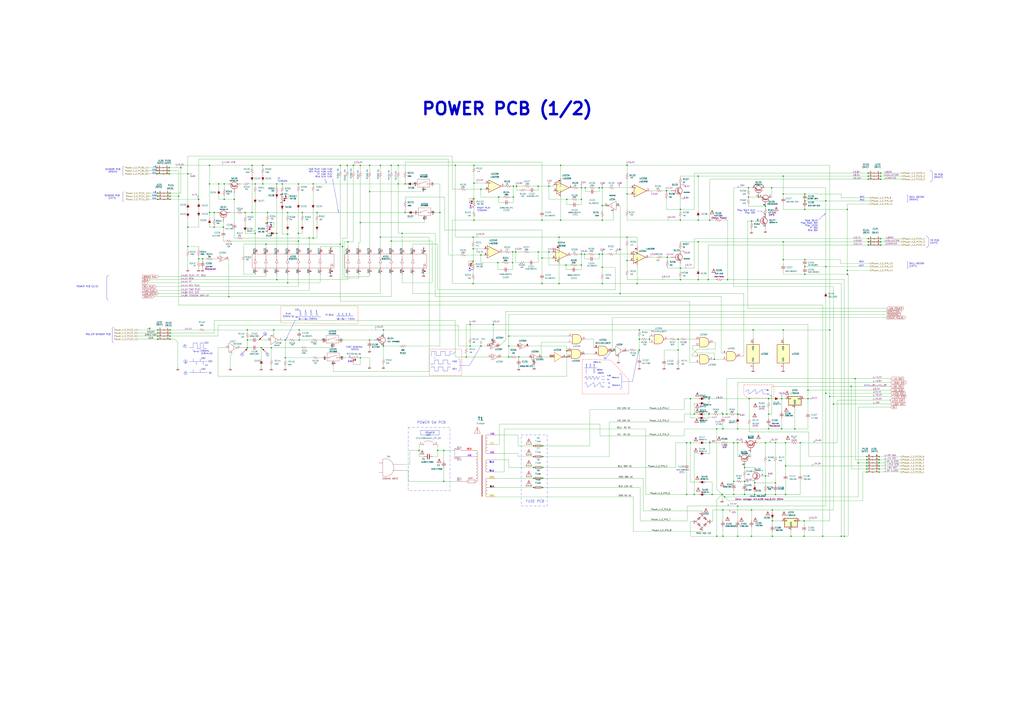
<source format=kicad_sch>
(kicad_sch (version 20250114) (generator "eeschema") (generator_version "9.0")
  (paper "A1")
  (lib_symbols
    (symbol "2SA1015_4" (pin_numbers (hide yes)) (pin_names (offset 0) (hide yes))
      (property "Reference" "Q" (at 5.08 1.905 0))
      (property "Value" "2SA1015" (at 5.08 0 0))
      (symbol "2SA1015_4_1_1"
        (pin input line (at -5.08 0 0) (length 2.54) (name "B") (number "3"))
        (pin passive line (at 2.54 5.08 270) (length 2.54) (name "C") (number "2"))
        (pin passive line (at 2.54 -5.08 90) (length 2.54) (name "E") (number "1"))
      )
    )
    (symbol "4011_1" (pin_names (offset 1.016))
      (property "Reference" "U233" (at -0.0083 5.715 0))
      (symbol "4011_1_1_1"
        (pin input line (at -7.62 2.54 0) (length 3.81) (name "~") (number "1"))
        (pin input line (at -7.62 -2.54 0) (length 3.81) (name "~") (number "2"))
        (pin output inverted (at 7.62 0 180) (length 3.81) (name "~") (number "3"))
      )
      (symbol "4011_1_1_2"
        (pin input inverted (at -7.62 2.54 0) (length 4.318) (name "~") (number "1"))
        (pin input inverted (at -7.62 -2.54 0) (length 4.318) (name "~") (number "2"))
        (pin output line (at 7.62 0 180) (length 3.81) (name "~") (number "3"))
      )
      (symbol "4011_1_2_1"
        (pin input line (at -6.35 0 0) (length 3.81) (name "") (number "5(6)"))
        (pin output inverted (at 7.62 0 180) (length 3.81) (name "~") (number "4"))
      )
      (symbol "4011_1_2_2"
        (pin input inverted (at -7.62 2.54 0) (length 4.318) (name "~") (number "5"))
        (pin input inverted (at -7.62 -2.54 0) (length 4.318) (name "~") (number "6"))
        (pin output line (at 7.62 0 180) (length 3.81) (name "~") (number "4"))
      )
      (symbol "4011_1_3_1"
        (pin input line (at -7.62 2.54 0) (length 3.81) (name "~") (number "8"))
        (pin input line (at -7.62 -2.54 0) (length 3.81) (name "~") (number "9"))
        (pin output inverted (at 7.62 0 180) (length 3.81) (name "~") (number "10"))
      )
      (symbol "4011_1_3_2"
        (pin input inverted (at -7.62 2.54 0) (length 4.318) (name "~") (number "8"))
        (pin input inverted (at -7.62 -2.54 0) (length 4.318) (name "~") (number "9"))
        (pin output line (at 7.62 0 180) (length 3.81) (name "~") (number "10"))
      )
      (symbol "4011_1_4_1"
        (pin input line (at -7.62 2.54 0) (length 3.81) (name "~") (number "12"))
        (pin input line (at -7.62 -2.54 0) (length 3.81) (name "~") (number "13"))
        (pin output inverted (at 7.62 0 180) (length 3.81) (name "~") (number "11"))
      )
      (symbol "4011_1_4_2"
        (pin input inverted (at -7.62 2.54 0) (length 4.318) (name "~") (number "12"))
        (pin input inverted (at -7.62 -2.54 0) (length 4.318) (name "~") (number "13"))
        (pin output line (at 7.62 0 180) (length 3.81) (name "~") (number "11"))
      )
      (symbol "4011_1_5_0"
        (pin power_in line (at 0 12.7 270) (length 5.08) (name "VDD") (number "14"))
        (pin power_in line (at 0 -12.7 90) (length 5.08) (name "VSS") (number "7"))
      )
    )
    (symbol "4011_2" (pin_names (offset 1.016))
      (property "Reference" "U233" (at -0.0083 5.715 0))
      (symbol "4011_2_1_1"
        (pin input line (at -7.62 2.54 0) (length 3.81) (name "~") (number "1"))
        (pin input line (at -7.62 -2.54 0) (length 3.81) (name "~") (number "2"))
        (pin output inverted (at 7.62 0 180) (length 3.81) (name "~") (number "3"))
      )
      (symbol "4011_2_1_2"
        (pin input inverted (at -7.62 2.54 0) (length 4.318) (name "~") (number "1"))
        (pin input inverted (at -7.62 -2.54 0) (length 4.318) (name "~") (number "2"))
        (pin output line (at 7.62 0 180) (length 3.81) (name "~") (number "3"))
      )
      (symbol "4011_2_2_1"
        (pin input line (at -6.35 0 0) (length 3.81) (name "") (number "5(6)"))
        (pin output inverted (at 7.62 0 180) (length 3.81) (name "~") (number "4"))
      )
      (symbol "4011_2_2_2"
        (pin input inverted (at -7.62 2.54 0) (length 4.318) (name "~") (number "5"))
        (pin input inverted (at -7.62 -2.54 0) (length 4.318) (name "~") (number "6"))
        (pin output line (at 7.62 0 180) (length 3.81) (name "~") (number "4"))
      )
      (symbol "4011_2_3_1"
        (pin input line (at -7.62 2.54 0) (length 3.81) (name "~") (number "8"))
        (pin input line (at -7.62 -2.54 0) (length 3.81) (name "~") (number "9"))
        (pin output inverted (at 7.62 0 180) (length 3.81) (name "~") (number "10"))
      )
      (symbol "4011_2_3_2"
        (pin input inverted (at -7.62 2.54 0) (length 4.318) (name "~") (number "8"))
        (pin input inverted (at -7.62 -2.54 0) (length 4.318) (name "~") (number "9"))
        (pin output line (at 7.62 0 180) (length 3.81) (name "~") (number "10"))
      )
      (symbol "4011_2_4_1"
        (pin input line (at -7.62 2.54 0) (length 3.81) (name "~") (number "12"))
        (pin input line (at -7.62 -2.54 0) (length 3.81) (name "~") (number "13"))
        (pin output inverted (at 7.62 0 180) (length 3.81) (name "~") (number "11"))
      )
      (symbol "4011_2_4_2"
        (pin input inverted (at -7.62 2.54 0) (length 4.318) (name "~") (number "12"))
        (pin input inverted (at -7.62 -2.54 0) (length 4.318) (name "~") (number "13"))
        (pin output line (at 7.62 0 180) (length 3.81) (name "~") (number "11"))
      )
      (symbol "4011_2_5_0"
        (pin power_in line (at 0 12.7 270) (length 5.08) (name "VDD") (number "14"))
        (pin power_in line (at 0 -12.7 90) (length 5.08) (name "VSS") (number "7"))
      )
    )
    (symbol "4011_3" (pin_names (offset 1.016))
      (property "Reference" "U233" (at -0.0083 5.715 0))
      (symbol "4011_3_1_1"
        (pin input line (at -7.62 2.54 0) (length 3.81) (name "~") (number "1"))
        (pin input line (at -7.62 -2.54 0) (length 3.81) (name "~") (number "2"))
        (pin output inverted (at 7.62 0 180) (length 3.81) (name "~") (number "3"))
      )
      (symbol "4011_3_1_2"
        (pin input inverted (at -7.62 2.54 0) (length 4.318) (name "~") (number "1"))
        (pin input inverted (at -7.62 -2.54 0) (length 4.318) (name "~") (number "2"))
        (pin output line (at 7.62 0 180) (length 3.81) (name "~") (number "3"))
      )
      (symbol "4011_3_2_1"
        (pin input line (at -6.35 0 0) (length 3.81) (name "") (number "5(6)"))
        (pin output inverted (at 7.62 0 180) (length 3.81) (name "~") (number "4"))
      )
      (symbol "4011_3_2_2"
        (pin input inverted (at -7.62 2.54 0) (length 4.318) (name "~") (number "5"))
        (pin input inverted (at -7.62 -2.54 0) (length 4.318) (name "~") (number "6"))
        (pin output line (at 7.62 0 180) (length 3.81) (name "~") (number "4"))
      )
      (symbol "4011_3_3_1"
        (pin input line (at -7.62 2.54 0) (length 3.81) (name "~") (number "8"))
        (pin input line (at -7.62 -2.54 0) (length 3.81) (name "~") (number "9"))
        (pin output inverted (at 7.62 0 180) (length 3.81) (name "~") (number "10"))
      )
      (symbol "4011_3_3_2"
        (pin input inverted (at -7.62 2.54 0) (length 4.318) (name "~") (number "8"))
        (pin input inverted (at -7.62 -2.54 0) (length 4.318) (name "~") (number "9"))
        (pin output line (at 7.62 0 180) (length 3.81) (name "~") (number "10"))
      )
      (symbol "4011_3_4_1"
        (pin input line (at -7.62 2.54 0) (length 3.81) (name "~") (number "12"))
        (pin input line (at -7.62 -2.54 0) (length 3.81) (name "~") (number "13"))
        (pin output inverted (at 7.62 0 180) (length 3.81) (name "~") (number "11"))
      )
      (symbol "4011_3_4_2"
        (pin input inverted (at -7.62 2.54 0) (length 4.318) (name "~") (number "12"))
        (pin input inverted (at -7.62 -2.54 0) (length 4.318) (name "~") (number "13"))
        (pin output line (at 7.62 0 180) (length 3.81) (name "~") (number "11"))
      )
      (symbol "4011_3_5_0"
        (pin power_in line (at 0 12.7 270) (length 5.08) (name "VDD") (number "14"))
        (pin power_in line (at 0 -12.7 90) (length 5.08) (name "VSS") (number "7"))
      )
    )
    (symbol "4011_4" (pin_names (offset 1.016))
      (property "Reference" "U233" (at -0.0083 5.715 0))
      (symbol "4011_4_1_1"
        (pin input line (at -7.62 2.54 0) (length 3.81) (name "~") (number "1"))
        (pin input line (at -7.62 -2.54 0) (length 3.81) (name "~") (number "2"))
        (pin output inverted (at 7.62 0 180) (length 3.81) (name "~") (number "3"))
      )
      (symbol "4011_4_1_2"
        (pin input inverted (at -7.62 2.54 0) (length 4.318) (name "~") (number "1"))
        (pin input inverted (at -7.62 -2.54 0) (length 4.318) (name "~") (number "2"))
        (pin output line (at 7.62 0 180) (length 3.81) (name "~") (number "3"))
      )
      (symbol "4011_4_2_1"
        (pin input line (at -6.35 0 0) (length 3.81) (name "") (number "5(6)"))
        (pin output inverted (at 7.62 0 180) (length 3.81) (name "~") (number "4"))
      )
      (symbol "4011_4_2_2"
        (pin input inverted (at -7.62 2.54 0) (length 4.318) (name "~") (number "5"))
        (pin input inverted (at -7.62 -2.54 0) (length 4.318) (name "~") (number "6"))
        (pin output line (at 7.62 0 180) (length 3.81) (name "~") (number "4"))
      )
      (symbol "4011_4_3_1"
        (pin input line (at -7.62 2.54 0) (length 3.81) (name "~") (number "8"))
        (pin input line (at -7.62 -2.54 0) (length 3.81) (name "~") (number "9"))
        (pin output inverted (at 7.62 0 180) (length 3.81) (name "~") (number "10"))
      )
      (symbol "4011_4_3_2"
        (pin input inverted (at -7.62 2.54 0) (length 4.318) (name "~") (number "8"))
        (pin input inverted (at -7.62 -2.54 0) (length 4.318) (name "~") (number "9"))
        (pin output line (at 7.62 0 180) (length 3.81) (name "~") (number "10"))
      )
      (symbol "4011_4_4_1"
        (pin input line (at -7.62 2.54 0) (length 3.81) (name "~") (number "12"))
        (pin input line (at -7.62 -2.54 0) (length 3.81) (name "~") (number "13"))
        (pin output inverted (at 7.62 0 180) (length 3.81) (name "~") (number "11"))
      )
      (symbol "4011_4_4_2"
        (pin input inverted (at -7.62 2.54 0) (length 4.318) (name "~") (number "12"))
        (pin input inverted (at -7.62 -2.54 0) (length 4.318) (name "~") (number "13"))
        (pin output line (at 7.62 0 180) (length 3.81) (name "~") (number "11"))
      )
      (symbol "4011_4_5_0"
        (pin power_in line (at 0 12.7 270) (length 5.08) (name "VDD") (number "14"))
        (pin power_in line (at 0 -12.7 90) (length 5.08) (name "VSS") (number "7"))
      )
    )
    (symbol "4xxx:4011" (pin_names (offset 1.016))
      (property "Reference" "U" (at 0 1.27 0))
      (property "Value" "4011" (at 0 -1.27 0))
      (symbol "4011_1_1"
        (pin input line (at -7.62 2.54 0) (length 3.81) (name "~") (number "1"))
        (pin input line (at -7.62 -2.54 0) (length 3.81) (name "~") (number "2"))
        (pin output inverted (at 7.62 0 180) (length 3.81) (name "~") (number "3"))
      )
      (symbol "4011_1_2"
        (pin input inverted (at -7.62 2.54 0) (length 4.318) (name "~") (number "1"))
        (pin input inverted (at -7.62 -2.54 0) (length 4.318) (name "~") (number "2"))
        (pin output line (at 7.62 0 180) (length 3.81) (name "~") (number "3"))
      )
      (symbol "4011_2_1"
        (pin input line (at -7.62 2.54 0) (length 3.81) (name "~") (number "5"))
        (pin input line (at -7.62 -2.54 0) (length 3.81) (name "~") (number "6"))
        (pin output inverted (at 7.62 0 180) (length 3.81) (name "~") (number "4"))
      )
      (symbol "4011_2_2"
        (pin input inverted (at -7.62 2.54 0) (length 4.318) (name "~") (number "5"))
        (pin input inverted (at -7.62 -2.54 0) (length 4.318) (name "~") (number "6"))
        (pin output line (at 7.62 0 180) (length 3.81) (name "~") (number "4"))
      )
      (symbol "4011_3_1"
        (pin input line (at -7.62 2.54 0) (length 3.81) (name "~") (number "8"))
        (pin input line (at -7.62 -2.54 0) (length 3.81) (name "~") (number "9"))
        (pin output inverted (at 7.62 0 180) (length 3.81) (name "~") (number "10"))
      )
      (symbol "4011_3_2"
        (pin input inverted (at -7.62 2.54 0) (length 4.318) (name "~") (number "8"))
        (pin input inverted (at -7.62 -2.54 0) (length 4.318) (name "~") (number "9"))
        (pin output line (at 7.62 0 180) (length 3.81) (name "~") (number "10"))
      )
      (symbol "4011_4_1"
        (pin input line (at -7.62 2.54 0) (length 3.81) (name "~") (number "12"))
        (pin input line (at -7.62 -2.54 0) (length 3.81) (name "~") (number "13"))
        (pin output inverted (at 7.62 0 180) (length 3.81) (name "~") (number "11"))
      )
      (symbol "4011_4_2"
        (pin input inverted (at -7.62 2.54 0) (length 4.318) (name "~") (number "12"))
        (pin input inverted (at -7.62 -2.54 0) (length 4.318) (name "~") (number "13"))
        (pin output line (at 7.62 0 180) (length 3.81) (name "~") (number "11"))
      )
      (symbol "4011_5_0"
        (pin power_in line (at 0 12.7 270) (length 5.08) (name "VDD") (number "14"))
        (pin power_in line (at 0 -12.7 90) (length 5.08) (name "VSS") (number "7"))
      )
    )
    (symbol "Amplifier_Operational:LM358" (pin_names (offset 0.127))
      (property "Reference" "U" (at 0 5.08 0))
      (property "Value" "LM358" (at 0 -5.08 0))
      (symbol "LM358_1_1"
        (pin input line (at -7.62 2.54 0) (length 2.54) (name "+") (number "3"))
        (pin input line (at -7.62 -2.54 0) (length 2.54) (name "-") (number "2"))
        (pin output line (at 7.62 0 180) (length 2.54) (name "~") (number "1"))
      )
      (symbol "LM358_2_1"
        (pin input line (at -7.62 2.54 0) (length 2.54) (name "+") (number "5"))
        (pin input line (at -7.62 -2.54 0) (length 2.54) (name "-") (number "6"))
        (pin output line (at 7.62 0 180) (length 2.54) (name "~") (number "7"))
      )
      (symbol "LM358_3_1"
        (pin power_in line (at -2.54 7.62 270) (length 3.81) (name "V+") (number "8"))
        (pin power_in line (at -2.54 -7.62 90) (length 3.81) (name "V-") (number "4"))
      )
    )
    (symbol "BA6151{colon}_7-channel_transistor_array_1" (pin_names (offset 0))
      (property "Reference" "U" (at 31.75 0 0))
      (property "Value" "BA6151" (at 0 0 0))
      (symbol "BA6151{colon}_7-channel_transistor_array_1_1_1"
        (pin output line (at -35.56 10.16 270) (length 5.08) (name "OUT1") (number "16"))
        (pin input line (at -35.56 -11.43 90) (length 5.08) (name "IN2") (number "1"))
        (pin output line (at -26.67 10.16 270) (length 5.08) (name "OUT2") (number "15"))
        (pin input line (at -26.67 -11.43 90) (length 5.08) (name "IN2") (number "2"))
        (pin output line (at -17.78 10.16 270) (length 5.08) (name "OUT3") (number "14"))
        (pin input line (at -17.78 -11.43 90) (length 5.08) (name "IN3") (number "3"))
        (pin output line (at -8.89 10.16 270) (length 5.08) (name "OUT4") (number "13"))
        (pin input line (at -8.89 -11.43 90) (length 5.08) (name "IN4") (number "4"))
        (pin output line (at 0 10.16 270) (length 5.08) (name "OUT5") (number "12"))
        (pin input line (at 0 -11.43 90) (length 5.08) (name "IN5") (number "5"))
        (pin output line (at 8.89 10.16 270) (length 5.08) (name "OUT6") (number "11"))
        (pin input line (at 8.89 -11.43 90) (length 5.08) (name "IN6") (number "6"))
        (pin output line (at 17.78 10.16 270) (length 5.08) (name "OUT7") (number "10"))
        (pin input line (at 17.78 -11.43 90) (length 5.08) (name "IN7") (number "7"))
        (pin no_connect line (at 26.67 10.16 270) (length 5.08) (name "N.C.") (number "9"))
        (pin input line (at 26.67 -11.43 90) (length 5.08) (name "Gnd") (number "8"))
      )
    )
    (symbol "Connector:Conn_01x03_Pin" (pin_names (offset 1.016) (hide yes))
      (property "Reference" "J" (at 0 5.08 0))
      (property "Value" "Conn_01x03_Pin" (at 0 -5.08 0))
      (symbol "Conn_01x03_Pin_1_1"
        (pin passive line (at 5.08 2.54 180) (length 3.81) (name "Pin_1") (number "1"))
        (pin passive line (at 5.08 0 180) (length 3.81) (name "Pin_2") (number "2"))
        (pin passive line (at 5.08 -2.54 180) (length 3.81) (name "Pin_3") (number "3"))
      )
    )
    (symbol "Connector:Conn_01x03_Socket" (pin_names (offset 1.016) (hide yes))
      (property "Reference" "J" (at 0 5.08 0))
      (property "Value" "Conn_01x03_Socket" (at 0 -5.08 0))
      (symbol "Conn_01x03_Socket_1_1"
        (pin passive line (at -5.08 2.54 0) (length 3.81) (name "Pin_1") (number "1"))
        (pin passive line (at -5.08 0 0) (length 3.81) (name "Pin_2") (number "2"))
        (pin passive line (at -5.08 -2.54 0) (length 3.81) (name "Pin_3") (number "3"))
      )
    )
    (symbol "Connector:Conn_01x04_Pin" (pin_names (offset 1.016) (hide yes))
      (property "Reference" "J" (at 0 5.08 0))
      (property "Value" "Conn_01x04_Pin" (at 0 -7.62 0))
      (symbol "Conn_01x04_Pin_1_1"
        (pin passive line (at 5.08 2.54 180) (length 3.81) (name "Pin_1") (number "1"))
        (pin passive line (at 5.08 0 180) (length 3.81) (name "Pin_2") (number "2"))
        (pin passive line (at 5.08 -2.54 180) (length 3.81) (name "Pin_3") (number "3"))
        (pin passive line (at 5.08 -5.08 180) (length 3.81) (name "Pin_4") (number "4"))
      )
    )
    (symbol "Connector:Conn_01x04_Socket" (pin_names (offset 1.016) (hide yes))
      (property "Reference" "J" (at 0 5.08 0))
      (property "Value" "Conn_01x04_Socket" (at 0 -7.62 0))
      (symbol "Conn_01x04_Socket_1_1"
        (pin passive line (at -5.08 2.54 0) (length 3.81) (name "Pin_1") (number "1"))
        (pin passive line (at -5.08 0 0) (length 3.81) (name "Pin_2") (number "2"))
        (pin passive line (at -5.08 -2.54 0) (length 3.81) (name "Pin_3") (number "3"))
        (pin passive line (at -5.08 -5.08 0) (length 3.81) (name "Pin_4") (number "4"))
      )
    )
    (symbol "Connector:Conn_01x06_Pin" (pin_names (offset 1.016) (hide yes))
      (property "Reference" "J" (at 0 7.62 0))
      (property "Value" "Conn_01x06_Pin" (at 0 -10.16 0))
      (symbol "Conn_01x06_Pin_1_1"
        (pin passive line (at 5.08 5.08 180) (length 3.81) (name "Pin_1") (number "1"))
        (pin passive line (at 5.08 2.54 180) (length 3.81) (name "Pin_2") (number "2"))
        (pin passive line (at 5.08 0 180) (length 3.81) (name "Pin_3") (number "3"))
        (pin passive line (at 5.08 -2.54 180) (length 3.81) (name "Pin_4") (number "4"))
        (pin passive line (at 5.08 -5.08 180) (length 3.81) (name "Pin_5") (number "5"))
        (pin passive line (at 5.08 -7.62 180) (length 3.81) (name "Pin_6") (number "6"))
      )
    )
    (symbol "Connector:Conn_01x06_Socket" (pin_names (offset 1.016) (hide yes))
      (property "Reference" "J" (at 0 7.62 0))
      (property "Value" "Conn_01x06_Socket" (at 0 -10.16 0))
      (symbol "Conn_01x06_Socket_1_1"
        (pin passive line (at -5.08 5.08 0) (length 3.81) (name "Pin_1") (number "1"))
        (pin passive line (at -5.08 2.54 0) (length 3.81) (name "Pin_2") (number "2"))
        (pin passive line (at -5.08 0 0) (length 3.81) (name "Pin_3") (number "3"))
        (pin passive line (at -5.08 -2.54 0) (length 3.81) (name "Pin_4") (number "4"))
        (pin passive line (at -5.08 -5.08 0) (length 3.81) (name "Pin_5") (number "5"))
        (pin passive line (at -5.08 -7.62 0) (length 3.81) (name "Pin_6") (number "6"))
      )
    )
    (symbol "Connector:TestPoint" (pin_numbers (hide yes)) (pin_names (offset 0.762) (hide yes))
      (property "Reference" "TP" (at 0 6.858 0))
      (property "Value" "TestPoint" (at 0 5.08 0))
      (symbol "TestPoint_1_1"
        (pin passive line (at 0 0 90) (length 2.54) (name "1") (number "1"))
      )
    )
    (symbol "Device:C" (pin_numbers (hide yes)) (pin_names (offset 0.254))
      (property "Reference" "C" (at 0.635 2.54 0))
      (property "Value" "C" (at 0.635 -2.54 0))
      (symbol "C_1_1"
        (pin passive line (at 0 3.81 270) (length 2.794) (name "~") (number "1"))
        (pin passive line (at 0 -3.81 90) (length 2.794) (name "~") (number "2"))
      )
    )
    (symbol "Device:C_Small" (pin_numbers (hide yes)) (pin_names (offset 0.254) (hide yes))
      (property "Reference" "C" (at 0.254 1.778 0))
      (property "Value" "C_Small" (at 0.254 -2.032 0))
      (symbol "C_Small_1_1"
        (pin passive line (at 0 2.54 270) (length 2.032) (name "~") (number "1"))
        (pin passive line (at 0 -2.54 90) (length 2.032) (name "~") (number "2"))
      )
    )
    (symbol "Device:C_Small_US" (pin_numbers (hide yes)) (pin_names (offset 0.254) (hide yes))
      (property "Reference" "C" (at 0.254 1.778 0))
      (property "Value" "C_Small_US" (at 0.254 -2.032 0))
      (symbol "C_Small_US_1_1"
        (pin passive line (at 0 2.54 270) (length 2.032) (name "~") (number "1"))
        (pin passive line (at 0 -2.54 90) (length 2.032) (name "~") (number "2"))
      )
    )
    (symbol "Device:CircuitBreaker_1P_US"
      (property "Reference" "CB" (at 3.175 -1.27 0))
      (property "Value" "CircuitBreaker_1P_US" (at 3.175 0.635 0))
      (symbol "CircuitBreaker_1P_US_1_1"
        (pin passive line (at 0 7.62 270) (length 2.54) (name "~") (number "1"))
        (pin passive line (at 0 -7.62 90) (length 2.54) (name "~") (number "2"))
      )
    )
    (symbol "Device:D_Bridge_-AA+" (pin_names (offset 0))
      (property "Reference" "D" (at 2.54 6.985 0))
      (property "Value" "D_Bridge_-AA+" (at 2.54 5.08 0))
      (symbol "D_Bridge_-AA+_1_1"
        (pin passive line (at -7.62 0 0) (length 2.54) (name "-") (number "1"))
        (pin passive line (at 0 7.62 270) (length 2.54) (name "~") (number "2"))
        (pin passive line (at 0 -7.62 90) (length 2.54) (name "~") (number "3"))
        (pin passive line (at 7.62 0 180) (length 2.54) (name "+") (number "4"))
      )
    )
    (symbol "Device:D_Small_Filled" (pin_numbers (hide yes)) (pin_names (offset 0.254) (hide yes))
      (property "Reference" "D" (at -1.27 2.032 0))
      (property "Value" "D_Small_Filled" (at -3.81 -2.032 0))
      (symbol "D_Small_Filled_1_1"
        (pin passive line (at -2.54 0 0) (length 1.778) (name "K") (number "1"))
        (pin passive line (at 2.54 0 180) (length 1.778) (name "A") (number "2"))
      )
    )
    (symbol "Device:D_Zener_Small_Filled" (pin_numbers (hide yes)) (pin_names (offset 0.254) (hide yes))
      (property "Reference" "D" (at 0 2.286 0))
      (property "Value" "D_Zener_Small_Filled" (at 0 -2.286 0))
      (symbol "D_Zener_Small_Filled_1_1"
        (pin passive line (at -2.54 0 0) (length 1.778) (name "K") (number "1"))
        (pin passive line (at 2.54 0 180) (length 1.778) (name "A") (number "2"))
      )
    )
    (symbol "Device:Fuse" (pin_numbers (hide yes)) (pin_names (offset 0))
      (property "Reference" "F" (at 2.032 0 90))
      (property "Value" "Fuse" (at -1.905 0 90))
      (symbol "Fuse_1_1"
        (pin passive line (at 0 3.81 270) (length 1.27) (name "~") (number "1"))
        (pin passive line (at 0 -3.81 90) (length 1.27) (name "~") (number "2"))
      )
    )
    (symbol "Device:R_Small_US" (pin_numbers (hide yes)) (pin_names (offset 0.254) (hide yes))
      (property "Reference" "R" (at 0.762 0.508 0))
      (property "Value" "R_Small_US" (at 0.762 -1.016 0))
      (symbol "R_Small_US_1_1"
        (pin passive line (at 0 2.54 270) (length 1.016) (name "~") (number "1"))
        (pin passive line (at 0 -2.54 90) (length 1.016) (name "~") (number "2"))
      )
    )
    (symbol "Digital_NPN_Transistor,_4k7/NONE_1" (pin_names (offset 0))
      (property "Reference" "U" (at -4.572 -3.302 0))
      (property "Value" "DTC143TF" (at -2.286 -4.826 0))
      (symbol "Digital_NPN_Transistor,_4k7/NONE_1_1_1"
        (pin input inverted (at -7.62 0 0) (length 3.81) (name "C") (number ""))
        (pin input line (at 0 5.08 270) (length 2.54) (name "E") (number ""))
        (pin input line (at 5.08 0 180) (length 2.54) (name "IN") (number ""))
      )
    )
    (symbol "Digital_NPN_Transistor,_4k7/NONE_2" (pin_names (offset 0))
      (property "Reference" "U" (at -4.572 -3.302 0))
      (property "Value" "DTC143TF" (at -2.286 -4.826 0))
      (symbol "Digital_NPN_Transistor,_4k7/NONE_2_1_1"
        (pin input inverted (at -7.62 0 0) (length 3.81) (name "C") (number ""))
        (pin input line (at 0 5.08 270) (length 2.54) (name "E") (number ""))
        (pin input line (at 5.08 0 180) (length 2.54) (name "IN") (number ""))
      )
    )
    (symbol "Graphic:SYM_Arrow45_Normal" (in_bom no) (on_board no))
    (symbol "NPN_4" (pin_numbers (hide yes)) (pin_names (offset 0) (hide yes))
      (property "Reference" "Q" (at -2.54 7.62 0))
      (property "Value" "NPN" (at -2.54 5.08 0))
      (symbol "NPN_4_1_1"
        (pin input line (at -5.08 0 0) (length 2.54) (name "B") (number "2"))
        (pin open_collector line (at 2.54 5.08 270) (length 2.54) (name "C") (number "1"))
        (pin open_emitter line (at 2.54 -5.08 90) (length 2.54) (name "E") (number "3"))
      )
    )
    (symbol "R_Potentiometer_US_1" (pin_names (offset 1.016) (hide yes))
      (property "Reference" "RV122" (at -1.905 1.27 0))
      (property "Value" "20k" (at -2.54 -0.635 0))
      (symbol "R_Potentiometer_US_1_1_1"
        (text "CW" (at 2.794 -3.81 0) (effects (font (size 0.889 0.889))))
        (pin passive line (at 0 3.81 270) (length 1.27) (name "1") (number "1"))
        (pin passive line (at 0 -3.81 90) (length 1.27) (name "3") (number "3"))
        (pin passive line (at 3.81 0 180) (length 1.27) (name "2") (number "2"))
      )
    )
    (symbol "Regulator_Linear:L78L05_TO92" (pin_names (offset 0.254))
      (property "Reference" "U231" (at 0 6.985 0))
      (property "Value" "L78N05" (at 0 4.445 0))
      (symbol "L78L05_TO92_1_1"
        (pin power_in line (at -7.62 0 0) (length 2.54) (name "VI") (number "3"))
        (pin power_in line (at 0 -7.62 90) (length 2.54) (name "GND") (number "2"))
        (pin power_out line (at 7.62 0 180) (length 2.54) (name "VO") (number "1"))
      )
    )
    (symbol "Regulator_Linear:L78L15_TO92" (pin_names (offset 0.254))
      (property "Reference" "U232" (at 0 6.985 0))
      (property "Value" "L78N15" (at 0 4.445 0))
      (symbol "L78L15_TO92_1_1"
        (pin power_in line (at -7.62 0 0) (length 2.54) (name "VI") (number "3"))
        (pin power_in line (at 0 -7.62 90) (length 2.54) (name "GND") (number "2"))
        (pin power_out line (at 7.62 0 180) (length 2.54) (name "VO") (number "1"))
      )
    )
    (symbol "Simulation_SPICE:NJFET" (pin_numbers (hide yes)) (pin_names (offset 0))
      (property "Reference" "Q" (at 5.08 1.27 0))
      (property "Value" "NJFET" (at 5.08 -1.27 0))
      (symbol "NJFET_1_1"
        (pin input line (at -5.08 0 0) (length 5.334) (name "G") (number "2"))
        (pin passive line (at 2.54 5.08 270) (length 2.54) (name "D") (number "1"))
        (pin passive line (at 2.54 -5.08 90) (length 2.54) (name "S") (number "3"))
      )
    )
    (symbol "Simulation_SPICE:NPN" (pin_numbers (hide yes)) (pin_names (offset 0))
      (property "Reference" "Q" (at -2.54 7.62 0))
      (property "Value" "NPN" (at -2.54 5.08 0))
      (symbol "NPN_1_1"
        (pin input line (at -5.08 0 0) (length 2.54) (name "B") (number "2"))
        (pin open_collector line (at 2.54 5.08 270) (length 2.54) (name "C") (number "1"))
        (pin open_emitter line (at 2.54 -5.08 90) (length 2.54) (name "E") (number "3"))
      )
    )
    (symbol "Simulation_SPICE:PNP" (pin_numbers (hide yes)) (pin_names (offset 0))
      (property "Reference" "Q" (at -2.54 7.62 0))
      (property "Value" "PNP" (at -2.54 5.08 0))
      (symbol "PNP_1_1"
        (pin input line (at -5.08 0 0) (length 2.54) (name "B") (number "2"))
        (pin open_collector line (at 2.54 5.08 270) (length 2.54) (name "C") (number "1"))
        (pin open_emitter line (at 2.54 -5.08 90) (length 2.54) (name "E") (number "3"))
      )
    )
    (symbol "Transistor_BJT:2SC1945" (pin_names (offset 0) (hide yes))
      (property "Reference" "Q" (at 5.08 1.905 0))
      (property "Value" "2SC1945" (at 5.08 0 0))
      (symbol "2SC1945_1_1"
        (pin input line (at -5.08 0 0) (length 2.54) (name "B") (number "1"))
        (pin passive line (at 2.54 5.08 270) (length 2.54) (name "C") (number "3"))
        (pin passive line (at 2.54 -5.08 90) (length 2.54) (name "E") (number "2"))
      )
    )
    (symbol "Transistor_BJT:TIP42C" (pin_names (offset 0) (hide yes))
      (property "Reference" "Q" (at 6.35 1.905 0))
      (property "Value" "TIP42C" (at 6.35 0 0))
      (symbol "TIP42C_1_1"
        (pin input line (at -5.08 0 0) (length 2.54) (name "B") (number "1"))
        (pin passive line (at 2.54 5.08 270) (length 2.54) (name "C") (number "2"))
        (pin passive line (at 2.54 -5.08 90) (length 2.54) (name "E") (number "3"))
      )
    )
    (symbol "_TEAC_X2000R:BA6151{colon}_7-channel_transistor_array" (pin_names (offset 0))
      (property "Reference" "U" (at 31.75 0 0))
      (property "Value" "BA6151" (at 0 0 0))
      (symbol "BA6151{colon}_7-channel_transistor_array_1_1"
        (pin output line (at -35.56 10.16 270) (length 5.08) (name "OUT1") (number "16"))
        (pin input line (at -35.56 -11.43 90) (length 5.08) (name "IN2") (number "1"))
        (pin output line (at -26.67 10.16 270) (length 5.08) (name "OUT2") (number "15"))
        (pin input line (at -26.67 -11.43 90) (length 5.08) (name "IN2") (number "2"))
        (pin output line (at -17.78 10.16 270) (length 5.08) (name "OUT3") (number "14"))
        (pin input line (at -17.78 -11.43 90) (length 5.08) (name "IN3") (number "3"))
        (pin output line (at -8.89 10.16 270) (length 5.08) (name "OUT4") (number "13"))
        (pin input line (at -8.89 -11.43 90) (length 5.08) (name "IN4") (number "4"))
        (pin output line (at 0 10.16 270) (length 5.08) (name "OUT5") (number "12"))
        (pin input line (at 0 -11.43 90) (length 5.08) (name "IN5") (number "5"))
        (pin output line (at 8.89 10.16 270) (length 5.08) (name "OUT6") (number "11"))
        (pin input line (at 8.89 -11.43 90) (length 5.08) (name "IN6") (number "6"))
        (pin output line (at 17.78 10.16 270) (length 5.08) (name "OUT7") (number "10"))
        (pin input line (at 17.78 -11.43 90) (length 5.08) (name "IN7") (number "7"))
        (pin no_connect line (at 26.67 10.16 270) (length 5.08) (name "N.C.") (number "9"))
        (pin input line (at 26.67 -11.43 90) (length 5.08) (name "Gnd") (number "8"))
      )
    )
    (symbol "_TEAC_X2000R:Digital_NPN_Transistor,_4k7/NONE" (pin_names (offset 0))
      (property "Reference" "U" (at -4.572 -3.302 0))
      (property "Value" "DTC143TF" (at -2.286 -4.826 0))
      (symbol "Digital_NPN_Transistor,_4k7/NONE_1_1"
        (pin input inverted (at -7.62 0 0) (length 3.81) (name "C") (number ""))
        (pin input line (at 0 5.08 270) (length 2.54) (name "E") (number ""))
        (pin input line (at 5.08 0 180) (length 2.54) (name "IN") (number ""))
      )
    )
    (symbol "_TEAC_X2000R:Digital_PNP_Transistor, 22kO/22kO" (pin_names (offset 0))
      (property "Reference" "U" (at -6.096 6.858 0))
      (property "Value" "2SA1346" (at 0 0 0))
      (symbol "Digital_PNP_Transistor, 22kO/22kO_1_1"
        (pin input line (at -7.62 0 0) (length 3.81) (name "C") (number ""))
        (pin input line (at 0 5.08 270) (length 2.54) (name "E") (number ""))
        (pin input inverted (at 5.08 0 180) (length 2.54) (name "IN") (number ""))
      )
    )
    (symbol "_TEAC_X2000R:Hex_Schmitt_Trigger" (pin_names (offset 0))
      (property "Reference" "U" (at -5.08 5.08 0))
      (symbol "Hex_Schmitt_Trigger_1_1"
        (pin input inverted (at -5.08 0 0) (length 2.54) (name "") (number "1"))
        (pin input line (at 5.08 0 180) (length 2.54) (name "") (number "2"))
      )
      (symbol "Hex_Schmitt_Trigger_2_1"
        (pin input line (at -5.08 0 0) (length 2.54) (name "") (number "3"))
        (pin input inverted (at 5.08 0 180) (length 2.54) (name "") (number "4"))
      )
      (symbol "Hex_Schmitt_Trigger_3_1"
        (pin input line (at -5.08 0 0) (length 2.54) (name "") (number "5"))
        (pin input inverted (at 5.08 0 180) (length 2.54) (name "") (number "6"))
      )
      (symbol "Hex_Schmitt_Trigger_4_1"
        (pin input inverted (at -5.08 0 0) (length 2.54) (name "") (number "9"))
        (pin input line (at 5.08 0 180) (length 2.54) (name "") (number "8"))
      )
      (symbol "Hex_Schmitt_Trigger_5_1"
        (pin input line (at -5.08 0 0) (length 2.54) (name "") (number "11"))
        (pin input inverted (at 5.08 0 180) (length 2.54) (name "") (number "10"))
      )
      (symbol "Hex_Schmitt_Trigger_6_1"
        (pin input line (at -5.08 0 0) (length 2.54) (name "") (number "13"))
        (pin input inverted (at 5.08 0 180) (length 2.54) (name "") (number "12"))
      )
      (symbol "Hex_Schmitt_Trigger_7_1"
        (pin input line (at 0 -5.08 90) (length 5.08) (name "V_ss") (number "7"))
      )
      (symbol "Hex_Schmitt_Trigger_8_1"
        (pin input line (at 0 5.08 270) (length 5.08) (name "V_dd") (number "14"))
      )
    )
    (symbol "_TEAC_X2000R:PowerF"
      (property "Reference" "D" (at -8.128 7.112 0))
      (symbol "PowerF_1_1"
        (text "220VAC 50HZ" (at 1.778 -9.144 0) (effects (font (size 1.27 1.27))))
        (pin input line (at 11.43 2.54 180) (length 7.62) (name "") (number ""))
        (pin input line (at 11.43 -2.54 180) (length 7.62) (name "") (number ""))
      )
    )
    (symbol "_TEAC_X2000R:Quad Analog Switch/QuadMultiplexer" (pin_names (offset 0))
      (property "Reference" "U" (at -4.826 4.064 0))
      (property "Value" "MC14066B" (at 2.286 4.064 0))
      (symbol "Quad Analog Switch/QuadMultiplexer_1_1"
        (pin input line (at -8.89 -1.27 0) (length 3.81) (name "IN") (number "1"))
        (pin input line (at 0 -7.62 90) (length 3.81) (name "Ctrl") (number "13"))
        (pin input line (at 8.89 -1.27 180) (length 3.81) (name "OUT") (number "2"))
      )
      (symbol "Quad Analog Switch/QuadMultiplexer_2_1"
        (pin input line (at -8.89 -1.27 0) (length 3.81) (name "OUT") (number "3"))
        (pin input line (at 0 -7.62 90) (length 3.81) (name "Ctrl") (number "5"))
        (pin input line (at 8.89 -1.27 180) (length 3.81) (name "IN") (number "4"))
      )
      (symbol "Quad Analog Switch/QuadMultiplexer_3_1"
        (pin input line (at -8.89 -1.27 0) (length 3.81) (name "IN") (number "8"))
        (pin input line (at 0 -7.62 90) (length 3.81) (name "Ctrl") (number "6"))
        (pin input line (at 8.89 -1.27 180) (length 3.81) (name "OUT") (number "9"))
      )
      (symbol "Quad Analog Switch/QuadMultiplexer_4_1"
        (pin input line (at -8.89 -1.27 0) (length 3.81) (name "OUT") (number "10"))
        (pin input line (at 0 -7.62 90) (length 3.81) (name "Ctrl") (number "12"))
        (pin input line (at 8.89 -1.27 180) (length 3.81) (name "IN") (number "11"))
      )
    )
    (symbol "_TEAC_X2000R:Transformer"
      (property "Reference" "T" (at 1.27 29.464 0))
      (symbol "Transformer_1_1"
        (text "RED\n" (at -9.652 13.97 0) (effects (font (size 1.27 1.27) (thickness 0.254) (bold yes))))
        (text "VIO" (at -9.398 8.636 0) (effects (font (size 1.27 1.27) (thickness 0.254) (bold yes))))
        (text "WHT" (at -8.382 -10.16 0) (effects (font (size 1.27 1.27))))
        (text "BLU\n" (at 8.89 3.302 0) (effects (font (size 1.27 1.27) (thickness 0.254) (bold yes))))
        (text "BLU\n" (at 8.89 -3.81 0) (effects (font (size 1.27 1.27) (thickness 0.254) (bold yes))))
        (text "ORG" (at 8.89 -9.144 0) (effects (font (size 1.27 1.27) (thickness 0.254) (bold yes))))
        (text "ORG" (at 8.89 -24.384 0) (effects (font (size 1.27 1.27) (thickness 0.254) (bold yes))))
        (text "YEL" (at 9.144 18.796 0) (effects (font (size 1.27 1.27) (thickness 0.254) (bold yes))))
        (text "VIO" (at 9.144 11.176 0) (effects (font (size 1.27 1.27) (thickness 0.254) (bold yes))))
        (text "BLK" (at 9.144 -16.764 0) (effects (font (size 1.27 1.27) (thickness 0.254) (bold yes))))
        (text "VIO" (at 9.398 26.416 0) (effects (font (size 1.27 1.27) (thickness 0.254) (bold yes))))
        (pin input line (at -16.51 12.7 0) (length 12.7) (name "") (number ""))
        (pin input line (at -16.51 7.62 0) (length 12.7) (name "") (number ""))
        (pin input line (at -16.51 -12.7 0) (length 5.08) (name "") (number ""))
        (pin input line (at 12.7 25.4 180) (length 7.62) (name "") (number ""))
        (pin input line (at 12.7 17.78 180) (length 7.62) (name "") (number ""))
        (pin input line (at 12.7 10.16 180) (length 7.62) (name "") (number ""))
        (pin input line (at 12.7 5.08 180) (length 7.62) (name "") (number ""))
        (pin input line (at 12.7 -5.08 180) (length 7.62) (name "") (number ""))
        (pin input line (at 12.7 -10.16 180) (length 7.62) (name "") (number ""))
        (pin input line (at 12.7 -17.78 180) (length 7.62) (name "") (number ""))
        (pin input line (at 12.7 -25.4 180) (length 7.62) (name "") (number ""))
      )
    )
    (symbol "_TEAC_X2000R:Warning"
      (symbol "Warning_1_1"
        (text "!" (at 0 -0.762 0) (effects (font (size 2.54 2.54))))
      )
    )
    (symbol "_TEAC_X2000R:Warning_small"
      (symbol "Warning_small_1_1"
        (text "!" (at 0 0.762 0) (effects (font (size 1.778 1.778))))
      )
    )
    (symbol "power:GNDPWR" (power) (pin_numbers (hide yes)) (pin_names (offset 0) (hide yes))
      (property "Value" "GNDPWR" (at 0 -3.302 0))
      (symbol "GNDPWR_1_1"
        (pin power_in line (at 0 0 270) (length 0) (name "~") (number "1"))
      )
    )
  )
  (circle (center 151.765 284.48) (radius 1.27))
  (rectangle (start 427.99 357.505) (end 449.58 415.925) (stroke (width 0) (type dash_dot_dot)))
  (circle (center 198.755 291.465) (radius 1.27))
  (circle (center 152.4 297.18) (radius 1.4199))
  (circle (center 616.585 365.125) (radius 3.2379) (stroke (width 0) (type dash) (color 255 0 0 1)))
  (circle (center 152.4 306.705) (radius 1.27))
  (rectangle (start 335.28 351.155) (end 369.57 403.225) (stroke (width 0) (type dash_dot_dot)))
  (circle (center 219.71 291.465) (radius 1.27))
  (circle (center 217.805 274.32) (radius 1.4199))
  (text "SENSOR PCB\n(RIGHT)" (at 92.71 140.335 0) (effects (font (size 1.27 1.27))))
  (text "POWER PCB (2/2)" (at 71.755 235.585 0) (effects (font (size 1.27 1.27))))
  (text "GND" (at 127 160.655 0) (effects (font (size 1.27 1.27))))
  (text "SENSOR PCB\n(LEFT)" (at 92.075 161.925 0) (effects (font (size 1.27 1.27))))
  (text "GND" (at 127 139.7 0) (effects (font (size 1.27 1.27))))
  (text "13V\n\n\n0V" (at 243.84 257.81 0) (effects (font (size 1.27 1.27))))
  (text "FWD\n\n\nREV" (at 373.38 300.355 0) (effects (font (size 1.27 1.27))))
  (text "FF,REW" (at 270.51 259.08 0) (effects (font (size 1.27 1.27))))
  (text "POWER SW PCB" (at 354.33 347.345 0) (effects (font (size 2 2))))
  (text "WHT" (at 705.485 218.44 0) (effects (font (size 1.27 1.27)) (justify left)))
  (text "REEL MOTOR\n(LEFT)" (at 746.76 217.805 0) (effects (font (size 1.27 1.27)) (justify left)))
  (text "C" (at 219.71 291.465 0) (effects (font (size 1.27 1.27))))
  (text "REEL MOTOR\n(RIGHT)" (at 746.76 163.195 0) (effects (font (size 1.27 1.27)) (justify left)))
  (text "+8" (at 127 137.16 0) (effects (font (size 1.27 1.27))))
  (text "C" (at 152.4 306.705 0) (effects (font (size 1.27 1.27))))
  (text "TR PCB\n(LEFT)" (at 763.905 198.755 0) (effects (font (size 1.27 1.27)) (justify left)))
  (text "FF\nTENSION" (at 227.965 147.955 0) (effects (font (size 1.27 1.27)) (justify left)))
  (text "TR PCB\n(RIGHT)" (at 767.08 144.78 0) (effects (font (size 1.27 1.27)) (justify left)))
  (text "250ms" (at 493.395 306.705 0) (effects (font (size 1 1))))
  (text "B" (at 152.4 297.815 0) (effects (font (size 1.27 1.27))))
  (text "7.5ms" (at 288.29 262.255 0) (effects (font (size 1.27 1.27))))
  (text "25V" (at 167.005 294.64 0) (effects (font (size 1.27 1.27))))
  (text "ROLLER SENSOR PCB" (at 80.645 274.955 0) (effects (font (size 1.27 1.27))))
  (text "SIG." (at 127 142.24 0) (effects (font (size 1.27 1.27))))
  (text "A" (at 151.765 284.48 0) (effects (font (size 1.27 1.27))))
  (text "80ms" (at 492.76 304.165 0) (effects (font (size 1 1))))
  (text "B" (at 217.805 274.955 0) (effects (font (size 1.27 1.27))))
  (text "Play Start 0.1V\nPlay 33V" (at 620.395 173.99 0) (effects (font (size 1.27 1.27)) (justify right)))
  (text "RIGHT PLAY\nTENSION" (at 391.795 172.085 0) (effects (font (size 1.27 1.27)) (justify left)))
  (text "A" (at 198.755 291.465 0) (effects (font (size 1.27 1.27))))
  (text "FWD PLAY 4.0V 4.0V\nREV PLAY 4.0V 4.0V\nFF 4.6V 3.1V\nREW 3.1V 4.5V" (at 273.05 142.24 0) (effects (font (size 1.27 1.27)) (justify right)))
  (text "250ms\n(19cm/s)" (at 165.1 289.56 0) (effects (font (size 1.27 1.27)) (justify left)))
  (text "RED" (at 706.12 164.465 0) (effects (font (size 1.27 1.27)) (justify left)))
  (text "8V\n\n4V" (at 630.555 322.58 0) (effects (font (size 1 1))))
  (text "5V" (at 497.205 294.64 0) (effects (font (size 1.27 1.27))))
  (text "FAST WINDING \nSPEED" (at 291.465 286.385 0) (effects (font (size 1.27 1.27))))
  (text "4.5V\n	19cm/s\n1V" (at 498.475 310.515 0) (effects (font (size 1 1)) (justify left)))
  (text "SIG." (at 127 163.195 0) (effects (font (size 1.27 1.27))))
  (text "7V\n	9.5cm/s\n1V" (at 499.11 316.865 0) (effects (font (size 1 1)) (justify left)))
  (text "WHT" (at 706.12 161.925 0) (effects (font (size 1.27 1.27)) (justify left)))
  (text "19cm/s" (at 490.22 297.815 0) (effects (font (size 1 1))))
  (text "FUSE PCB" (at 439.42 412.115 0) (effects (font (size 2 2))))
  (text "250ms" (at 257.175 262.255 0) (effects (font (size 1.27 1.27))))
  (text "15V" (at 169.545 281.94 0) (effects (font (size 1.27 1.27))))
  (text "POWER PCB (1/2)" (at 416.56 89.535 0) (effects (font (size 10 10) (thickness 2) (bold yes))))
  (text "15V" (at 172.72 297.18 0) (effects (font (size 1.27 1.27))))
  (text "1V" (at 169.545 300.355 0) (effects (font (size 1.27 1.27))))
  (text "10V" (at 167.005 303.53 0) (effects (font (size 1.27 1.27))))
  (text "RED" (at 705.485 215.265 0) (effects (font (size 1.27 1.27)) (justify left)))
  (text "0V" (at 172.72 306.705 0) (effects (font (size 1.27 1.27))))
  (text "+8" (at 127 158.115 0) (effects (font (size 1.27 1.27))))
  (text "PLAY\n(19cm/s)" (at 236.855 259.08 0) (effects (font (size 1.27 1.27))))
  (text "Stop 35.4V\nPlay Start 30V\nPlay 13.5V\nFF 30V\nREW 30V" (at 671.83 185.42 0) (effects (font (size 1.27 1.27)) (justify right)))
  (text_box "POWER" (at 345.44 353.695 0) (size 15.24 3.81) (margins 0.9525 0.9525 0.9525 0.9525) (effects (font (size 1.5 1.5))))
  (junction (at 494.665 219.71))
  (junction (at 129.54 276.225))
  (junction (at 721.995 377.825))
  (junction (at 219.71 174.625))
  (junction (at 533.4 278.765))
  (junction (at 445.77 400.685))
  (junction (at 523.24 233.045))
  (junction (at 417.83 293.37))
  (junction (at 314.96 284.48))
  (junction (at 611.505 406.4))
  (junction (at 179.705 151.13))
  (junction (at 438.15 400.685))
  (junction (at 218.44 200.66))
  (junction (at 617.22 419.1))
  (junction (at 643.255 271.145))
  (junction (at 661.035 159.385))
  (junction (at 172.085 135.89))
  (junction (at 245.745 271.145))
  (junction (at 721.995 387.985))
  (junction (at 514.985 213.995))
  (junction (at 209.55 151.13))
  (junction (at 570.23 406.4))
  (junction (at 477.52 154.305))
  (junction (at 245.745 279.4))
  (junction (at 713.105 196.215))
  (junction (at 359.41 370.205))
  (junction (at 711.835 375.285))
  (junction (at 146.685 161.29))
  (junction (at 634.365 419.1))
  (junction (at 187.96 243.84))
  (junction (at 602.615 395.605))
  (junction (at 636.905 396.875))
  (junction (at 573.405 198.755))
  (junction (at 465.455 163.83))
  (junction (at 219.71 182.88))
  (junction (at 721.995 382.905))
  (junction (at 139.7 278.765))
  (junction (at 661.035 225.425))
  (junction (at 361.315 174.625))
  (junction (at 713.105 142.24))
  (junction (at 617.22 440.69))
  (junction (at 421.64 161.925))
  (junction (at 154.305 186.69))
  (junction (at 615.315 327.66))
  (junction (at 641.985 352.425))
  (junction (at 558.8 229.87))
  (junction (at 721.995 385.445))
  (junction (at 438.15 393.065))
  (junction (at 711.835 387.985))
  (junction (at 129.54 163.83))
  (junction (at 234.315 294.005))
  (junction (at 645.16 382.905))
  (junction (at 203.2 271.145))
  (junction (at 139.065 140.335))
  (junction (at 502.92 288.29))
  (junction (at 678.18 323.215))
  (junction (at 129.54 158.75))
  (junction (at 593.725 340.36))
  (junction (at 129.54 161.29))
  (junction (at 192.405 163.83))
  (junction (at 643.255 213.36))
  (junction (at 494.665 233.045))
  (junction (at 417.83 276.225))
  (junction (at 619.76 396.875))
  (junction (at 514.985 194.945))
  (junction (at 582.295 327.66))
  (junction (at 139.7 273.685))
  (junction (at 417.83 284.48))
  (junction (at 525.145 287.655))
  (junction (at 260.35 174.625))
  (junction (at 245.11 151.13))
  (junction (at 645.16 406.4))
  (junction (at 617.22 181.61))
  (junction (at 236.22 174.625))
  (junction (at 558.8 220.345))
  (junction (at 408.94 215.9))
  (junction (at 465.455 293.37))
  (junction (at 423.545 207.01))
  (junction (at 602.615 363.855))
  (junction (at 525.145 278.765))
  (junction (at 711.835 385.445))
  (junction (at 684.53 332.105))
  (junction (at 563.88 406.4))
  (junction (at 203.2 285.75))
  (junction (at 464.82 217.805))
  (junction (at 570.23 340.36))
  (junction (at 567.055 327.66))
  (junction (at 321.31 135.89))
  (junction (at 596.9 340.36))
  (junction (at 314.96 271.145))
  (junction (at 618.49 271.145))
  (junction (at 597.535 229.87))
  (junction (at 215.9 151.13))
  (junction (at 312.42 135.89))
  (junction (at 445.135 233.045))
  (junction (at 713.105 147.32))
  (junction (at 231.775 151.13))
  (junction (at 279.4 200.66))
  (junction (at 509.27 241.3))
  (junction (at 631.19 327.66))
  (junction (at 514.985 159.385))
  (junction (at 312.42 194.945))
  (junction (at 547.37 156.845))
  (junction (at 573.405 229.87))
  (junction (at 514.985 135.89))
  (junction (at 438.15 366.395))
  (junction (at 605.79 352.425))
  (junction (at 184.15 151.13))
  (junction (at 593.725 440.69))
  (junction (at 257.175 151.13))
  (junction (at 364.49 370.205))
  (junction (at 201.295 174.625))
  (junction (at 634.365 427.99))
  (junction (at 711.835 377.825))
  (junction (at 711.835 382.905))
  (junction (at 405.13 266.7))
  (junction (at 492.125 154.305))
  (junction (at 444.5 293.37))
  (junction (at 713.105 201.295))
  (junction (at 163.195 212.725))
  (junction (at 582.93 363.855))
  (junction (at 330.2 191.77))
  (junction (at 257.175 195.58))
  (junction (at 445.77 393.065))
  (junction (at 445.77 384.175))
  (junction (at 450.85 207.01))
  (junction (at 421.005 215.9))
  (junction (at 465.455 288.29))
  (junction (at 227.33 229.87))
  (junction (at 588.645 352.425))
  (junction (at 631.19 340.36))
  (junction (at 661.035 219.075))
  (junction (at 139.7 161.29))
  (junction (at 573.405 180.975))
  (junction (at 154.305 142.875))
  (junction (at 548.005 211.455))
  (junction (at 614.68 161.925))
  (junction (at 494.665 154.305))
  (junction (at 582.295 340.36))
  (junction (at 584.835 406.4))
  (junction (at 611.505 395.605))
  (junction (at 628.65 391.16))
  (junction (at 713.105 144.78))
  (junction (at 441.96 153.035))
  (junction (at 389.255 180.975))
  (junction (at 172.085 174.625))
  (junction (at 460.375 180.975))
  (junction (at 424.18 153.035))
  (junction (at 573.405 144.78))
  (junction (at 657.225 363.855))
  (junction (at 723.265 142.24))
  (junction (at 525.145 271.145))
  (junction (at 628.65 363.855))
  (junction (at 494.665 168.91))
  (junction (at 477.52 208.915))
  (junction (at 175.895 174.625))
  (junction (at 492.125 208.915))
  (junction (at 227.33 151.13))
  (junction (at 364.49 395.605))
  (junction (at 631.19 352.425))
  (junction (at 285.75 198.755))
  (junction (at 611.505 384.175))
  (junction (at 327.025 151.13))
  (junction (at 394.97 209.55))
  (junction (at 721.995 375.285))
  (junction (at 129.54 271.145))
  (junction (at 224.79 271.145))
  (junction (at 386.08 266.7))
  (junction (at 605.79 440.69))
  (junction (at 693.42 440.69))
  (junction (at 295.91 135.89))
  (junction (at 207.01 135.89))
  (junction (at 222.885 285.75))
  (junction (at 558.8 172.085))
  (junction (at 139.7 163.83))
  (junction (at 128.905 140.335))
  (junction (at 154.305 202.565))
  (junction (at 459.105 194.945))
  (junction (at 675.64 440.69))
  (junction (at 388.62 194.945))
  (junction (at 723.265 196.215))
  (junction (at 389.255 150.495))
  (junction (at 480.06 208.915))
  (junction (at 139.065 142.875))
  (junction (at 382.905 293.37))
  (junction (at 661.035 165.1))
  (junction (at 660.4 427.99))
  (junction (at 558.8 180.975))
  (junction (at 227.33 191.77))
  (junction (at 215.9 135.89))
  (junction (at 563.88 363.855))
  (junction (at 723.265 144.78))
  (junction (at 628.65 169.545))
  (junction (at 723.265 198.755))
  (junction (at 388.62 204.47))
  (junction (at 450.85 153.035))
  (junction (at 695.96 172.085))
  (junction (at 581.66 229.87))
  (junction (at 129.54 278.765))
  (junction (at 184.15 163.83))
  (junction (at 303.53 135.89))
  (junction (at 214.63 285.75))
  (junction (at 183.515 186.69))
  (junction (at 128.905 137.795))
  (junction (at 494.665 180.975))
  (junction (at 678.18 219.075))
  (junction (at 295.91 182.88))
  (junction (at 209.55 191.77))
  (junction (at 203.2 279.4))
  (junction (at 586.74 295.275))
  (junction (at 303.53 157.48))
  (junction (at 445.77 375.285))
  (junction (at 643.255 144.78))
  (junction (at 556.895 287.655))
  (junction (at 332.74 151.13))
  (junction (at 704.85 380.365))
  (junction (at 711.835 380.365))
  (junction (at 628.65 406.4))
  (junction (at 139.065 137.795))
  (junction (at 721.995 380.365))
  (junction (at 681.355 271.145))
  (junction (at 645.16 363.855))
  (junction (at 172.085 151.13))
  (junction (at 445.135 180.975))
  (junction (at 163.195 163.83))
  (junction (at 556.895 278.765))
  (junction (at 441.96 207.01))
  (junction (at 661.035 213.36))
  (junction (at 663.575 327.66))
  (junction (at 388.62 214.63))
  (junction (at 649.605 440.69))
  (junction (at 605.79 340.36))
  (junction (at 567.055 363.855))
  (junction (at 614.68 154.305))
  (junction (at 389.255 163.195))
  (junction (at 295.91 294.005))
  (junction (at 254 195.58))
  (junction (at 394.97 284.48))
  (junction (at 681.355 325.755))
  (junction (at 643.255 159.385))
  (junction (at 636.905 363.855))
  (junction (at 389.255 135.89))
  (junction (at 426.085 293.37))
  (junction (at 494.665 208.915))
  (junction (at 459.105 233.045))
  (junction (at 593.725 419.1))
  (junction (at 148.59 137.795))
  (junction (at 643.255 198.755))
  (junction (at 129.54 273.685))
  (junction (at 394.97 155.575))
  (junction (at 245.11 198.12))
  (junction (at 695.96 222.25))
  (junction (at 477.52 217.805))
  (junction (at 281.305 202.565))
  (junction (at 699.135 317.5))
  (junction (at 290.195 135.89))
  (junction (at 234.315 279.4))
  (junction (at 695.96 225.425))
  (junction (at 344.17 370.205))
  (junction (at 582.93 180.975))
  (junction (at 445.77 366.395))
  (junction (at 279.4 135.89))
  (junction (at 660.4 440.69))
  (junction (at 332.74 174.625))
  (junction (at 166.37 212.725))
  (junction (at 690.88 440.69))
  (junction (at 634.365 440.69))
  (junction (at 605.79 415.925))
  (junction (at 588.645 440.69))
  (junction (at 652.78 352.425))
  (junction (at 139.7 271.145))
  (junction (at 327.025 135.89))
  (junction (at 421.005 207.01))
  (junction (at 605.79 363.855))
  (junction (at 593.725 352.425))
  (junction (at 480.695 154.305))
  (junction (at 723.265 147.32))
  (junction (at 713.105 198.755))
  (junction (at 594.995 408.305))
  (junction (at 602.615 406.4))
  (junction (at 641.985 327.66))
  (junction (at 438.15 384.175))
  (junction (at 702.31 311.15))
  (junction (at 445.135 212.09))
  (junction (at 207.01 174.625))
  (junction (at 303.53 279.4))
  (junction (at 460.375 135.89))
  (junction (at 438.15 375.285))
  (junction (at 622.935 161.925))
  (junction (at 231.775 159.385))
  (junction (at 139.7 276.225))
  (junction (at 409.575 161.925))
  (junction (at 248.285 174.625))
  (junction (at 374.015 135.89))
  (junction (at 386.08 284.48))
  (junction (at 661.035 172.085))
  (junction (at 636.905 406.4))
  (junction (at 285.115 135.89))
  (junction (at 477.52 163.83))
  (junction (at 723.265 201.295))
  (junction (at 388.62 233.045))
  (junction (at 421.64 153.035))
  (junction (at 175.895 186.69))
  (junction (at 128.905 142.875))
  (junction (at 321.31 198.12))
  (junction (at 593.09 406.4))
  (junction (at 236.22 232.41))
  (junction (at 663.575 320.675))
  (junction (at 678.18 165.1))
  (junction (at 139.7 158.75))
  (junction (at 619.76 406.4))
  (junction (at 245.11 191.77))
  (junction (at 633.73 154.305))
  (junction (at 236.22 192.405))
  (wire (pts (xy 407.67 393.065) (xy 438.15 393.065)))
  (wire (pts (xy 143.51 278.765) (xy 146.05 281.305)))
  (wire (pts (xy 605.79 363.855) (xy 611.505 363.855)))
  (wire (pts (xy 207.01 174.625) (xy 219.71 174.625)))
  (polyline (pts (xy 614.68 320.04) (xy 615.315 323.85)))
  (wire (pts (xy 593.725 347.98) (xy 593.725 352.425)))
  (wire (pts (xy 295.91 146.05) (xy 295.91 182.88)))
  (wire (pts (xy 587.375 180.975) (xy 582.93 180.975)))
  (wire (pts (xy 699.135 317.5) (xy 731.52 317.5)))
  (wire (pts (xy 121.92 142.875) (xy 128.905 142.875)))
  (wire (pts (xy 582.93 363.855) (xy 592.455 363.855)))
  (wire (pts (xy 563.88 278.765) (xy 570.865 278.765)))
  (wire (pts (xy 407.67 365.125) (xy 410.21 365.125)))
  (wire (pts (xy 371.475 155.575) (xy 377.825 155.575)))
  (wire (pts (xy 579.12 372.745) (xy 582.93 372.745)))
  (polyline (pts (xy 370.84 290.83) (xy 372.11 290.83)))
  (wire (pts (xy 708.66 387.985) (xy 708.66 411.48)))
  (wire (pts (xy 179.07 285.75) (xy 179.07 309.245)))
  (polyline (pts (xy 744.855 214.63) (xy 745.49 215.265)))
  (wire (pts (xy 205.105 151.13) (xy 209.55 151.13)))
  (wire (pts (xy 203.2 278.13) (xy 203.2 279.4)))
  (polyline (pts (xy 633.095 325.12) (xy 633.73 325.755)))
  (wire (pts (xy 154.305 128.27) (xy 371.475 128.27)))
  (wire (pts (xy 695.96 172.085) (xy 695.96 222.25)))
  (wire (pts (xy 154.305 186.69) (xy 163.195 186.69)))
  (polyline (pts (xy 481.33 302.26) (xy 481.33 299.085)))
  (polyline (pts (xy 161.29 297.18) (xy 161.29 299.72)))
  (wire (pts (xy 614.045 181.61) (xy 614.045 253.365)))
  (wire (pts (xy 386.08 284.48) (xy 376.555 284.48)))
  (polyline (pts (xy 155.575 297.18) (xy 170.18 297.18)))
  (wire (pts (xy 693.42 440.69) (xy 696.595 440.69)))
  (wire (pts (xy 231.775 192.405) (xy 236.22 192.405)))
  (wire (pts (xy 438.15 384.175) (xy 445.77 384.175)))
  (wire (pts (xy 696.595 440.69) (xy 696.595 225.425)))
  (wire (pts (xy 494.665 154.305) (xy 499.745 154.305)))
  (polyline (pts (xy 631.825 324.485) (xy 633.73 325.755)))
  (polyline (pts (xy 481.33 299.085) (xy 481.965 299.085)))
  (wire (pts (xy 473.71 217.805) (xy 477.52 217.805)))
  (wire (pts (xy 332.74 174.625) (xy 334.645 174.625)))
  (wire (pts (xy 201.295 190.5) (xy 201.295 191.77)))
  (wire (pts (xy 417.83 221.615) (xy 421.005 221.615)))
  (wire (pts (xy 188.595 174.625) (xy 194.31 174.625)))
  (wire (pts (xy 643.255 271.145) (xy 643.255 278.13)))
  (polyline (pts (xy 281.305 259.715) (xy 281.305 257.175)))
  (wire (pts (xy 174.625 212.725) (xy 177.8 212.725)))
  (wire (pts (xy 558.8 172.085) (xy 570.23 172.085)))
  (wire (pts (xy 421.005 215.9) (xy 421.005 221.615)))
  (wire (pts (xy 487.68 278.765) (xy 487.68 285.75)))
  (polyline (pts (xy 242.57 262.89) (xy 234.95 278.765)))
  (wire (pts (xy 303.53 279.4) (xy 303.53 280.67)))
  (wire (pts (xy 163.195 205.105) (xy 163.195 202.565)))
  (polyline (pts (xy 356.87 304.8) (xy 360.045 304.8)))
  (wire (pts (xy 417.83 258.445) (xy 728.98 258.445)))
  (wire (pts (xy 411.48 293.37) (xy 417.83 293.37)))
  (polyline (pts (xy 266.7 146.685) (xy 267.97 150.495)))
  (wire (pts (xy 468.63 208.915) (xy 469.9 208.915)))
  (polyline (pts (xy 360.045 301.625) (xy 363.855 301.625)))
  (wire (pts (xy 504.825 154.305) (xy 518.16 154.305)))
  (wire (pts (xy 386.08 284.48) (xy 386.08 282.575)))
  (polyline (pts (xy 627.38 320.04) (xy 629.285 320.04)))
  (wire (pts (xy 515.62 288.29) (xy 516.255 288.29)))
  (wire (pts (xy 596.9 340.36) (xy 598.805 340.36)))
  (wire (pts (xy 332.74 133.35) (xy 445.135 133.35)))
  (polyline (pts (xy 485.14 299.085) (xy 485.14 302.26)))
  (wire (pts (xy 184.15 163.83) (xy 192.405 163.83)))
  (wire (pts (xy 678.18 323.215) (xy 678.18 415.925)))
  (wire (pts (xy 281.305 202.565) (xy 281.305 195.58)))
  (wire (pts (xy 567.055 363.855) (xy 567.055 396.24)))
  (wire (pts (xy 586.74 295.275) (xy 593.09 295.275)))
  (wire (pts (xy 172.085 151.13) (xy 172.085 174.625)))
  (wire (pts (xy 139.7 278.765) (xy 143.51 278.765)))
  (wire (pts (xy 388.62 204.47) (xy 397.51 204.47)))
  (wire (pts (xy 561.975 358.14) (xy 561.975 352.425)))
  (wire (pts (xy 359.41 370.205) (xy 359.41 375.285)))
  (wire (pts (xy 129.54 271.145) (xy 139.7 271.145)))
  (wire (pts (xy 592.455 243.84) (xy 592.455 290.195)))
  (wire (pts (xy 407.67 372.745) (xy 425.45 372.745)))
  (polyline (pts (xy 480.06 302.26) (xy 481.33 302.26)))
  (wire (pts (xy 234.315 294.005) (xy 234.315 295.91)))
  (polyline (pts (xy 353.695 301.625) (xy 356.87 301.625)))
  (wire (pts (xy 660.4 436.88) (xy 660.4 440.69)))
  (wire (pts (xy 227.33 191.77) (xy 226.06 191.77)))
  (wire (pts (xy 628.65 363.855) (xy 636.905 363.855)))
  (wire (pts (xy 198.12 285.75) (xy 203.2 285.75)))
  (wire (pts (xy 415.29 255.905) (xy 415.29 279.4)))
  (polyline (pts (xy 245.11 260.35) (xy 246.38 260.35)))
  (polyline (pts (xy 167.005 281.94) (xy 167.005 286.385)))
  (wire (pts (xy 605.79 352.425) (xy 631.19 352.425)))
  (wire (pts (xy 488.315 212.725) (xy 492.125 212.725)))
  (wire (pts (xy 582.93 147.32) (xy 713.105 147.32)))
  (wire (pts (xy 663.575 352.425) (xy 663.575 344.17)))
  (wire (pts (xy 290.195 135.89) (xy 290.195 140.97)))
  (wire (pts (xy 558.8 144.78) (xy 558.8 146.05)))
  (wire (pts (xy 606.425 375.285) (xy 605.79 375.285)))
  (wire (pts (xy 215.9 135.89) (xy 279.4 135.89)))
  (wire (pts (xy 643.255 144.78) (xy 643.255 159.385)))
  (polyline (pts (xy 100.965 143.51) (xy 101.6 144.145)))
  (wire (pts (xy 514.985 194.945) (xy 523.24 194.945)))
  (wire (pts (xy 523.24 217.805) (xy 523.24 233.045)))
  (wire (pts (xy 690.88 233.045) (xy 690.88 440.69)))
  (wire (pts (xy 113.03 271.145) (xy 129.54 271.145)))
  (wire (pts (xy 209.55 167.64) (xy 209.55 191.77)))
  (wire (pts (xy 586.74 290.195) (xy 572.135 290.195)))
  (wire (pts (xy 368.3 209.55) (xy 368.3 130.81)))
  (wire (pts (xy 713.105 142.24) (xy 723.265 142.24)))
  (wire (pts (xy 421.64 166.37) (xy 421.64 161.925)))
  (wire (pts (xy 699.135 385.445) (xy 711.835 385.445)))
  (wire (pts (xy 154.305 179.07) (xy 154.305 186.69)))
  (wire (pts (xy 139.7 271.145) (xy 163.195 271.145)))
  (wire (pts (xy 628.65 363.855) (xy 628.65 374.65)))
  (wire (pts (xy 344.17 370.205) (xy 344.17 375.285)))
  (wire (pts (xy 628.015 154.305) (xy 633.73 154.305)))
  (wire (pts (xy 563.88 406.4) (xy 570.23 406.4)))
  (wire (pts (xy 711.835 385.445) (xy 721.995 385.445)))
  (wire (pts (xy 223.52 186.69) (xy 224.79 186.69)))
  (wire (pts (xy 426.085 300.355) (xy 426.085 302.26)))
  (wire (pts (xy 711.835 382.905) (xy 721.995 382.905)))
  (wire (pts (xy 574.04 372.745) (xy 570.23 372.745)))
  (polyline (pts (xy 494.03 318.135) (xy 495.3 316.865)) (stroke (width 0) (type solid)))
  (wire (pts (xy 295.91 182.88) (xy 348.615 182.88)))
  (wire (pts (xy 602.615 406.4) (xy 611.505 406.4)))
  (wire (pts (xy 248.285 189.865) (xy 248.285 191.77)))
  (polyline (pts (xy 246.38 260.985) (xy 246.38 262.89)))
  (polyline (pts (xy 369.57 292.1) (xy 369.57 288.925)))
  (polyline (pts (xy 494.03 311.785) (xy 496.57 311.785)))
  (wire (pts (xy 163.195 130.81) (xy 163.195 163.83)))
  (wire (pts (xy 615.315 327.66) (xy 631.19 327.66)))
  (wire (pts (xy 425.45 366.395) (xy 438.15 366.395)))
  (wire (pts (xy 314.96 299.72) (xy 314.96 300.99)))
  (wire (pts (xy 681.355 325.755) (xy 681.355 427.99)))
  (wire (pts (xy 602.615 395.605) (xy 602.615 397.51)))
  (wire (pts (xy 558.8 161.925) (xy 558.8 172.085)))
  (wire (pts (xy 711.835 377.825) (xy 721.995 377.825)))
  (wire (pts (xy 563.88 386.08) (xy 563.88 406.4)))
  (wire (pts (xy 163.195 212.725) (xy 166.37 212.725)))
  (wire (pts (xy 547.37 163.195) (xy 547.37 172.085)))
  (wire (pts (xy 248.285 174.625) (xy 248.285 176.53)))
  (wire (pts (xy 558.8 220.345) (xy 570.23 220.345)))
  (wire (pts (xy 148.59 135.89) (xy 148.59 137.795)))
  (wire (pts (xy 696.595 225.425) (xy 695.96 225.425)))
  (wire (pts (xy 421.64 161.925) (xy 421.64 153.035)))
  (wire (pts (xy 602.615 402.59) (xy 602.615 406.4)))
  (wire (pts (xy 382.905 290.83) (xy 382.905 293.37)))
  (wire (pts (xy 564.515 427.99) (xy 564.515 415.925)))
  (wire (pts (xy 483.235 212.725) (xy 480.06 212.725)))
  (wire (pts (xy 419.735 153.035) (xy 421.64 153.035)))
  (wire (pts (xy 245.745 271.145) (xy 245.745 272.415)))
  (wire (pts (xy 222.885 285.75) (xy 222.885 295.275)))
  (wire (pts (xy 582.93 147.32) (xy 582.93 180.975)))
  (wire (pts (xy 257.175 151.13) (xy 327.025 151.13)))
  (polyline (pts (xy 744.855 220.98) (xy 745.49 220.345)))
  (wire (pts (xy 129.54 278.765) (xy 139.7 278.765)))
  (wire (pts (xy 189.23 302.26) (xy 189.23 292.1)))
  (wire (pts (xy 234.315 279.4) (xy 234.315 294.005)))
  (wire (pts (xy 678.18 165.1) (xy 678.18 219.075)))
  (wire (pts (xy 661.035 159.385) (xy 690.88 159.385)))
  (wire (pts (xy 445.77 375.285) (xy 500.38 375.285)))
  (wire (pts (xy 295.91 294.005) (xy 294.005 294.005)))
  (polyline (pts (xy 276.225 262.255) (xy 284.48 262.255)))
  (wire (pts (xy 215.9 135.89) (xy 215.9 137.795)))
  (polyline (pts (xy 93.345 268.605) (xy 92.075 269.875)))
  (wire (pts (xy 199.39 195.58) (xy 254 195.58)))
  (wire (pts (xy 584.2 428.625) (xy 585.47 428.625)))
  (wire (pts (xy 359.41 365.125) (xy 359.41 370.205)))
  (wire (pts (xy 593.09 406.4) (xy 594.995 408.305)))
  (wire (pts (xy 480.695 157.48) (xy 480.695 154.305)))
  (wire (pts (xy 418.465 166.37) (xy 421.64 166.37)))
  (wire (pts (xy 500.38 346.71) (xy 561.975 346.71)))
  (wire (pts (xy 573.405 343.535) (xy 567.055 343.535)))
  (wire (pts (xy 567.055 343.535) (xy 567.055 327.66)))
  (wire (pts (xy 492.76 358.14) (xy 561.975 358.14)))
  (wire (pts (xy 394.97 209.55) (xy 397.51 209.55)))
  (polyline (pts (xy 287.02 257.175) (xy 287.655 259.715)))
  (wire (pts (xy 704.85 380.365) (xy 711.835 380.365)))
  (wire (pts (xy 570.23 372.745) (xy 570.23 406.4)))
  (wire (pts (xy 570.23 142.24) (xy 713.105 142.24)))
  (wire (pts (xy 290.195 299.72) (xy 295.91 299.72)))
  (wire (pts (xy 154.305 186.69) (xy 154.305 202.565)))
  (wire (pts (xy 175.895 273.685) (xy 175.895 263.525)))
  (wire (pts (xy 450.85 163.83) (xy 450.85 153.035)))
  (wire (pts (xy 257.175 151.13) (xy 257.175 152.4)))
  (polyline (pts (xy 87.63 245.11) (xy 88.9 247.015)))
  (wire (pts (xy 128.27 235.585) (xy 245.11 235.585)))
  (polyline (pts (xy 267.97 149.225) (xy 267.97 150.495)))
  (wire (pts (xy 224.79 182.88) (xy 219.71 182.88)))
  (polyline (pts (xy 160.02 288.29) (xy 160.02 289.56)))
  (wire (pts (xy 183.515 198.12) (xy 185.42 198.12)))
  (wire (pts (xy 465.455 284.48) (xy 465.455 288.29)))
  (wire (pts (xy 200.025 200.66) (xy 218.44 200.66)))
  (wire (pts (xy 330.2 381.635) (xy 336.55 381.635)))
  (wire (pts (xy 593.725 419.1) (xy 593.725 427.99)))
  (wire (pts (xy 172.085 174.625) (xy 172.085 179.705)))
  (wire (pts (xy 643.255 144.78) (xy 713.105 144.78)))
  (wire (pts (xy 183.515 186.69) (xy 183.515 189.865)))
  (wire (pts (xy 610.87 241.3) (xy 610.87 292.735)))
  (wire (pts (xy 469.265 163.83) (xy 465.455 163.83)))
  (wire (pts (xy 660.4 427.99) (xy 660.4 431.8)))
  (polyline (pts (xy 676.91 177.165) (xy 678.18 175.26)))
  (wire (pts (xy 364.49 384.175) (xy 364.49 395.605)))
  (wire (pts (xy 339.09 200.66) (xy 359.41 200.66)))
  (polyline (pts (xy 356.87 301.625) (xy 356.87 304.8)))
  (wire (pts (xy 354.965 198.12) (xy 354.965 232.41)))
  (wire (pts (xy 236.22 225.425) (xy 236.22 232.41)))
  (wire (pts (xy 640.08 327.66) (xy 641.985 327.66)))
  (polyline (pts (xy 490.855 311.785) (xy 492.76 309.245)) (stroke (width 0) (type solid)))
  (polyline (pts (xy 487.68 302.895) (xy 487.68 306.705)))
  (wire (pts (xy 419.1 207.01) (xy 421.005 207.01)))
  (polyline (pts (xy 389.255 294.005) (xy 394.335 285.115)))
  (wire (pts (xy 492.125 212.725) (xy 492.125 208.915)))
  (wire (pts (xy 321.31 243.84) (xy 187.96 243.84)))
  (wire (pts (xy 585.47 419.1) (xy 593.725 419.1)))
  (wire (pts (xy 128.905 142.875) (xy 139.065 142.875)))
  (wire (pts (xy 514.985 202.565) (xy 514.985 213.995)))
  (wire (pts (xy 335.28 386.715) (xy 335.28 395.605)))
  (wire (pts (xy 617.22 433.07) (xy 617.22 440.69)))
  (polyline (pts (xy 765.81 141.605) (xy 765.81 147.955)))
  (wire (pts (xy 227.33 191.77) (xy 227.33 203.835)))
  (wire (pts (xy 214.63 285.75) (xy 214.63 295.275)))
  (wire (pts (xy 163.195 212.725) (xy 163.195 214.63)))
  (wire (pts (xy 525.145 271.145) (xy 618.49 271.145)))
  (wire (pts (xy 203.2 279.4) (xy 206.375 279.4)))
  (polyline (pts (xy 281.94 259.715) (xy 284.48 259.715)))
  (wire (pts (xy 633.73 317.5) (xy 699.135 317.5)))
  (wire (pts (xy 254 225.425) (xy 254 238.76)))
  (polyline (pts (xy 377.825 295.91) (xy 377.825 304.165)))
  (wire (pts (xy 713.105 201.295) (xy 723.265 201.295)))
  (wire (pts (xy 260.35 174.625) (xy 332.74 174.625)))
  (wire (pts (xy 566.42 247.65) (xy 566.42 297.815)))
  (wire (pts (xy 704.85 334.645) (xy 731.52 334.645)))
  (wire (pts (xy 554.99 363.855) (xy 563.88 363.855)))
  (wire (pts (xy 414.02 387.985) (xy 414.02 352.425)))
  (wire (pts (xy 494.665 219.71) (xy 494.665 224.79)))
  (wire (pts (xy 584.835 406.4) (xy 593.09 406.4)))
  (wire (pts (xy 702.31 311.15) (xy 702.31 377.825)))
  (wire (pts (xy 605.79 314.325) (xy 731.52 314.325)))
  (wire (pts (xy 702.31 311.15) (xy 731.52 311.15)))
  (wire (pts (xy 222.885 285.75) (xy 247.015 285.75)))
  (wire (pts (xy 556.895 300.355) (xy 556.895 301.625)))
  (polyline (pts (xy 485.14 302.26) (xy 487.68 302.26)))
  (wire (pts (xy 474.98 154.305) (xy 477.52 154.305)))
  (wire (pts (xy 365.125 189.23) (xy 445.135 189.23)))
  (wire (pts (xy 279.4 200.66) (xy 279.4 247.65)))
  (polyline (pts (xy 508.635 306.705) (xy 510.54 307.975)))
  (wire (pts (xy 649.605 435.61) (xy 649.605 440.69)))
  (polyline (pts (xy 626.745 323.85) (xy 628.015 323.215)))
  (polyline (pts (xy 360.045 299.085) (xy 363.855 299.085)))
  (wire (pts (xy 525.145 278.765) (xy 525.145 287.655)))
  (polyline (pts (xy 281.305 260.35) (xy 281.305 262.89)))
  (wire (pts (xy 236.22 174.625) (xy 248.285 174.625)))
  (wire (pts (xy 359.41 238.125) (xy 505.46 238.125)))
  (wire (pts (xy 203.2 285.75) (xy 206.375 285.75)))
  (polyline (pts (xy 158.75 294.64) (xy 158.75 297.18)))
  (wire (pts (xy 418.465 161.925) (xy 421.64 161.925)))
  (wire (pts (xy 614.045 253.365) (xy 728.345 253.365)))
  (wire (pts (xy 214.63 300.355) (xy 214.63 302.26)))
  (polyline (pts (xy 255.27 254.635) (xy 256.54 260.35)))
  (wire (pts (xy 548.005 219.075) (xy 548.005 220.345)))
  (wire (pts (xy 558.8 220.345) (xy 558.8 222.885)))
  (wire (pts (xy 412.75 215.9) (xy 408.94 215.9)))
  (wire (pts (xy 260.35 195.58) (xy 257.175 195.58)))
  (polyline (pts (xy 246.38 262.255) (xy 245.745 262.89)))
  (wire (pts (xy 445.135 229.87) (xy 445.135 233.045)))
  (wire (pts (xy 631.19 344.17) (xy 631.19 340.36)))
  (polyline (pts (xy 745.49 215.9) (xy 745.49 220.345)))
  (polyline (pts (xy 161.925 281.94) (xy 161.925 286.385)))
  (wire (pts (xy 678.18 154.305) (xy 678.18 165.1)))
  (wire (pts (xy 592.455 290.195) (xy 593.09 290.195)))
  (polyline (pts (xy 353.695 292.1) (xy 354.33 292.1)))
  (wire (pts (xy 445.135 180.975) (xy 460.375 180.975)))
  (wire (pts (xy 197.485 151.13) (xy 200.025 151.13)))
  (wire (pts (xy 708.66 387.985) (xy 711.835 387.985)))
  (wire (pts (xy 407.67 387.985) (xy 414.02 387.985)))
  (wire (pts (xy 614.68 161.925) (xy 622.935 161.925)))
  (polyline (pts (xy 281.94 261.62) (xy 281.94 262.89)))
  (polyline (pts (xy 672.465 180.34) (xy 678.18 175.26)))
  (wire (pts (xy 558.8 178.435) (xy 558.8 180.975)))
  (wire (pts (xy 721.995 385.445) (xy 739.775 385.445)))
  (wire (pts (xy 492.125 208.915) (xy 494.665 208.915)))
  (wire (pts (xy 139.065 140.335) (xy 146.685 140.335)))
  (wire (pts (xy 481.33 278.765) (xy 487.68 278.765)))
  (polyline (pts (xy 281.94 262.89) (xy 281.305 262.255)) (stroke (width 0) (type solid)))
  (wire (pts (xy 219.71 174.625) (xy 236.22 174.625)))
  (wire (pts (xy 641.985 343.535) (xy 641.985 352.425)))
  (wire (pts (xy 573.405 198.755) (xy 643.255 198.755)))
  (wire (pts (xy 547.37 156.845) (xy 551.18 156.845)))
  (polyline (pts (xy 763.905 139.7) (xy 765.81 141.605)))
  (wire (pts (xy 364.49 370.205) (xy 364.49 379.095)))
  (wire (pts (xy 618.49 271.145) (xy 643.255 271.145)))
  (wire (pts (xy 434.34 284.48) (xy 465.455 284.48)))
  (wire (pts (xy 389.255 150.495) (xy 398.78 150.495)))
  (wire (pts (xy 464.82 221.615) (xy 464.82 217.805)))
  (wire (pts (xy 357.505 191.77) (xy 357.505 243.84)))
  (wire (pts (xy 645.16 363.855) (xy 645.16 382.905)))
  (wire (pts (xy 163.195 163.83) (xy 163.195 166.37)))
  (wire (pts (xy 548.005 211.455) (xy 551.18 211.455)))
  (wire (pts (xy 593.725 340.36) (xy 596.9 340.36)))
  (wire (pts (xy 386.08 266.7) (xy 386.08 277.495)))
  (polyline (pts (xy 484.505 302.26) (xy 484.505 299.085)))
  (wire (pts (xy 561.975 327.66) (xy 567.055 327.66)))
  (wire (pts (xy 260.35 189.865) (xy 260.35 195.58)))
  (wire (pts (xy 643.255 198.755) (xy 643.255 213.36)))
  (wire (pts (xy 332.74 133.35) (xy 332.74 140.97)))
  (polyline (pts (xy 480.06 310.515) (xy 481.33 309.245)))
  (polyline (pts (xy 101.6 136.525) (xy 100.965 137.16)))
  (wire (pts (xy 281.305 195.58) (xy 285.115 195.58)))
  (wire (pts (xy 563.88 363.855) (xy 563.88 381)))
  (wire (pts (xy 377.825 209.55) (xy 368.3 209.55)))
  (wire (pts (xy 294.64 225.425) (xy 294.64 228.6)))
  (wire (pts (xy 721.995 377.825) (xy 739.775 377.825)))
  (wire (pts (xy 514.985 213.995) (xy 514.985 221.615)))
  (wire (pts (xy 480.695 290.83) (xy 487.68 290.83)))
  (polyline (pts (xy 487.045 309.245) (xy 488.315 311.785)) (stroke (width 0) (type solid)))
  (wire (pts (xy 603.885 340.36) (xy 605.79 340.36)))
  (polyline (pts (xy 358.14 288.925) (xy 358.14 292.1)))
  (polyline (pts (xy 494.665 318.135) (xy 496.57 318.135)))
  (wire (pts (xy 321.31 198.12) (xy 354.965 198.12)))
  (wire (pts (xy 568.96 428.625) (xy 567.055 428.625)))
  (wire (pts (xy 438.785 300.355) (xy 438.785 301.625)))
  (wire (pts (xy 209.55 151.13) (xy 209.55 153.035)))
  (wire (pts (xy 209.55 151.13) (xy 215.9 151.13)))
  (wire (pts (xy 460.375 161.925) (xy 460.375 180.975)))
  (wire (pts (xy 441.96 207.01) (xy 450.85 207.01)))
  (wire (pts (xy 567.055 327.66) (xy 574.04 327.66)))
  (polyline (pts (xy 158.75 303.53) (xy 158.75 306.07)))
  (wire (pts (xy 172.085 184.785) (xy 172.085 186.69)))
  (wire (pts (xy 445.135 133.35) (xy 445.135 173.355)))
  (wire (pts (xy 558.8 198.755) (xy 573.405 198.755)))
  (wire (pts (xy 154.305 172.085) (xy 154.305 173.99)))
  (polyline (pts (xy 363.855 301.625) (xy 363.855 304.8)))
  (wire (pts (xy 219.71 174.625) (xy 219.71 176.53)))
  (wire (pts (xy 407.67 377.825) (xy 417.83 377.825)))
  (polyline (pts (xy 259.715 254.635) (xy 260.985 260.35)))
  (wire (pts (xy 714.375 167.64) (xy 695.96 167.64)))
  (wire (pts (xy 460.375 135.89) (xy 460.375 146.685)))
  (wire (pts (xy 374.015 135.89) (xy 389.255 135.89)))
  (wire (pts (xy 579.12 331.47) (xy 582.295 331.47)))
  (wire (pts (xy 459.105 194.945) (xy 388.62 194.945)))
  (polyline (pts (xy 164.465 303.53) (xy 164.465 306.07)))
  (wire (pts (xy 695.96 167.64) (xy 695.96 172.085)))
  (wire (pts (xy 444.5 281.305) (xy 444.5 293.37)))
  (wire (pts (xy 389.255 142.24) (xy 389.255 150.495)))
  (polyline (pts (xy 365.76 288.925) (xy 365.76 292.1)))
  (wire (pts (xy 454.66 153.035) (xy 454.66 151.765)))
  (wire (pts (xy 407.67 408.305) (xy 520.065 408.305)))
  (wire (pts (xy 643.89 225.425) (xy 643.255 224.79)))
  (polyline (pts (xy 744.855 160.02) (xy 745.49 160.655)))
  (wire (pts (xy 617.855 154.305) (xy 614.68 154.305)))
  (wire (pts (xy 417.83 377.825) (xy 417.83 384.175)))
  (wire (pts (xy 494.665 229.87) (xy 494.665 233.045)))
  (wire (pts (xy 245.11 191.77) (xy 245.11 198.12)))
  (wire (pts (xy 663.575 320.675) (xy 663.575 266.7)))
  (polyline (pts (xy 620.395 320.04) (xy 621.03 323.85)))
  (polyline (pts (xy 501.65 289.56) (xy 502.285 288.29)))
  (wire (pts (xy 290.195 198.755) (xy 285.75 198.755)))
  (wire (pts (xy 382.905 209.55) (xy 394.97 209.55)))
  (wire (pts (xy 488.95 157.48) (xy 492.125 157.48)))
  (wire (pts (xy 245.11 191.77) (xy 245.11 172.085)))
  (wire (pts (xy 417.83 384.175) (xy 438.15 384.175)))
  (wire (pts (xy 611.505 403.225) (xy 611.505 406.4)))
  (wire (pts (xy 554.99 384.175) (xy 554.99 363.855)))
  (wire (pts (xy 332.74 170.18) (xy 332.74 174.625)))
  (polyline (pts (xy 100.965 158.115) (xy 100.965 165.1)))
  (wire (pts (xy 675.64 250.825) (xy 675.64 440.69)))
  (wire (pts (xy 285.75 198.755) (xy 285.75 203.835)))
  (wire (pts (xy 570.23 172.085) (xy 570.23 142.24)))
  (wire (pts (xy 424.18 156.21) (xy 424.18 153.035)))
  (wire (pts (xy 643.255 222.25) (xy 643.255 224.79)))
  (wire (pts (xy 248.285 191.77) (xy 245.11 191.77)))
  (wire (pts (xy 593.725 340.36) (xy 593.725 342.9)))
  (wire (pts (xy 179.07 309.245) (xy 465.455 309.245)))
  (wire (pts (xy 445.135 212.09) (xy 445.135 224.79)))
  (wire (pts (xy 533.4 276.225) (xy 533.4 278.765)))
  (wire (pts (xy 303.53 294.005) (xy 295.91 294.005)))
  (wire (pts (xy 279.4 145.415) (xy 279.4 200.66)))
  (wire (pts (xy 713.105 198.755) (xy 723.265 198.755)))
  (wire (pts (xy 245.11 198.12) (xy 245.11 203.835)))
  (wire (pts (xy 122.555 158.75) (xy 129.54 158.75)))
  (polyline (pts (xy 377.825 300.355) (xy 385.445 300.355)))
  (wire (pts (xy 384.81 214.63) (xy 388.62 214.63)))
  (wire (pts (xy 643.255 161.925) (xy 643.255 159.385)))
  (polyline (pts (xy 354.33 288.925) (xy 358.14 288.925)))
  (wire (pts (xy 596.9 340.36) (xy 596.9 311.15)))
  (wire (pts (xy 412.75 207.01) (xy 414.02 207.01)))
  (wire (pts (xy 327.025 191.77) (xy 330.2 191.77)))
  (wire (pts (xy 643.255 159.385) (xy 661.035 159.385)))
  (wire (pts (xy 695.96 222.25) (xy 714.375 222.25)))
  (polyline (pts (xy 481.33 302.895) (xy 481.33 306.705)))
  (wire (pts (xy 528.32 393.065) (xy 528.32 419.735)))
  (wire (pts (xy 634.365 419.1) (xy 684.53 419.1)))
  (wire (pts (xy 295.91 182.88) (xy 295.91 199.39)))
  (wire (pts (xy 431.165 215.9) (xy 433.705 215.9)))
  (wire (pts (xy 556.895 278.765) (xy 556.895 287.655)))
  (wire (pts (xy 593.09 406.4) (xy 593.09 410.845)))
  (wire (pts (xy 122.555 161.29) (xy 129.54 161.29)))
  (wire (pts (xy 415.29 279.4) (xy 410.21 284.48)))
  (wire (pts (xy 661.035 224.79) (xy 661.035 225.425)))
  (wire (pts (xy 684.53 235.585) (xy 684.53 332.105)))
  (wire (pts (xy 279.4 135.89) (xy 285.115 135.89)))
  (wire (pts (xy 200.025 225.425) (xy 200.025 214.63)))
  (wire (pts (xy 614.68 161.925) (xy 614.68 163.195)))
  (polyline (pts (xy 287.655 259.715) (xy 290.195 259.715)))
  (wire (pts (xy 192.405 163.83) (xy 192.405 158.75)))
  (wire (pts (xy 312.42 194.945) (xy 312.42 203.835)))
  (wire (pts (xy 128.905 137.795) (xy 139.065 137.795)))
  (wire (pts (xy 695.96 222.25) (xy 695.96 225.425)))
  (wire (pts (xy 389.255 135.89) (xy 460.375 135.89)))
  (wire (pts (xy 678.18 165.1) (xy 714.375 165.1)))
  (wire (pts (xy 690.88 162.56) (xy 714.375 162.56)))
  (wire (pts (xy 514.985 213.995) (xy 517.525 213.995)))
  (wire (pts (xy 409.575 161.925) (xy 394.97 161.925)))
  (wire (pts (xy 339.09 203.835) (xy 339.09 200.66)))
  (polyline (pts (xy 367.665 295.91) (xy 367.665 299.085)))
  (wire (pts (xy 660.4 427.99) (xy 681.355 427.99)))
  (wire (pts (xy 175.895 174.625) (xy 178.435 174.625)))
  (wire (pts (xy 166.37 212.725) (xy 166.37 214.63)))
  (wire (pts (xy 389.255 150.495) (xy 389.255 163.195)))
  (polyline (pts (xy 367.665 304.8) (xy 367.665 301.625)))
  (polyline (pts (xy 628.015 323.85) (xy 629.285 323.85)))
  (wire (pts (xy 273.685 305.435) (xy 273.685 300.355)))
  (wire (pts (xy 441.96 215.9) (xy 441.96 207.01)))
  (wire (pts (xy 614.68 154.305) (xy 602.615 154.305)))
  (wire (pts (xy 203.2 271.145) (xy 203.2 273.05)))
  (wire (pts (xy 514.985 135.89) (xy 514.985 142.24)))
  (wire (pts (xy 525.145 287.655) (xy 525.145 294.64)))
  (wire (pts (xy 382.905 293.37) (xy 401.32 293.37)))
  (wire (pts (xy 619.76 396.875) (xy 636.905 396.875)))
  (wire (pts (xy 129.54 161.29) (xy 139.7 161.29)))
  (wire (pts (xy 573.405 226.695) (xy 573.405 229.87)))
  (wire (pts (xy 417.83 293.37) (xy 419.1 293.37)))
  (wire (pts (xy 218.44 225.425) (xy 218.44 227.33)))
  (wire (pts (xy 203.2 271.145) (xy 224.79 271.145)))
  (polyline (pts (xy 764.54 149.225) (xy 765.175 148.59)))
  (polyline (pts (xy 363.855 299.085) (xy 363.855 295.91)))
  (wire (pts (xy 382.905 266.7) (xy 382.905 285.75)))
  (wire (pts (xy 215.9 149.225) (xy 215.9 151.13)))
  (wire (pts (xy 634.365 419.1) (xy 634.365 421.64)))
  (wire (pts (xy 465.455 293.37) (xy 465.455 309.245)))
  (wire (pts (xy 231.775 151.13) (xy 231.775 153.035)))
  (wire (pts (xy 312.42 194.945) (xy 352.425 194.945)))
  (polyline (pts (xy 485.14 311.785) (xy 487.045 309.245)) (stroke (width 0) (type solid)))
  (polyline (pts (xy 760.73 193.675) (xy 762.635 195.58)))
  (polyline (pts (xy 245.745 262.89) (xy 245.745 261.62)))
  (polyline (pts (xy 164.465 281.94) (xy 167.005 281.94)))
  (wire (pts (xy 445.135 178.435) (xy 445.135 180.975)))
  (wire (pts (xy 445.77 384.175) (xy 554.99 384.175)))
  (wire (pts (xy 633.73 154.305) (xy 678.18 154.305)))
  (wire (pts (xy 617.22 440.69) (xy 634.365 440.69)))
  (wire (pts (xy 492.125 154.305) (xy 494.665 154.305)))
  (wire (pts (xy 459.105 233.045) (xy 494.665 233.045)))
  (wire (pts (xy 330.2 232.41) (xy 330.2 225.425)))
  (wire (pts (xy 332.74 165.1) (xy 332.74 161.925)))
  (wire (pts (xy 631.19 327.66) (xy 635 327.66)))
  (wire (pts (xy 492.76 348.615) (xy 492.76 358.14)))
  (wire (pts (xy 611.505 406.4) (xy 619.76 406.4)))
  (polyline (pts (xy 167.005 297.18) (xy 167.005 299.72)))
  (wire (pts (xy 388.62 204.47) (xy 388.62 214.63)))
  (wire (pts (xy 423.545 215.9) (xy 423.545 207.01)))
  (wire (pts (xy 336.55 370.205) (xy 336.55 381.635)))
  (wire (pts (xy 530.225 406.4) (xy 563.88 406.4)))
  (wire (pts (xy 579.12 396.24) (xy 584.835 396.24)))
  (wire (pts (xy 533.4 278.765) (xy 533.4 281.305)))
  (wire (pts (xy 593.725 352.425) (xy 605.79 352.425)))
  (polyline (pts (xy 627.38 175.895) (xy 628.65 176.53)))
  (wire (pts (xy 468.63 217.805) (xy 464.82 217.805)))
  (wire (pts (xy 172.085 174.625) (xy 175.895 174.625)))
  (polyline (pts (xy 353.695 299.085) (xy 356.87 299.085)))
  (wire (pts (xy 234.315 294.005) (xy 256.54 294.005)))
  (polyline (pts (xy 164.465 287.02) (xy 164.465 288.925)))
  (wire (pts (xy 129.54 273.685) (xy 139.7 273.685)))
  (wire (pts (xy 544.195 211.455) (xy 548.005 211.455)))
  (wire (pts (xy 660.4 440.69) (xy 675.64 440.69)))
  (wire (pts (xy 439.42 156.21) (xy 441.96 156.21)))
  (wire (pts (xy 675.64 440.69) (xy 690.88 440.69)))
  (wire (pts (xy 282.575 294.005) (xy 286.385 294.005)))
  (wire (pts (xy 130.175 241.3) (xy 312.42 241.3)))
  (polyline (pts (xy 251.46 261.62) (xy 251.46 262.89)))
  (wire (pts (xy 643.255 172.085) (xy 661.035 172.085)))
  (wire (pts (xy 215.9 142.875) (xy 215.9 144.145)))
  (wire (pts (xy 558.8 227.965) (xy 558.8 229.87)))
  (wire (pts (xy 593.725 419.1) (xy 617.22 419.1)))
  (wire (pts (xy 582.295 331.47) (xy 582.295 327.66)))
  (wire (pts (xy 194.31 195.58) (xy 192.405 195.58)))
  (polyline (pts (xy 162.56 288.29) (xy 163.195 288.925)))
  (wire (pts (xy 236.22 174.625) (xy 236.22 176.53)))
  (wire (pts (xy 661.035 219.075) (xy 678.18 219.075)))
  (wire (pts (xy 312.42 135.89) (xy 312.42 140.97)))
  (wire (pts (xy 525.145 276.86) (xy 525.145 278.765)))
  (wire (pts (xy 588.645 352.425) (xy 588.645 401.955)))
  (wire (pts (xy 699.135 317.5) (xy 699.135 385.445)))
  (wire (pts (xy 400.05 284.48) (xy 394.97 284.48)))
  (wire (pts (xy 681.355 325.755) (xy 732.155 325.755)))
  (wire (pts (xy 129.54 163.83) (xy 139.7 163.83)))
  (wire (pts (xy 678.18 219.075) (xy 678.18 240.03)))
  (wire (pts (xy 344.17 370.205) (xy 336.55 370.205)))
  (wire (pts (xy 631.19 340.36) (xy 631.19 335.28)))
  (wire (pts (xy 373.38 375.285) (xy 378.46 375.285)))
  (wire (pts (xy 633.73 154.305) (xy 633.73 161.925)))
  (wire (pts (xy 581.66 229.87) (xy 573.405 229.87)))
  (wire (pts (xy 654.685 363.855) (xy 657.225 363.855)))
  (wire (pts (xy 492.125 157.48) (xy 492.125 154.305)))
  (wire (pts (xy 681.355 271.145) (xy 681.355 325.755)))
  (polyline (pts (xy 281.305 257.175) (xy 281.94 259.715)))
  (wire (pts (xy 611.505 384.175) (xy 611.505 386.715)))
  (polyline (pts (xy 276.225 259.715) (xy 278.13 259.715)))
  (polyline (pts (xy 519.43 313.69) (xy 524.51 288.29)))
  (polyline (pts (xy 356.87 299.085) (xy 356.87 295.91)))
  (wire (pts (xy 421.005 207.01) (xy 423.545 207.01)))
  (wire (pts (xy 295.91 135.89) (xy 295.91 140.97)))
  (wire (pts (xy 690.245 216.535) (xy 714.375 216.535)))
  (wire (pts (xy 330.2 386.715) (xy 335.28 386.715)))
  (wire (pts (xy 558.8 144.78) (xy 573.405 144.78)))
  (wire (pts (xy 643.255 213.36) (xy 643.255 217.17)))
  (wire (pts (xy 631.19 340.36) (xy 633.73 340.36)))
  (wire (pts (xy 166.37 219.71) (xy 166.37 220.98)))
  (wire (pts (xy 129.54 276.225) (xy 139.7 276.225)))
  (wire (pts (xy 154.305 220.98) (xy 154.305 210.82)))
  (wire (pts (xy 641.985 352.425) (xy 652.78 352.425)))
  (wire (pts (xy 352.425 305.435) (xy 273.685 305.435)))
  (wire (pts (xy 113.03 278.765) (xy 129.54 278.765)))
  (wire (pts (xy 374.015 135.89) (xy 374.015 194.945)))
  (wire (pts (xy 657.225 363.855) (xy 687.705 363.855)))
  (wire (pts (xy 211.455 279.4) (xy 219.71 279.4)))
  (wire (pts (xy 661.035 219.075) (xy 661.035 219.71)))
  (wire (pts (xy 690.88 440.69) (xy 693.42 440.69)))
  (wire (pts (xy 214.63 285.75) (xy 222.885 285.75)))
  (wire (pts (xy 231.775 167.005) (xy 231.775 167.64)))
  (wire (pts (xy 558.8 172.085) (xy 558.8 173.355)))
  (wire (pts (xy 661.035 225.425) (xy 695.96 225.425)))
  (polyline (pts (xy 361.95 288.925) (xy 365.76 288.925)))
  (wire (pts (xy 611.505 382.905) (xy 611.505 384.175)))
  (wire (pts (xy 359.41 370.205) (xy 364.49 370.205)))
  (polyline (pts (xy 250.825 262.255) (xy 251.46 261.62)))
  (polyline (pts (xy 760.73 203.835) (xy 761.365 203.2)))
  (wire (pts (xy 441.96 153.035) (xy 450.85 153.035)))
  (wire (pts (xy 321.31 198.12) (xy 321.31 203.835)))
  (wire (pts (xy 121.285 232.41) (xy 236.22 232.41)))
  (wire (pts (xy 520.065 436.88) (xy 576.58 436.88)))
  (wire (pts (xy 354.965 232.41) (xy 330.2 232.41)))
  (wire (pts (xy 425.45 357.505) (xy 425.45 366.395)))
  (wire (pts (xy 687.705 328.93) (xy 730.885 328.93)))
  (wire (pts (xy 561.975 340.36) (xy 570.23 340.36)))
  (wire (pts (xy 190.5 198.12) (xy 245.11 198.12)))
  (wire (pts (xy 582.295 340.36) (xy 585.47 340.36)))
  (wire (pts (xy 661.035 218.44) (xy 661.035 219.075)))
  (wire (pts (xy 183.515 194.945) (xy 183.515 198.12)))
  (wire (pts (xy 579.12 363.855) (xy 582.93 363.855)))
  (wire (pts (xy 477.52 154.305) (xy 480.695 154.305)))
  (wire (pts (xy 281.94 279.4) (xy 303.53 279.4)))
  (wire (pts (xy 412.75 221.615) (xy 408.94 221.615)))
  (polyline (pts (xy 100.965 165.1) (xy 101.6 165.735)))
  (wire (pts (xy 628.65 406.4) (xy 636.905 406.4)))
  (wire (pts (xy 192.405 188.595) (xy 192.405 195.58)))
  (wire (pts (xy 294.64 199.39) (xy 294.64 203.835)))
  (wire (pts (xy 371.475 180.975) (xy 371.475 233.045)))
  (wire (pts (xy 321.31 135.89) (xy 321.31 140.97)))
  (wire (pts (xy 483.87 157.48) (xy 480.695 157.48)))
  (wire (pts (xy 605.79 440.69) (xy 617.22 440.69)))
  (wire (pts (xy 657.225 363.855) (xy 657.225 389.89)))
  (wire (pts (xy 211.455 285.75) (xy 214.63 285.75)))
  (polyline (pts (xy 492.76 314.325) (xy 494.03 318.135)) (stroke (width 0) (type solid)))
  (wire (pts (xy 723.265 201.295) (xy 740.41 201.295)))
  (wire (pts (xy 113.03 273.685) (xy 129.54 273.685)))
  (wire (pts (xy 520.065 408.305) (xy 520.065 436.88)))
  (wire (pts (xy 563.88 363.855) (xy 567.055 363.855)))
  (wire (pts (xy 567.055 440.69) (xy 588.645 440.69)))
  (wire (pts (xy 344.17 365.125) (xy 344.17 370.205)))
  (wire (pts (xy 339.09 241.3) (xy 509.27 241.3)))
  (wire (pts (xy 664.21 375.285) (xy 711.835 375.285)))
  (wire (pts (xy 617.22 419.1) (xy 634.365 419.1)))
  (wire (pts (xy 643.255 167.005) (xy 643.255 172.085)))
  (wire (pts (xy 445.135 189.23) (xy 445.135 212.09)))
  (wire (pts (xy 394.97 161.925) (xy 394.97 155.575)))
  (wire (pts (xy 139.7 161.29) (xy 146.685 161.29)))
  (wire (pts (xy 614.68 154.305) (xy 614.68 155.575)))
  (wire (pts (xy 554.99 278.765) (xy 556.895 278.765)))
  (polyline (pts (xy 89.535 226.06) (xy 87.63 227.33)))
  (wire (pts (xy 523.24 194.945) (xy 523.24 202.565)))
  (wire (pts (xy 494.665 154.305) (xy 494.665 168.91)))
  (wire (pts (xy 172.085 151.13) (xy 179.705 151.13)))
  (wire (pts (xy 236.22 189.865) (xy 236.22 192.405)))
  (wire (pts (xy 573.405 144.78) (xy 643.255 144.78)))
  (wire (pts (xy 525.78 427.99) (xy 564.515 427.99)))
  (wire (pts (xy 374.015 293.37) (xy 382.905 293.37)))
  (wire (pts (xy 327.025 135.89) (xy 374.015 135.89)))
  (wire (pts (xy 641.985 327.66) (xy 641.985 338.455)))
  (polyline (pts (xy 92.075 280.67) (xy 93.345 281.94)) (stroke (width 0) (type solid)))
  (polyline (pts (xy 488.315 311.785) (xy 490.22 309.245)) (stroke (width 0) (type solid)))
  (wire (pts (xy 314.96 284.48) (xy 314.96 294.64)))
  (wire (pts (xy 344.17 375.285) (xy 347.98 375.285)))
  (wire (pts (xy 417.83 284.48) (xy 424.18 284.48)))
  (wire (pts (xy 509.27 241.3) (xy 610.87 241.3)))
  (polyline (pts (xy 360.045 295.91) (xy 360.045 299.085)))
  (wire (pts (xy 295.91 299.72) (xy 295.91 294.005)))
  (wire (pts (xy 588.01 229.87) (xy 581.66 229.87)))
  (polyline (pts (xy 481.965 311.785) (xy 484.505 309.245)) (stroke (width 0) (type solid)))
  (wire (pts (xy 245.745 279.4) (xy 255.905 279.4)))
  (polyline (pts (xy 376.555 294.64) (xy 377.825 295.91)))
  (wire (pts (xy 361.315 151.13) (xy 361.315 174.625)))
  (wire (pts (xy 509.27 169.545) (xy 508.635 168.91)))
  (wire (pts (xy 234.315 279.4) (xy 237.49 279.4)))
  (wire (pts (xy 568.325 292.735) (xy 568.325 291.465)))
  (wire (pts (xy 389.255 170.815) (xy 389.255 173.355)))
  (wire (pts (xy 139.065 142.875) (xy 154.305 142.875)))
  (wire (pts (xy 357.505 174.625) (xy 361.315 174.625)))
  (wire (pts (xy 602.615 154.305) (xy 602.615 235.585)))
  (wire (pts (xy 543.56 156.845) (xy 547.37 156.845)))
  (polyline (pts (xy 277.495 262.89) (xy 277.495 261.62)))
  (wire (pts (xy 663.575 320.675) (xy 731.52 320.675)))
  (wire (pts (xy 661.035 165.1) (xy 678.18 165.1)))
  (polyline (pts (xy 498.475 293.37) (xy 502.285 288.29)))
  (wire (pts (xy 514.985 180.975) (xy 514.985 177.8)))
  (wire (pts (xy 187.96 243.84) (xy 126.365 243.84)))
  (wire (pts (xy 183.515 182.245) (xy 183.515 186.69)))
  (wire (pts (xy 643.89 225.425) (xy 661.035 225.425)))
  (wire (pts (xy 408.94 215.9) (xy 408.94 221.615)))
  (wire (pts (xy 148.59 135.89) (xy 172.085 135.89)))
  (polyline (pts (xy 510.54 307.975) (xy 510.54 318.77)))
  (wire (pts (xy 312.42 135.89) (xy 321.31 135.89)))
  (wire (pts (xy 480.06 208.915) (xy 483.235 208.915)))
  (wire (pts (xy 314.96 284.48) (xy 328.295 284.48)))
  (wire (pts (xy 548.005 220.345) (xy 558.8 220.345)))
  (polyline (pts (xy 488.315 302.26) (xy 490.22 302.26)))
  (wire (pts (xy 605.79 415.925) (xy 678.18 415.925)))
  (wire (pts (xy 459.105 216.535) (xy 459.105 233.045)))
  (wire (pts (xy 558.8 216.535) (xy 558.8 220.345)))
  (wire (pts (xy 148.59 158.75) (xy 139.7 158.75)))
  (wire (pts (xy 201.295 174.625) (xy 207.01 174.625)))
  (wire (pts (xy 219.71 191.77) (xy 220.98 191.77)))
  (wire (pts (xy 663.575 327.66) (xy 660.4 327.66)))
  (wire (pts (xy 179.705 151.13) (xy 184.15 151.13)))
  (wire (pts (xy 494.665 168.91) (xy 494.665 173.355)))
  (wire (pts (xy 704.85 334.645) (xy 704.85 380.365)))
  (wire (pts (xy 364.49 370.205) (xy 373.38 370.205)))
  (wire (pts (xy 645.16 382.905) (xy 645.16 389.89)))
  (wire (pts (xy 415.29 255.905) (xy 728.345 255.905)))
  (wire (pts (xy 445.77 400.685) (xy 525.78 400.685)))
  (wire (pts (xy 605.79 415.925) (xy 605.79 427.99)))
  (wire (pts (xy 260.35 181.61) (xy 260.35 184.785)))
  (wire (pts (xy 417.83 284.48) (xy 417.83 293.37)))
  (polyline (pts (xy 360.045 304.8) (xy 360.045 301.625)))
  (polyline (pts (xy 87.63 227.33) (xy 87.63 245.11)))
  (wire (pts (xy 222.885 300.355) (xy 222.885 302.26)))
  (wire (pts (xy 218.44 200.66) (xy 279.4 200.66)))
  (wire (pts (xy 661.035 172.085) (xy 695.96 172.085)))
  (wire (pts (xy 374.015 263.525) (xy 374.015 293.37)))
  (wire (pts (xy 469.265 168.275) (xy 465.455 168.275)))
  (wire (pts (xy 282.575 198.755) (xy 282.575 227.33)))
  (wire (pts (xy 163.195 171.45) (xy 163.195 173.355)))
  (polyline (pts (xy 481.965 302.26) (xy 484.505 302.26)))
  (wire (pts (xy 570.23 331.47) (xy 570.23 340.36)))
  (wire (pts (xy 224.79 186.69) (xy 224.79 182.88)))
  (wire (pts (xy 339.09 225.425) (xy 339.09 241.3)))
  (wire (pts (xy 332.74 161.925) (xy 365.125 161.925)))
  (wire (pts (xy 628.65 379.73) (xy 628.65 391.16)))
  (wire (pts (xy 444.5 281.305) (xy 466.09 281.305)))
  (wire (pts (xy 465.455 168.275) (xy 465.455 163.83)))
  (wire (pts (xy 500.38 375.285) (xy 500.38 346.71)))
  (wire (pts (xy 371.475 233.045) (xy 388.62 233.045)))
  (wire (pts (xy 424.18 153.035) (xy 430.53 153.035)))
  (wire (pts (xy 611.505 391.795) (xy 611.505 395.605)))
  (wire (pts (xy 113.03 276.225) (xy 129.54 276.225)))
  (wire (pts (xy 582.93 372.745) (xy 582.93 363.855)))
  (polyline (pts (xy 488.315 302.895) (xy 488.315 306.705)))
  (wire (pts (xy 218.44 200.66) (xy 218.44 203.835)))
  (wire (pts (xy 388.62 194.945) (xy 374.015 194.945)))
  (polyline (pts (xy 621.665 173.355) (xy 625.475 173.355)))
  (wire (pts (xy 260.985 279.4) (xy 264.16 279.4)))
  (wire (pts (xy 361.315 284.48) (xy 333.375 284.48)))
  (wire (pts (xy 236.22 181.61) (xy 236.22 184.785)))
  (wire (pts (xy 633.73 340.36) (xy 633.73 317.5)))
  (wire (pts (xy 530.225 352.425) (xy 530.225 406.4)))
  (wire (pts (xy 690.88 159.385) (xy 690.88 162.56)))
  (wire (pts (xy 610.87 292.735) (xy 608.33 292.735)))
  (wire (pts (xy 234.315 300.99) (xy 234.315 302.26)))
  (wire (pts (xy 711.835 380.365) (xy 721.995 380.365)))
  (polyline (pts (xy 245.11 262.255) (xy 253.365 262.255)))
  (polyline (pts (xy 745.49 161.29) (xy 745.49 160.655)))
  (polyline (pts (xy 481.33 307.34) (xy 481.33 314.325)) (stroke (width 0) (type dot)))
  (wire (pts (xy 254 195.58) (xy 257.175 195.58)))
  (wire (pts (xy 423.545 207.01) (xy 429.895 207.01)))
  (wire (pts (xy 389.255 135.89) (xy 389.255 137.16)))
  (wire (pts (xy 405.13 266.7) (xy 405.13 278.13)))
  (wire (pts (xy 385.445 163.195) (xy 389.255 163.195)))
  (polyline (pts (xy 488.315 299.085) (xy 488.315 302.26)))
  (wire (pts (xy 590.55 340.36) (xy 593.725 340.36)))
  (wire (pts (xy 609.6 395.605) (xy 611.505 395.605)))
  (wire (pts (xy 261.62 294.005) (xy 264.795 294.005)))
  (wire (pts (xy 721.995 382.905) (xy 739.775 382.905)))
  (wire (pts (xy 619.76 403.86) (xy 619.76 406.4)))
  (wire (pts (xy 426.72 156.21) (xy 424.18 156.21)))
  (wire (pts (xy 303.53 135.89) (xy 312.42 135.89)))
  (polyline (pts (xy 245.745 261.62) (xy 246.38 262.255)))
  (polyline (pts (xy 158.75 281.94) (xy 161.925 281.94)))
  (wire (pts (xy 628.65 169.545) (xy 628.65 171.45)))
  (wire (pts (xy 146.685 250.825) (xy 675.64 250.825)))
  (wire (pts (xy 445.77 393.065) (xy 528.32 393.065)))
  (wire (pts (xy 605.79 340.36) (xy 605.79 314.325)))
  (wire (pts (xy 641.985 327.66) (xy 645.16 327.66)))
  (wire (pts (xy 570.23 196.215) (xy 713.105 196.215)))
  (wire (pts (xy 615.315 354.965) (xy 664.21 354.965)))
  (wire (pts (xy 129.54 158.75) (xy 139.7 158.75)))
  (wire (pts (xy 602.615 235.585) (xy 684.53 235.585)))
  (wire (pts (xy 514.985 135.89) (xy 681.355 135.89)))
  (polyline (pts (xy 278.13 257.175) (xy 278.765 259.715)))
  (wire (pts (xy 303.53 279.4) (xy 307.34 279.4)))
  (wire (pts (xy 394.97 284.48) (xy 386.08 284.48)))
  (wire (pts (xy 242.57 279.4) (xy 245.745 279.4)))
  (polyline (pts (xy 161.925 286.385) (xy 164.465 286.385)))
  (wire (pts (xy 279.4 135.89) (xy 279.4 140.335)))
  (polyline (pts (xy 164.465 294.64) (xy 164.465 297.18)))
  (wire (pts (xy 602.615 395.605) (xy 604.52 395.605)))
  (wire (pts (xy 592.455 180.975) (xy 597.535 180.975)))
  (wire (pts (xy 254 238.76) (xy 128.905 238.76)))
  (wire (pts (xy 314.96 271.145) (xy 314.96 274.32)))
  (wire (pts (xy 417.83 276.225) (xy 417.83 284.48)))
  (wire (pts (xy 371.475 128.27) (xy 371.475 155.575)))
  (wire (pts (xy 473.71 221.615) (xy 477.52 221.615)))
  (wire (pts (xy 327.025 151.13) (xy 327.025 146.05)))
  (wire (pts (xy 568.325 291.465) (xy 572.77 287.02)))
  (wire (pts (xy 295.91 199.39) (xy 294.64 199.39)))
  (polyline (pts (xy 487.68 314.325) (xy 488.315 318.135)) (stroke (width 0) (type solid)))
  (wire (pts (xy 628.65 403.86) (xy 628.65 406.4)))
  (wire (pts (xy 330.2 203.835) (xy 330.2 191.77)))
  (wire (pts (xy 516.255 288.29) (xy 516.255 287.655)))
  (wire (pts (xy 628.65 391.16) (xy 628.65 398.78)))
  (wire (pts (xy 227.33 163.195) (xy 227.33 191.77)))
  (polyline (pts (xy 626.11 320.04) (xy 626.745 323.85)))
  (wire (pts (xy 593.09 229.87) (xy 597.535 229.87)))
  (wire (pts (xy 561.975 336.55) (xy 561.975 327.66)))
  (wire (pts (xy 622.935 161.925) (xy 623.57 161.925)))
  (wire (pts (xy 434.975 207.01) (xy 441.96 207.01)))
  (wire (pts (xy 231.775 172.72) (xy 231.775 192.405)))
  (wire (pts (xy 643.255 198.755) (xy 713.105 198.755)))
  (wire (pts (xy 593.09 406.4) (xy 602.615 406.4)))
  (wire (pts (xy 525.145 278.765) (xy 526.415 278.765)))
  (wire (pts (xy 634.365 427.99) (xy 641.985 427.99)))
  (wire (pts (xy 303.53 135.89) (xy 303.53 140.97)))
  (wire (pts (xy 421.64 153.035) (xy 424.18 153.035)))
  (polyline (pts (xy 744.855 166.37) (xy 745.49 165.735)))
  (polyline (pts (xy 256.54 260.35) (xy 259.715 260.35)))
  (wire (pts (xy 618.49 271.145) (xy 618.49 278.13)))
  (polyline (pts (xy 523.875 290.195) (xy 524.51 288.29)))
  (wire (pts (xy 480.06 212.725) (xy 480.06 208.915)))
  (wire (pts (xy 525.78 400.685) (xy 525.78 427.99)))
  (wire (pts (xy 413.385 166.37) (xy 409.575 166.37)))
  (wire (pts (xy 484.505 336.55) (xy 561.975 336.55)))
  (wire (pts (xy 564.515 415.925) (xy 605.79 415.925)))
  (wire (pts (xy 282.575 227.33) (xy 303.53 227.33)))
  (wire (pts (xy 586.74 290.195) (xy 586.74 295.275)))
  (wire (pts (xy 614.68 169.545) (xy 628.65 169.545)))
  (wire (pts (xy 154.305 128.27) (xy 154.305 142.875)))
  (wire (pts (xy 605.79 433.07) (xy 605.79 440.69)))
  (wire (pts (xy 494.665 233.045) (xy 523.24 233.045)))
  (wire (pts (xy 285.115 135.89) (xy 290.195 135.89)))
  (wire (pts (xy 581.66 229.87) (xy 581.66 201.295)))
  (wire (pts (xy 661.035 164.465) (xy 661.035 165.1)))
  (wire (pts (xy 431.8 156.21) (xy 434.34 156.21)))
  (wire (pts (xy 505.46 238.125) (xy 505.46 219.71)))
  (wire (pts (xy 721.995 387.985) (xy 739.775 387.985)))
  (polyline (pts (xy 158.75 285.75) (xy 158.75 281.94)))
  (wire (pts (xy 619.76 386.08) (xy 619.76 384.175)))
  (polyline (pts (xy 246.38 254.635) (xy 247.65 260.35)))
  (wire (pts (xy 723.265 142.24) (xy 740.41 142.24)))
  (wire (pts (xy 356.87 151.13) (xy 361.315 151.13)))
  (wire (pts (xy 587.375 281.305) (xy 587.375 287.02)))
  (wire (pts (xy 321.31 146.05) (xy 321.31 198.12)))
  (wire (pts (xy 602.615 363.855) (xy 602.615 395.605)))
  (wire (pts (xy 503.555 173.99) (xy 503.555 180.975)))
  (wire (pts (xy 352.425 194.945) (xy 352.425 305.435)))
  (wire (pts (xy 209.55 191.77) (xy 209.55 203.835)))
  (wire (pts (xy 314.96 271.145) (xy 525.145 271.145)))
  (wire (pts (xy 568.96 283.845) (xy 568.96 287.02)))
  (polyline (pts (xy 511.175 313.69) (xy 519.43 313.69)))
  (wire (pts (xy 585.47 428.625) (xy 585.47 419.1)))
  (wire (pts (xy 572.135 290.195) (xy 568.96 287.02)))
  (wire (pts (xy 619.76 396.24) (xy 619.76 396.875)))
  (wire (pts (xy 561.975 340.36) (xy 561.975 346.71)))
  (wire (pts (xy 468.63 208.915) (xy 468.63 209.55)))
  (polyline (pts (xy 160.02 288.925) (xy 162.56 288.925)))
  (wire (pts (xy 652.78 335.28) (xy 652.78 352.425)))
  (wire (pts (xy 163.195 219.71) (xy 163.195 220.98)))
  (wire (pts (xy 122.555 163.83) (xy 129.54 163.83)))
  (wire (pts (xy 514.985 197.485) (xy 514.985 194.945)))
  (wire (pts (xy 558.8 198.755) (xy 558.8 199.39)))
  (wire (pts (xy 636.905 363.855) (xy 636.905 374.65)))
  (wire (pts (xy 207.01 142.875) (xy 207.01 144.145)))
  (polyline (pts (xy 367.665 299.085) (xy 370.205 299.085)))
  (wire (pts (xy 252.095 285.75) (xy 273.05 285.75)))
  (wire (pts (xy 615.315 327.66) (xy 615.315 344.17)))
  (wire (pts (xy 123.19 229.87) (xy 227.33 229.87)))
  (wire (pts (xy 227.33 229.87) (xy 285.75 229.87)))
  (wire (pts (xy 260.35 174.625) (xy 260.35 176.53)))
  (wire (pts (xy 130.175 227.33) (xy 218.44 227.33)))
  (polyline (pts (xy 367.665 301.625) (xy 370.205 301.625)))
  (polyline (pts (xy 625.475 173.355) (xy 628.65 176.53)))
  (polyline (pts (xy 252.095 260.35) (xy 255.27 260.35)))
  (wire (pts (xy 619.76 384.175) (xy 611.505 384.175)))
  (wire (pts (xy 587.375 281.305) (xy 586.105 281.305)))
  (wire (pts (xy 636.905 406.4) (xy 645.16 406.4)))
  (wire (pts (xy 619.76 406.4) (xy 628.65 406.4)))
  (wire (pts (xy 179.07 276.225) (xy 139.7 276.225)))
  (wire (pts (xy 605.79 347.98) (xy 605.79 352.425)))
  (wire (pts (xy 596.9 311.15) (xy 702.31 311.15)))
  (wire (pts (xy 643.255 271.145) (xy 681.355 271.145)))
  (wire (pts (xy 312.42 225.425) (xy 312.42 241.3)))
  (wire (pts (xy 361.315 174.625) (xy 361.315 284.48)))
  (wire (pts (xy 488.315 208.915) (xy 492.125 208.915)))
  (wire (pts (xy 643.255 213.36) (xy 661.035 213.36)))
  (wire (pts (xy 421.005 215.9) (xy 421.005 207.01)))
  (wire (pts (xy 570.23 340.36) (xy 573.405 340.36)))
  (wire (pts (xy 521.97 287.655) (xy 525.145 287.655)))
  (wire (pts (xy 450.85 217.805) (xy 450.85 207.01)))
  (wire (pts (xy 295.91 135.89) (xy 303.53 135.89)))
  (wire (pts (xy 201.295 174.625) (xy 201.295 177.8)))
  (wire (pts (xy 410.21 348.615) (xy 492.76 348.615)))
  (wire (pts (xy 634.365 427.99) (xy 634.365 431.8)))
  (polyline (pts (xy 480.06 314.96) (xy 481.33 314.325)))
  (wire (pts (xy 611.505 395.605) (xy 611.505 398.145)))
  (wire (pts (xy 438.15 375.285) (xy 445.77 375.285)))
  (wire (pts (xy 179.705 151.13) (xy 179.705 155.575)))
  (polyline (pts (xy 372.11 290.83) (xy 374.015 288.925)))
  (polyline (pts (xy 356.87 289.56) (xy 356.87 294.64)) (stroke (width 0) (type dash_dot_dot)))
  (wire (pts (xy 468.63 221.615) (xy 464.82 221.615)))
  (wire (pts (xy 236.855 159.385) (xy 231.775 159.385)))
  (polyline (pts (xy 285.115 259.715) (xy 287.02 259.715)))
  (wire (pts (xy 389.255 178.435) (xy 389.255 180.975)))
  (wire (pts (xy 573.405 178.435) (xy 573.405 180.975)))
  (polyline (pts (xy 250.825 260.35) (xy 250.825 254.635)))
  (wire (pts (xy 617.22 181.61) (xy 614.045 181.61)))
  (polyline (pts (xy 490.22 309.245) (xy 490.855 311.785)) (stroke (width 0) (type solid)))
  (wire (pts (xy 663.575 327.66) (xy 663.575 320.675)))
  (wire (pts (xy 236.855 163.195) (xy 236.855 159.385)))
  (wire (pts (xy 584.835 396.24) (xy 584.835 406.4)))
  (wire (pts (xy 460.375 135.89) (xy 514.985 135.89)))
  (wire (pts (xy 303.53 157.48) (xy 303.53 203.835)))
  (wire (pts (xy 514.985 194.945) (xy 459.105 194.945)))
  (wire (pts (xy 547.37 156.845) (xy 547.37 158.115)))
  (wire (pts (xy 426.085 293.37) (xy 426.085 295.275)))
  (wire (pts (xy 303.53 157.48) (xy 347.98 157.48)))
  (polyline (pts (xy 273.05 146.685) (xy 278.13 174.625)))
  (wire (pts (xy 711.835 387.985) (xy 721.995 387.985)))
  (wire (pts (xy 445.135 233.045) (xy 459.105 233.045)))
  (wire (pts (xy 179.705 160.655) (xy 179.705 163.83)))
  (wire (pts (xy 631.19 352.425) (xy 641.985 352.425)))
  (polyline (pts (xy 155.575 285.75) (xy 158.75 285.75)))
  (wire (pts (xy 425.45 375.285) (xy 438.15 375.285)))
  (wire (pts (xy 245.745 271.145) (xy 314.96 271.145)))
  (wire (pts (xy 678.18 219.075) (xy 714.375 219.075)))
  (wire (pts (xy 357.505 243.84) (xy 592.455 243.84)))
  (wire (pts (xy 568.325 292.735) (xy 570.865 292.735)))
  (wire (pts (xy 634.365 426.72) (xy 634.365 427.99)))
  (wire (pts (xy 227.33 151.13) (xy 231.775 151.13)))
  (wire (pts (xy 414.02 153.035) (xy 414.655 153.035)))
  (wire (pts (xy 219.71 181.61) (xy 219.71 182.88)))
  (wire (pts (xy 704.85 380.365) (xy 704.85 408.305)))
  (wire (pts (xy 548.64 278.765) (xy 549.91 278.765)))
  (wire (pts (xy 236.22 192.405) (xy 236.22 203.835)))
  (wire (pts (xy 245.11 151.13) (xy 245.11 152.4)))
  (polyline (pts (xy 234.95 278.765) (xy 236.22 277.495)))
  (wire (pts (xy 232.41 279.4) (xy 234.315 279.4)))
  (wire (pts (xy 154.305 202.565) (xy 154.305 205.74)))
  (wire (pts (xy 684.53 332.105) (xy 684.53 419.1)))
  (wire (pts (xy 382.905 155.575) (xy 394.97 155.575)))
  (wire (pts (xy 321.31 225.425) (xy 321.31 243.84)))
  (polyline (pts (xy 250.825 260.985) (xy 250.825 262.89)))
  (polyline (pts (xy 369.57 288.925) (xy 370.84 288.925)))
  (wire (pts (xy 245.11 225.425) (xy 245.11 235.585)))
  (wire (pts (xy 614.68 160.655) (xy 614.68 161.925)))
  (polyline (pts (xy 255.27 260.35) (xy 255.27 254.635)))
  (wire (pts (xy 508 296.545) (xy 508 293.37)))
  (polyline (pts (xy 612.14 321.945) (xy 614.68 320.04)))
  (wire (pts (xy 426.085 293.37) (xy 434.34 293.37)))
  (wire (pts (xy 185.42 285.75) (xy 179.07 285.75)))
  (wire (pts (xy 445.135 212.09) (xy 453.39 212.09)))
  (wire (pts (xy 576.58 436.245) (xy 576.58 436.88)))
  (polyline (pts (xy 487.68 302.26) (xy 487.68 299.085)))
  (wire (pts (xy 408.94 215.9) (xy 394.97 215.9)))
  (wire (pts (xy 163.195 178.435) (xy 163.195 186.69)))
  (wire (pts (xy 532.765 211.455) (xy 539.115 211.455)))
  (wire (pts (xy 678.18 323.215) (xy 731.52 323.215)))
  (wire (pts (xy 547.37 172.085) (xy 558.8 172.085)))
  (wire (pts (xy 285.115 195.58) (xy 285.115 145.415)))
  (wire (pts (xy 172.085 135.89) (xy 172.085 151.13)))
  (wire (pts (xy 721.995 375.285) (xy 739.775 375.285)))
  (wire (pts (xy 335.28 395.605) (xy 364.49 395.605)))
  (wire (pts (xy 121.92 140.335) (xy 128.905 140.335)))
  (wire (pts (xy 224.79 271.145) (xy 245.745 271.145)))
  (wire (pts (xy 394.97 155.575) (xy 398.78 155.575)))
  (wire (pts (xy 425.45 372.745) (xy 425.45 375.285)))
  (wire (pts (xy 614.68 168.275) (xy 614.68 169.545)))
  (wire (pts (xy 597.535 229.87) (xy 693.42 229.87)))
  (wire (pts (xy 533.4 156.845) (xy 538.48 156.845)))
  (polyline (pts (xy 278.13 262.255) (xy 277.495 262.89)))
  (wire (pts (xy 474.98 208.915) (xy 477.52 208.915)))
  (wire (pts (xy 465.455 288.29) (xy 465.455 293.37)))
  (wire (pts (xy 477.52 217.805) (xy 477.52 208.915)))
  (wire (pts (xy 303.53 146.05) (xy 303.53 157.48)))
  (wire (pts (xy 285.115 135.89) (xy 285.115 140.335)))
  (wire (pts (xy 394.97 215.9) (xy 394.97 209.55)))
  (wire (pts (xy 175.895 174.625) (xy 175.895 179.705)))
  (wire (pts (xy 628.65 186.69) (xy 628.65 189.23)))
  (wire (pts (xy 661.035 170.18) (xy 661.035 172.085)))
  (polyline (pts (xy 92.075 269.875) (xy 92.075 280.67)))
  (polyline (pts (xy 365.76 292.1) (xy 369.57 292.1)))
  (wire (pts (xy 567.055 428.625) (xy 567.055 440.69)))
  (wire (pts (xy 154.305 202.565) (xy 163.195 202.565)))
  (wire (pts (xy 384.81 218.44) (xy 384.81 214.63)))
  (wire (pts (xy 579.12 327.66) (xy 582.295 327.66)))
  (wire (pts (xy 215.9 151.13) (xy 227.33 151.13)))
  (wire (pts (xy 236.22 232.41) (xy 262.89 232.41)))
  (wire (pts (xy 556.895 287.655) (xy 556.895 295.275)))
  (wire (pts (xy 438.15 400.685) (xy 445.77 400.685)))
  (wire (pts (xy 441.96 156.21) (xy 441.96 153.035)))
  (wire (pts (xy 224.79 271.145) (xy 224.79 274.32)))
  (wire (pts (xy 548.005 211.455) (xy 548.005 213.995)))
  (wire (pts (xy 681.355 135.89) (xy 681.355 271.145)))
  (wire (pts (xy 579.12 406.4) (xy 584.835 406.4)))
  (wire (pts (xy 172.085 135.89) (xy 207.01 135.89)))
  (wire (pts (xy 723.265 196.215) (xy 740.41 196.215)))
  (wire (pts (xy 556.895 278.765) (xy 558.8 278.765)))
  (wire (pts (xy 713.105 144.78) (xy 723.265 144.78)))
  (wire (pts (xy 581.66 201.295) (xy 713.105 201.295)))
  (wire (pts (xy 332.74 151.13) (xy 334.01 151.13)))
  (wire (pts (xy 417.83 258.445) (xy 417.83 276.225)))
  (wire (pts (xy 494.665 208.915) (xy 494.665 219.71)))
  (wire (pts (xy 146.685 161.29) (xy 146.685 250.825)))
  (wire (pts (xy 376.555 267.335) (xy 179.07 267.335)))
  (polyline (pts (xy 250.825 254.635) (xy 252.095 260.35)))
  (polyline (pts (xy 158.75 287.02) (xy 158.75 288.925)))
  (wire (pts (xy 711.835 375.285) (xy 721.995 375.285)))
  (wire (pts (xy 502.92 260.985) (xy 728.345 260.985)))
  (wire (pts (xy 578.485 340.36) (xy 582.295 340.36)))
  (wire (pts (xy 189.23 292.1) (xy 190.5 290.83)))
  (wire (pts (xy 573.405 180.975) (xy 558.8 180.975)))
  (wire (pts (xy 121.92 137.795) (xy 128.905 137.795)))
  (wire (pts (xy 209.55 158.115) (xy 209.55 162.56)))
  (wire (pts (xy 388.62 194.945) (xy 388.62 198.12)))
  (wire (pts (xy 636.905 403.86) (xy 636.905 406.4)))
  (polyline (pts (xy 287.02 259.715) (xy 287.02 257.175)))
  (polyline (pts (xy 277.495 261.62) (xy 278.13 262.255)))
  (wire (pts (xy 460.375 180.975) (xy 494.665 180.975)))
  (wire (pts (xy 231.775 158.115) (xy 231.775 159.385)))
  (wire (pts (xy 593.725 433.07) (xy 593.725 440.69)))
  (wire (pts (xy 359.41 375.285) (xy 355.6 375.285)))
  (polyline (pts (xy 159.385 288.925) (xy 160.02 288.29)))
  (polyline (pts (xy 481.33 309.245) (xy 481.965 311.785)) (stroke (width 0) (type solid)))
  (wire (pts (xy 573.405 198.755) (xy 573.405 221.615)))
  (wire (pts (xy 139.7 273.685) (xy 175.895 273.685)))
  (polyline (pts (xy 615.315 323.85) (xy 620.395 320.04)))
  (wire (pts (xy 597.535 180.975) (xy 597.535 229.87)))
  (wire (pts (xy 617.22 187.96) (xy 617.22 189.865)))
  (polyline (pts (xy 278.13 260.35) (xy 278.13 262.89)))
  (polyline (pts (xy 162.56 288.29) (xy 162.56 288.925)))
  (polyline (pts (xy 363.855 304.8) (xy 367.665 304.8)))
  (wire (pts (xy 465.455 163.83) (xy 450.85 163.83)))
  (polyline (pts (xy 487.68 299.085) (xy 488.315 299.085)))
  (wire (pts (xy 172.085 186.69) (xy 175.895 186.69)))
  (polyline (pts (xy 100.965 137.16) (xy 100.965 143.51)))
  (wire (pts (xy 561.975 352.425) (xy 588.645 352.425)))
  (wire (pts (xy 477.52 221.615) (xy 477.52 217.805)))
  (wire (pts (xy 321.31 135.89) (xy 327.025 135.89)))
  (wire (pts (xy 417.83 276.225) (xy 466.09 276.225)))
  (wire (pts (xy 574.04 331.47) (xy 570.23 331.47)))
  (wire (pts (xy 371.475 180.975) (xy 389.255 180.975)))
  (wire (pts (xy 602.615 363.855) (xy 605.79 363.855)))
  (wire (pts (xy 327.025 135.89) (xy 327.025 140.97)))
  (wire (pts (xy 444.5 293.37) (xy 451.485 293.37)))
  (wire (pts (xy 348.615 182.88) (xy 348.615 180.975)))
  (wire (pts (xy 525.145 271.145) (xy 525.145 271.78)))
  (wire (pts (xy 588.645 440.69) (xy 593.725 440.69)))
  (polyline (pts (xy 745.49 215.9) (xy 745.49 215.265)))
  (wire (pts (xy 723.265 144.78) (xy 740.41 144.78)))
  (wire (pts (xy 389.255 180.975) (xy 445.135 180.975)))
  (wire (pts (xy 545.465 300.355) (xy 545.465 301.625)))
  (wire (pts (xy 494.665 178.435) (xy 494.665 180.975)))
  (polyline (pts (xy 160.02 288.29) (xy 160.02 288.925)))
  (wire (pts (xy 236.855 163.195) (xy 235.585 163.195)))
  (wire (pts (xy 558.8 151.765) (xy 558.8 151.13)))
  (wire (pts (xy 474.345 163.83) (xy 477.52 163.83)))
  (wire (pts (xy 405.13 266.7) (xy 663.575 266.7)))
  (wire (pts (xy 663.575 339.09) (xy 663.575 327.66)))
  (wire (pts (xy 414.02 352.425) (xy 530.225 352.425)))
  (wire (pts (xy 636.905 379.73) (xy 636.905 396.875)))
  (wire (pts (xy 386.08 266.7) (xy 405.13 266.7)))
  (polyline (pts (xy 278.13 259.715) (xy 278.13 257.175)))
  (wire (pts (xy 303.53 225.425) (xy 303.53 227.33)))
  (polyline (pts (xy 494.03 309.245) (xy 496.57 309.245)))
  (wire (pts (xy 175.895 263.525) (xy 374.015 263.525)))
  (wire (pts (xy 570.23 220.345) (xy 570.23 196.215)))
  (polyline (pts (xy 762 202.565) (xy 762.635 201.93)))
  (polyline (pts (xy 761.365 203.2) (xy 762 202.565)))
  (polyline (pts (xy 281.305 262.255) (xy 281.94 261.62)))
  (wire (pts (xy 505.46 219.71) (xy 494.665 219.71)))
  (wire (pts (xy 200.025 209.55) (xy 200.025 200.66)))
  (wire (pts (xy 312.42 146.05) (xy 312.42 194.945)))
  (wire (pts (xy 332.74 146.05) (xy 332.74 151.13)))
  (wire (pts (xy 435.61 153.035) (xy 441.96 153.035)))
  (wire (pts (xy 652.78 352.425) (xy 663.575 352.425)))
  (wire (pts (xy 187.96 212.725) (xy 187.96 243.84)))
  (wire (pts (xy 179.07 267.335) (xy 179.07 276.225)))
  (wire (pts (xy 388.62 229.87) (xy 388.62 233.045)))
  (wire (pts (xy 192.405 163.83) (xy 192.405 183.515)))
  (polyline (pts (xy 164.465 286.385) (xy 164.465 281.94)))
  (wire (pts (xy 645.16 382.905) (xy 711.835 382.905)))
  (polyline (pts (xy 101.6 157.48) (xy 100.965 158.115)))
  (polyline (pts (xy 247.65 260.35) (xy 250.825 260.35)))
  (polyline (pts (xy 745.49 161.29) (xy 745.49 165.735)))
  (wire (pts (xy 290.195 135.89) (xy 295.91 135.89)))
  (polyline (pts (xy 482.6 318.135) (xy 487.68 314.325)) (stroke (width 0) (type solid)))
  (wire (pts (xy 294.64 228.6) (xy 281.305 228.6)))
  (wire (pts (xy 616.585 371.475) (xy 616.585 375.285)))
  (wire (pts (xy 545.465 287.655) (xy 556.895 287.655)))
  (wire (pts (xy 488.95 154.305) (xy 492.125 154.305)))
  (wire (pts (xy 615.315 349.25) (xy 615.315 354.965)))
  (polyline (pts (xy 260.985 260.35) (xy 263.525 260.35)))
  (polyline (pts (xy 376.555 305.435) (xy 377.825 304.165)))
  (wire (pts (xy 388.62 222.25) (xy 388.62 224.79)))
  (wire (pts (xy 574.04 396.24) (xy 567.055 396.24)))
  (wire (pts (xy 219.71 190.5) (xy 219.71 191.77)))
  (wire (pts (xy 262.89 225.425) (xy 262.89 232.41)))
  (wire (pts (xy 285.75 198.755) (xy 282.575 198.755)))
  (wire (pts (xy 407.67 357.505) (xy 425.45 357.505)))
  (wire (pts (xy 365.125 161.925) (xy 365.125 189.23)))
  (wire (pts (xy 594.995 408.305) (xy 598.17 411.48)))
  (wire (pts (xy 502.92 260.985) (xy 502.92 288.29)))
  (polyline (pts (xy 765.175 148.59) (xy 765.81 147.955)))
  (wire (pts (xy 209.55 225.425) (xy 200.025 225.425)))
  (polyline (pts (xy 277.495 172.085) (xy 278.13 174.625)))
  (wire (pts (xy 364.49 395.605) (xy 378.46 395.605)))
  (wire (pts (xy 480.695 154.305) (xy 483.87 154.305)))
  (wire (pts (xy 438.15 366.395) (xy 445.77 366.395)))
  (wire (pts (xy 201.295 191.77) (xy 209.55 191.77)))
  (polyline (pts (xy 162.56 288.925) (xy 162.56 289.56)))
  (wire (pts (xy 578.485 343.535) (xy 582.295 343.535)))
  (wire (pts (xy 245.11 157.48) (xy 245.11 167.005)))
  (wire (pts (xy 588.645 440.69) (xy 588.645 410.845)))
  (wire (pts (xy 146.685 140.335) (xy 146.685 161.29)))
  (polyline (pts (xy 481.33 314.325) (xy 482.6 318.135)) (stroke (width 0) (type solid)))
  (polyline (pts (xy 284.48 257.175) (xy 285.115 259.715)))
  (polyline (pts (xy 284.48 259.715) (xy 284.48 257.175)))
  (wire (pts (xy 684.53 332.105) (xy 731.52 332.105)))
  (wire (pts (xy 713.105 196.215) (xy 723.265 196.215)))
  (wire (pts (xy 438.785 215.9) (xy 441.96 215.9)))
  (wire (pts (xy 179.705 163.83) (xy 184.15 163.83)))
  (wire (pts (xy 636.905 363.855) (xy 645.16 363.855)))
  (wire (pts (xy 184.15 160.655) (xy 184.15 163.83)))
  (wire (pts (xy 576.58 421.005) (xy 576.58 419.735)))
  (wire (pts (xy 605.79 340.36) (xy 605.79 342.9)))
  (wire (pts (xy 645.16 406.4) (xy 657.225 406.4)))
  (wire (pts (xy 631.19 327.66) (xy 631.19 330.2)))
  (wire (pts (xy 657.225 427.99) (xy 660.4 427.99)))
  (wire (pts (xy 605.79 375.285) (xy 605.79 363.855)))
  (wire (pts (xy 409.575 166.37) (xy 409.575 161.925)))
  (wire (pts (xy 139.7 163.83) (xy 163.195 163.83)))
  (wire (pts (xy 693.42 229.87) (xy 693.42 440.69)))
  (wire (pts (xy 494.665 180.975) (xy 503.555 180.975)))
  (wire (pts (xy 593.725 440.69) (xy 605.79 440.69)))
  (wire (pts (xy 207.01 135.89) (xy 215.9 135.89)))
  (polyline (pts (xy 159.385 288.925) (xy 160.02 289.56)))
  (wire (pts (xy 636.905 396.875) (xy 636.905 398.78)))
  (wire (pts (xy 477.52 163.83) (xy 477.52 154.305)))
  (wire (pts (xy 593.09 406.4) (xy 588.645 401.955)))
  (wire (pts (xy 645.16 363.855) (xy 649.605 363.855)))
  (wire (pts (xy 163.195 210.185) (xy 163.195 212.725)))
  (wire (pts (xy 645.16 394.97) (xy 645.16 406.4)))
  (wire (pts (xy 154.305 142.875) (xy 154.305 167.005)))
  (wire (pts (xy 231.775 151.13) (xy 245.11 151.13)))
  (polyline (pts (xy 621.03 323.85) (xy 626.11 320.04)))
  (wire (pts (xy 279.4 247.65) (xy 566.42 247.65)))
  (wire (pts (xy 413.385 161.925) (xy 409.575 161.925)))
  (wire (pts (xy 175.895 184.785) (xy 175.895 186.69)))
  (wire (pts (xy 525.145 299.72) (xy 525.145 301.625)))
  (wire (pts (xy 207.01 135.89) (xy 207.01 137.795)))
  (wire (pts (xy 175.895 186.69) (xy 183.515 186.69)))
  (polyline (pts (xy 361.95 292.1) (xy 361.95 288.925)))
  (wire (pts (xy 558.8 204.47) (xy 558.8 206.375)))
  (polyline (pts (xy 487.68 307.34) (xy 487.68 314.325)) (stroke (width 0) (type dot)))
  (wire (pts (xy 558.8 229.87) (xy 514.985 229.87)))
  (wire (pts (xy 687.705 363.855) (xy 687.705 328.93)))
  (wire (pts (xy 690.245 213.36) (xy 690.245 216.535)))
  (wire (pts (xy 514.985 229.87) (xy 514.985 226.695)))
  (wire (pts (xy 382.905 266.7) (xy 386.08 266.7)))
  (wire (pts (xy 166.37 212.725) (xy 169.545 212.725)))
  (wire (pts (xy 516.255 287.655) (xy 516.89 287.655)))
  (wire (pts (xy 573.405 180.975) (xy 582.93 180.975)))
  (wire (pts (xy 388.62 203.2) (xy 388.62 204.47)))
  (wire (pts (xy 594.995 408.305) (xy 704.85 408.305)))
  (wire (pts (xy 290.195 146.05) (xy 290.195 198.755)))
  (polyline (pts (xy 155.575 306.07) (xy 170.18 306.07)))
  (wire (pts (xy 588.645 410.845) (xy 593.09 406.4)))
  (wire (pts (xy 285.75 225.425) (xy 285.75 229.87)))
  (polyline (pts (xy 278.765 259.715) (xy 281.305 259.715)))
  (polyline (pts (xy 251.46 262.89) (xy 250.825 262.255)) (stroke (width 0) (type solid)))
  (wire (pts (xy 634.365 440.69) (xy 649.605 440.69)))
  (wire (pts (xy 723.265 147.32) (xy 740.41 147.32)))
  (wire (pts (xy 721.995 380.365) (xy 739.775 380.365)))
  (wire (pts (xy 327.025 151.13) (xy 332.74 151.13)))
  (wire (pts (xy 359.41 200.66) (xy 359.41 238.125)))
  (wire (pts (xy 558.8 180.975) (xy 514.985 180.975)))
  (wire (pts (xy 248.285 181.61) (xy 248.285 184.785)))
  (wire (pts (xy 445.77 366.395) (xy 484.505 366.395)))
  (wire (pts (xy 588.645 352.425) (xy 593.725 352.425)))
  (wire (pts (xy 661.035 213.36) (xy 690.245 213.36)))
  (wire (pts (xy 514.985 159.385) (xy 518.16 159.385)))
  (wire (pts (xy 450.85 153.035) (xy 454.66 153.035)))
  (wire (pts (xy 184.15 151.13) (xy 187.325 151.13)))
  (wire (pts (xy 327.025 151.13) (xy 327.025 191.77)))
  (wire (pts (xy 201.295 182.88) (xy 201.295 185.42)))
  (wire (pts (xy 459.105 194.945) (xy 459.105 201.295)))
  (wire (pts (xy 139.065 137.795) (xy 148.59 137.795)))
  (wire (pts (xy 477.52 208.915) (xy 480.06 208.915)))
  (polyline (pts (xy 356.87 295.91) (xy 360.045 295.91)))
  (wire (pts (xy 257.175 172.085) (xy 257.175 195.58)))
  (wire (pts (xy 523.24 233.045) (xy 690.88 233.045)))
  (wire (pts (xy 627.38 391.16) (xy 628.65 391.16)))
  (wire (pts (xy 474.345 168.275) (xy 477.52 168.275)))
  (wire (pts (xy 570.23 406.4) (xy 574.04 406.4)))
  (polyline (pts (xy 484.505 299.085) (xy 485.14 299.085)))
  (wire (pts (xy 410.21 365.125) (xy 410.21 348.615)))
  (wire (pts (xy 713.105 147.32) (xy 723.265 147.32)))
  (wire (pts (xy 634.365 436.88) (xy 634.365 440.69)))
  (wire (pts (xy 245.11 151.13) (xy 257.175 151.13)))
  (wire (pts (xy 303.53 285.75) (xy 303.53 287.655)))
  (wire (pts (xy 262.89 202.565) (xy 281.305 202.565)))
  (wire (pts (xy 617.22 419.1) (xy 617.22 427.99)))
  (polyline (pts (xy 385.445 300.355) (xy 389.255 294.005)))
  (wire (pts (xy 426.085 215.9) (xy 423.545 215.9)))
  (wire (pts (xy 477.52 168.275) (xy 477.52 163.83)))
  (wire (pts (xy 417.83 215.9) (xy 421.005 215.9)))
  (wire (pts (xy 203.2 279.4) (xy 203.2 285.75)))
  (wire (pts (xy 290.195 297.815) (xy 290.195 299.72)))
  (wire (pts (xy 128.905 140.335) (xy 139.065 140.335)))
  (wire (pts (xy 245.745 277.495) (xy 245.745 279.4)))
  (wire (pts (xy 528.32 419.735) (xy 576.58 419.735)))
  (wire (pts (xy 649.605 440.69) (xy 660.4 440.69)))
  (wire (pts (xy 199.39 174.625) (xy 201.295 174.625)))
  (polyline (pts (xy 246.38 260.35) (xy 246.38 254.635)))
  (wire (pts (xy 702.31 377.825) (xy 711.835 377.825)))
  (wire (pts (xy 597.535 363.855) (xy 602.615 363.855)))
  (wire (pts (xy 573.405 229.87) (xy 558.8 229.87)))
  (wire (pts (xy 631.19 349.25) (xy 631.19 352.425)))
  (wire (pts (xy 566.42 297.815) (xy 570.865 297.815)))
  (wire (pts (xy 368.3 130.81) (xy 163.195 130.81)))
  (wire (pts (xy 514.985 147.32) (xy 514.985 159.385)))
  (polyline (pts (xy 163.195 288.925) (xy 162.56 289.56)))
  (wire (pts (xy 262.89 203.835) (xy 262.89 202.565)))
  (wire (pts (xy 568.96 283.845) (xy 570.865 283.845)))
  (wire (pts (xy 545.465 287.655) (xy 545.465 295.275)))
  (wire (pts (xy 148.59 137.795) (xy 148.59 158.75)))
  (wire (pts (xy 227.33 151.13) (xy 227.33 153.035)))
  (wire (pts (xy 509.27 241.3) (xy 509.27 169.545)))
  (wire (pts (xy 678.18 245.11) (xy 678.18 323.215)))
  (wire (pts (xy 586.105 295.275) (xy 586.74 295.275)))
  (wire (pts (xy 257.175 157.48) (xy 257.175 167.005)))
  (polyline (pts (xy 488.315 318.135) (xy 492.76 314.325)) (stroke (width 0) (type solid)))
  (polyline (pts (xy 509.27 320.04) (xy 510.54 318.77)))
  (polyline (pts (xy 259.715 260.35) (xy 259.715 254.635)))
  (wire (pts (xy 484.505 336.55) (xy 484.505 366.395)))
  (wire (pts (xy 582.295 327.66) (xy 615.315 327.66)))
  (wire (pts (xy 248.285 174.625) (xy 260.35 174.625)))
  (wire (pts (xy 587.375 287.02) (xy 572.77 287.02)))
  (polyline (pts (xy 494.665 314.325) (xy 496.57 314.325)))
  (polyline (pts (xy 354.33 292.1) (xy 354.33 288.925)))
  (wire (pts (xy 254 195.58) (xy 254 203.835)))
  (wire (pts (xy 330.2 191.77) (xy 357.505 191.77)))
  (wire (pts (xy 438.15 393.065) (xy 445.77 393.065)))
  (wire (pts (xy 598.17 411.48) (xy 708.66 411.48)))
  (polyline (pts (xy 363.855 295.91) (xy 367.665 295.91)))
  (polyline (pts (xy 762.635 195.58) (xy 762.635 201.93)))
  (wire (pts (xy 424.18 293.37) (xy 426.085 293.37)))
  (wire (pts (xy 376.555 284.48) (xy 376.555 267.335)))
  (wire (pts (xy 464.82 217.805) (xy 450.85 217.805)))
  (wire (pts (xy 504.19 208.915) (xy 517.525 208.915)))
  (wire (pts (xy 657.225 394.97) (xy 657.225 406.4)))
  (wire (pts (xy 385.445 167.005) (xy 385.445 163.195)))
  (wire (pts (xy 723.265 198.755) (xy 740.41 198.755)))
  (wire (pts (xy 531.495 278.765) (xy 533.4 278.765)))
  (wire (pts (xy 407.67 400.685) (xy 438.15 400.685)))
  (wire (pts (xy 450.85 207.01) (xy 453.39 207.01)))
  (polyline (pts (xy 763.905 149.86) (xy 764.54 149.225)))
  (wire (pts (xy 664.21 354.965) (xy 664.21 375.285)))
  (wire (pts (xy 582.295 343.535) (xy 582.295 340.36)))
  (wire (pts (xy 573.405 144.78) (xy 573.405 173.355)))
  (polyline (pts (xy 358.14 292.1) (xy 361.95 292.1)))
  (wire (pts (xy 621.03 181.61) (xy 617.22 181.61)))
  (wire (pts (xy 207.01 149.225) (xy 207.01 174.625)))
  (wire (pts (xy 184.15 151.13) (xy 184.15 155.575)))
  (wire (pts (xy 227.33 225.425) (xy 227.33 229.87)))
  (polyline (pts (xy 481.965 299.085) (xy 481.965 302.26)))
  (wire (pts (xy 281.305 228.6) (xy 281.305 202.565)))
  (wire (pts (xy 495.935 168.91) (xy 494.665 168.91)))
  (wire (pts (xy 168.275 271.145) (xy 203.2 271.145)))
  (wire (pts (xy 617.22 181.61) (xy 617.22 182.88)))
  (wire (pts (xy 494.665 208.915) (xy 499.11 208.915)))
  (wire (pts (xy 619.76 396.875) (xy 619.76 398.78)))
  (wire (pts (xy 567.055 363.855) (xy 574.04 363.855)))
  (polyline (pts (xy 484.505 309.245) (xy 485.14 311.785)) (stroke (width 0) (type solid)))
  (wire (pts (xy 514.985 159.385) (xy 514.985 172.72)))
  (wire (pts (xy 146.05 281.305) (xy 146.05 302.26)))
  (polyline (pts (xy 167.005 286.385) (xy 169.545 286.385)))
  (wire (pts (xy 373.38 370.205) (xy 373.38 375.285)))
  (wire (pts (xy 621.665 363.855) (xy 628.65 363.855)))
  (wire (pts (xy 303.53 300.99) (xy 303.53 294.005)))
  (wire (pts (xy 388.62 233.045) (xy 445.135 233.045)))
  (label "VIO 10V AC" (at 506.73 336.55 0))
  (label "VIO 10V AC" (at 506.73 346.71 0))
  (label "YEL  0V AC" (at 506.73 358.14 0))
  (label "BLU 30V AC" (at 507.365 384.175 0))
  (label "ORG 28V AC" (at 508 393.065 0))
  (label "BLK 13V AC" (at 508 400.685 0))
  (label "ORG 0V AC" (at 508 408.305 0))
  (label "BLU  0V AC" (at 506.73 352.425 0))
  (label "Power_1.2_PIN_2" (at 533.4 346.71 0))
  (label "Power_1.2_PIN_1" (at 533.4 336.55 0))
  (label "Power_1.2_PIN_7" (at 534.67 427.99 0))
  (label "Power_1.2_PIN_6" (at 534.67 419.735 0))
  (label "Power_1.2_PIN_8" (at 535.305 436.88 0))
  (label "Power_1.2_PIN_4" (at 532.13 384.175 0))
  (label "Power_1.2_PIN_5" (at 534.035 406.4 0))
  (label "Power_1.2_PIN_3" (at 533.4 358.14 0))
  (label "DIRECTION" (at 118.745 276.225 0))
  (label "GND" (at 121.92 278.765 0))
  (label "+8" (at 120.65 271.145 0))
  (label "COUNT" (at 120.65 273.685 0))
  (global_label "LOW POWER" (shape input) (at 728.345 253.365 0) (property "Intersheetrefs" "${INTERSHEET_REFS}" (at 742.5787 253.365 0) (effects (justify left))))
  (global_label "DIRECTION" (shape output) (at 728.345 255.905 0) (property "Intersheetrefs" "${INTERSHEET_REFS}" (at 741.1274 255.905 0) (effects (justify left))))
  (global_label "RUNNING" (shape output) (at 728.98 258.445 0) (property "Intersheetrefs" "${INTERSHEET_REFS}" (at 740.432 258.445 0) (effects (justify left))))
  (global_label "COUNT PULSE" (shape output) (at 728.345 260.985 0) (property "Intersheetrefs" "${INTERSHEET_REFS}" (at 744.514 260.985 0) (effects (justify left))))
  (global_label "LOW SPEED" (shape input) (at 130.175 241.3 180) (property "Intersheetrefs" "${INTERSHEET_REFS}" (at 116.3647 241.3 0) (effects (justify right))))
  (global_label "REV PLAY" (shape input) (at 128.27 235.585 180) (property "Intersheetrefs" "${INTERSHEET_REFS}" (at 116.3343 235.585 0) (effects (justify right))))
  (global_label "REW" (shape input) (at 123.19 229.87 180) (property "Intersheetrefs" "${INTERSHEET_REFS}" (at 116.3344 229.87 0) (effects (justify right))))
  (global_label "FWD PLAY" (shape input) (at 128.905 238.76 180) (property "Intersheetrefs" "${INTERSHEET_REFS}" (at 116.6669 238.76 0) (effects (justify right))))
  (global_label "BRAKE SIG." (shape input) (at 130.175 227.33 180) (property "Intersheetrefs" "${INTERSHEET_REFS}" (at 116.4855 227.33 0) (effects (justify right))))
  (global_label "FF" (shape input) (at 121.285 232.41 180) (property "Intersheetrefs" "${INTERSHEET_REFS}" (at 116.1226 232.41 0) (effects (justify right))))
  (global_label "SAFETY" (shape input) (at 126.365 243.84 180) (property "Intersheetrefs" "${INTERSHEET_REFS}" (at 116.7879 243.84 0) (effects (justify right))))
  (global_label "+6V NST" (shape input) (at 731.52 317.5 0) (property "Intersheetrefs" "${INTERSHEET_REFS}" (at 742.8509 317.5 0) (effects (justify left))))
  (global_label "-4V NST" (shape input) (at 731.52 311.15 0) (property "Intersheetrefs" "${INTERSHEET_REFS}" (at 742.8509 311.15 0) (effects (justify left))))
  (global_label "-0.6V NST" (shape input) (at 731.52 314.325 0) (property "Intersheetrefs" "${INTERSHEET_REFS}" (at 744.6652 314.325 0) (effects (justify left))))
  (global_label "+5V STB" (shape input) (at 731.52 320.675 0) (property "Intersheetrefs" "${INTERSHEET_REFS}" (at 742.7904 320.675 0) (effects (justify left))))
  (global_label "+15V NST" (shape input) (at 731.52 323.215 0) (property "Intersheetrefs" "${INTERSHEET_REFS}" (at 744.0604 323.215 0) (effects (justify left))))
  (global_label "+15V STB" (shape input) (at 732.155 325.755 0) (property "Intersheetrefs" "${INTERSHEET_REFS}" (at 744.6349 325.755 0) (effects (justify left))))
  (global_label "+24V CAP" (shape input) (at 730.885 328.93 0) (property "Intersheetrefs" "${INTERSHEET_REFS}" (at 743.5464 328.93 0) (effects (justify left))))
  (global_label "+35V NST" (shape input) (at 731.52 332.105 0) (property "Intersheetrefs" "${INTERSHEET_REFS}" (at 744.0604 332.105 0) (effects (justify left))))
  (global_label "0V" (shape input) (at 731.52 334.645 0) (property "Intersheetrefs" "${INTERSHEET_REFS}" (at 736.8033 334.645 0) (effects (justify left))))
  (hierarchical_label "Power_1.2_P122_2" (shape input) (at 113.03 273.685 180))
  (hierarchical_label "Power_1.2_P122_1" (shape input) (at 113.03 271.145 180))
  (hierarchical_label "Power_1.2_P122_3" (shape input) (at 113.03 276.225 180))
  (hierarchical_label "Power_1.2_P122_4" (shape input) (at 113.03 278.765 180))
  (hierarchical_label "Power_1.2_PIN_12" (shape input) (at 714.375 216.535 0))
  (hierarchical_label "Power_1.2_PIN_13" (shape input) (at 714.375 219.075 0))
  (hierarchical_label "Power_1.2_PIN_14" (shape input) (at 714.375 222.25 0))
  (hierarchical_label "Power_1.2_P123_3" (shape input) (at 740.41 147.32 0))
  (hierarchical_label "Power_1.2_P123_2" (shape input) (at 740.41 144.78 0))
  (hierarchical_label "Power_1.2_P123_1" (shape input) (at 740.41 142.24 0))
  (hierarchical_label "Power_1.2_P120_2" (shape input) (at 121.92 140.335 180))
  (hierarchical_label "Power_1.2_P120_1" (shape input) (at 121.92 137.795 180))
  (hierarchical_label "Power_1.2_P120_3" (shape input) (at 121.92 142.875 180))
  (hierarchical_label "Power_1.2_P125_6" (shape input) (at 739.775 375.285 0))
  (hierarchical_label "Power_1.2_P125_5" (shape input) (at 739.775 377.825 0))
  (hierarchical_label "Power_1.2_P125_2" (shape input) (at 739.775 385.445 0))
  (hierarchical_label "Power_1.2_P125_3" (shape input) (at 739.775 382.905 0))
  (hierarchical_label "Power_1.2_P125_4" (shape input) (at 739.775 380.365 0))
  (hierarchical_label "Power_1.2_P125_1" (shape input) (at 739.775 387.985 0))
  (hierarchical_label "Power_1.2_P124_1" (shape input) (at 740.41 196.215 0))
  (hierarchical_label "Power_1.2_P124_2" (shape input) (at 740.41 198.755 0))
  (hierarchical_label "Power_1.2_P124_3" (shape input) (at 740.41 201.295 0))
  (hierarchical_label "Power_1.2_PIN_9" (shape input) (at 714.375 162.56 0))
  (hierarchical_label "Power_1.2_PIN_10" (shape input) (at 714.375 165.1 0))
  (hierarchical_label "Power_1.2_PIN_11" (shape input) (at 714.375 167.64 0))
  (hierarchical_label "Power_1.2_P121_1" (shape input) (at 122.555 158.75 180))
  (hierarchical_label "Power_1.2_P121_2" (shape input) (at 122.555 161.29 180))
  (hierarchical_label "Power_1.2_P121_3" (shape input) (at 122.555 163.83 180))
  (rule_area (polyline (pts (xy 478.155 295.275) (xy 501.65 295.91) (xy 516.255 311.785) (xy 516.255 323.85) (xy 478.155 323.85)) (stroke (width 0) (type dash))))
  (rule_area (polyline (pts (xy 352.425 287.02) (xy 379.095 287.02) (xy 379.095 308.61) (xy 352.425 308.61)) (stroke (width 0) (type dash))))
  (rule_area (polyline (pts (xy 610.87 316.23) (xy 635.635 316.23) (xy 635.635 325.755) (xy 634.365 327.025) (xy 614.045 327.025) (xy 610.87 323.85)) (stroke (width 0) (type dash))))
  (rule_area (polyline (pts (xy 230.505 251.46) (xy 294.005 251.46) (xy 294.005 266.065) (xy 230.505 265.43)) (stroke (width 0) (type dash))))
  (netclass_flag "" (length 1) (shape round) (at 727.075 385.445 0) (property "Netclass" "Power LO" (effects (hide yes))) (property "Component Class" "+6V NST" (at 728.345 384.175 0) (effects (font (italic yes)) (justify left))))
  (netclass_flag "" (length 1) (shape diamond) (at 710.565 317.5 0) (property "Component Class" "4V....8V....4V....8V" (at 711.7715 316.5 0) (effects (font (italic yes)) (justify left))))
  (netclass_flag "" (length 2.54) (shape round) (at 548.64 180.975 0) (property "Component Class" "0.15V" (at 549.3385 178.435 0) (effects (font (italic yes)) (justify left))))
  (netclass_flag "" (length 1) (shape round) (at 727.075 387.985 0) (property "Netclass" "AGND" (effects (hide yes))) (property "Component Class" "0V A_GND" (at 728.345 386.715 0) (effects (font (italic yes)) (justify left))))
  (netclass_flag "" (length 1) (shape round) (at 149.225 229.87 0) (property "Component Class" "4.1V REW" (at 149.9235 228.87 0) (effects (font (italic yes)) (justify left))))
  (netclass_flag "" (length 1) (shape round) (at 149.225 235.585 0) (property "Component Class" "4.4V REV PLAY" (at 149.9235 234.585 0) (effects (font (italic yes)) (justify left))))
  (netclass_flag "" (length 2.54) (shape round) (at 391.795 194.945 0) (property "Component Class" "15.2V" (at 392.4935 192.405 0) (effects (font (italic yes)) (justify left))))
  (netclass_flag "" (length 1) (shape round) (at 717.55 323.215 0) (property "Netclass" "Power HI 20V-" (effects (hide yes))) (property "Component Class" "14.4V" (at 718.185 321.945 0) (effects (font (italic yes)) (justify left))))
  (netclass_flag "" (length 2.54) (shape round) (at 494.665 154.305 0) (property "Component Class" "2.8V" (at 492.76 150.495 0) (effects (font (italic yes)) (justify left))))
  (netclass_flag "" (length 1) (shape round) (at 701.04 142.24 0) (property "Component Class" "0.8V" (at 701.7385 141.24 0) (effects (font (italic yes)) (justify left))))
  (netclass_flag "" (length 2.54) (shape round) (at 423.545 207.01 0) (property "Component Class" "2.5V" (at 424.2435 204.47 0) (effects (font (italic yes)) (justify left))))
  (netclass_flag "" (length 1) (shape round) (at 668.655 363.855 0) (property "Netclass" "Power HI 20V+" (effects (hide yes))) (property "Component Class" "24.0V" (at 669.29 361.95 0) (effects (font (italic yes)) (justify left))))
  (netclass_flag "" (length 2.54) (shape round) (at 477.52 154.305 0) (property "Component Class" "5.5V" (at 476.885 149.86 0) (effects (font (italic yes)) (justify left))))
  (netclass_flag "" (length 2.54) (shape round) (at 477.52 208.915 0) (property "Component Class" "5.5V" (at 478.2185 206.375 0) (effects (font (italic yes)) (justify left))))
  (netclass_flag "" (length 1) (shape round) (at 149.225 227.33 0) (property "Component Class" "4.6V PLAY, FF, REW" (at 149.9235 226.33 0) (effects (font (italic yes)) (justify left))))
  (netclass_flag "" (length 2.54) (shape round) (at 558.8 163.195 270) (property "Component Class" "0.8V" (at 561.34 162.4965 0) (effects (font (italic yes)) (justify left))))
  (netclass_flag "" (length 1) (shape round) (at 701.04 147.32 0) (property "Component Class" "0.15V" (at 701.7385 146.32 0) (effects (font (italic yes)) (justify left))))
  (netclass_flag "" (length 2.54) (shape round) (at 508.635 154.305 0) (property "Component Class" "2.8V" (at 506.73 150.495 0) (effects (font (italic yes)) (justify left))))
  (netclass_flag "" (length 2.54) (shape round) (at 506.095 208.915 0) (property "Component Class" "2.8V" (at 506.095 205.105 0) (effects (font (italic yes)) (justify left))))
  (netclass_flag "" (length 2.54) (shape round) (at 558.8 151.765 270) (property "Component Class" "8.4V" (at 561.975 153.035 0) (effects (font (italic yes)) (justify left))))
  (netclass_flag "" (length 2.54) (shape round) (at 378.46 370.205 0) (property "Netclass" "AC" (at 377.7615 367.665 0) (effects (justify right))) (property "Component Class" "240V" (at 377.7615 369.1255 0) (effects (font (italic yes)) (justify right))))
  (netclass_flag "" (length 2.54) (shape round) (at 534.67 211.455 0) (property "Component Class" "3.0V" (at 535.3685 208.915 0) (effects (font (italic yes)) (justify left))))
  (netclass_flag "" (length 1) (shape round) (at 599.44 419.1 180) (property "Netclass" "Power HI 30V+" (effects (hide yes))) (property "Component Class" "33V" (at 600.71 421.005 0) (effects (font (italic yes)) (justify left))))
  (netclass_flag "" (length 1) (shape round) (at 609.6 363.855 0) (property "Netclass" "Power HI 30V+" (effects (hide yes))) (property "Component Class" "34.2V" (at 604.52 361.315 0) (effects (font (italic yes)) (justify left))))
  (netclass_flag "" (length 1) (shape round) (at 701.04 144.78 0) (property "Component Class" "8.5V" (at 701.7385 143.78 0) (effects (font (italic yes)) (justify left))))
  (netclass_flag "" (length 2.54) (shape round) (at 391.795 150.495 0) (property "Component Class" "4.2V" (at 392.4935 147.955 0) (effects (font (italic yes)) (justify left))))
  (netclass_flag "" (length 2.54) (shape round) (at 424.18 153.035 0) (property "Component Class" "2.6V" (at 424.8785 150.495 0) (effects (font (italic yes)) (justify left))))
  (netclass_flag "" (length 2.54) (shape round) (at 162.56 163.83 0) (property "Component Class" "4.7V" (at 157.48 160.02 0) (effects (font (italic yes)) (justify left))))
  (netclass_flag "" (length 2.54) (shape round) (at 144.78 137.795 0) (property "Component Class" "15.2V" (at 145.4785 135.255 0) (effects (font (italic yes)) (justify left))))
  (netclass_flag "" (length 2.54) (shape round) (at 494.665 208.915 0) (property "Component Class" "2.8V" (at 492.76 205.105 0) (effects (font (italic yes)) (justify left))))
  (netclass_flag "" (length 1) (shape round) (at 727.075 380.365 0) (property "Netclass" "DGND" (effects (hide yes))) (property "Component Class" "0V D_GND" (at 728.345 379.095 0) (effects (font (italic yes)) (justify left))))
  (netclass_flag "" (length 1) (shape round) (at 728.345 196.215 0) (property "Component Class" "BASE" (at 729.0435 195.215 0) (effects (font (italic yes)) (justify left))))
  (netclass_flag "" (length 1) (shape round) (at 717.55 325.755 0) (property "Netclass" "Power HI 20V-" (effects (hide yes))) (property "Component Class" "15.2V" (at 718.82 324.485 0) (effects (font (italic yes)) (justify left))))
  (netclass_flag "" (length 2.54) (shape round) (at 547.37 156.845 0) (property "Component Class" "1.4V" (at 548.0685 154.305 0) (effects (font (italic yes)) (justify left))))
  (netclass_flag "" (length 2.54) (shape round) (at 182.88 135.89 0) (property "Component Class" "+15V STB" (at 183.5785 133.35 0) (effects (font (italic yes)) (justify left))))
  (netclass_flag "" (length 1) (shape round) (at 582.93 363.855 0) (property "Netclass" "Power HI 30V+" (effects (hide yes))) (property "Component Class" "35V" (at 584.2 362.585 0) (effects (font (italic yes)) (justify left))))
  (netclass_flag "" (length 1) (shape round) (at 606.425 154.305 0) (property "Netclass" "Power HI 30V+" (effects (hide yes))) (property "Component Class" "33V" (at 607.695 152.4 0) (effects (font (italic yes)) (justify left))))
  (netclass_flag "" (length 1) (shape round) (at 152.4 271.145 0) (property "Component Class" "4.1V" (at 153.0985 270.145 0) (effects (font (italic yes)) (justify left))))
  (netclass_flag "" (length 1) (shape round) (at 701.675 198.755 0) (property "Component Class" "10.0V" (at 702.3735 197.755 0) (effects (font (italic yes)) (justify left))))
  (netclass_flag "" (length 2.54) (shape round) (at 378.46 375.285 180) (property "Netclass" "AC" (at 377.7615 377.825 0) (effects (justify right))) (property "Component Class" "220V" (at 377.7615 376.3645 0) (effects (font (italic yes)) (justify right))))
  (netclass_flag "" (length 2.54) (shape round) (at 291.465 135.89 0) (property "Component Class" "15.2V" (at 292.1635 133.35 0) (effects (font (italic yes)) (justify left))))
  (netclass_flag "" (length 1) (shape round) (at 717.55 314.325 0) (property "Netclass" "Power NEGATIVE" (effects (hide yes))) (property "Component Class" "-0.6V" (at 718.185 313.055 0) (effects (font (italic yes)) (justify left))))
  (netclass_flag "" (length 1) (shape round) (at 727.075 198.755 0) (property "Component Class" "COLLECTOR" (at 727.7735 197.755 0) (effects (font (italic yes)) (justify left))))
  (netclass_flag "" (length 1) (shape round) (at 701.675 201.295 0) (property "Component Class" "0.14V" (at 702.3735 200.295 0) (effects (font (italic yes)) (justify left))))
  (netclass_flag "" (length 2.54) (shape round) (at 535.305 156.845 180) (property "Component Class" "3.0V" (at 536.0035 159.385 0) (effects (font (italic yes)) (justify left))))
  (netclass_flag "" (length 1) (shape round) (at 727.075 147.32 0) (property "Component Class" "EMMITER" (at 727.7735 146.32 0) (effects (font (italic yes)) (justify left))))
  (netclass_flag "" (length 2.54) (shape round) (at 664.845 427.99 0) (property "Component Class" "15.2V" (at 665.5435 425.45 0) (effects (font (italic yes)) (justify left))))
  (netclass_flag "" (length 2.54) (shape round) (at 641.985 327.66 0) (property "Component Class" "10.5V" (at 639.445 323.215 0) (effects (font (italic yes)) (justify left))))
  (netclass_flag "" (length 2.54) (shape round) (at 378.46 395.605 0) (property "Netclass" "AC" (at 377.7615 393.065 0) (effects (justify right))) (property "Component Class" "0V" (at 377.7615 394.5255 0) (effects (font (italic yes)) (justify right))))
  (netclass_flag "" (length 2.54) (shape round) (at 611.505 395.605 270) (property "Component Class" "30.9V" (at 612.14 394.335 0) (effects (font (italic yes)) (justify left))))
  (netclass_flag "" (length 1) (shape round) (at 632.46 363.855 0) (property "Netclass" "Power HI 20V+" (effects (hide yes))) (property "Component Class" "24.3V" (at 633.095 361.315 0) (effects (font (italic yes)) (justify left))))
  (netclass_flag "" (length 1) (shape round) (at 582.295 340.36 0) (property "Netclass" "Power NEGATIVE" (effects (hide yes))) (property "Component Class" "-4.1V" (at 582.93 342.9 0) (effects (font (italic yes)) (justify left))))
  (netclass_flag "" (length 2.54) (shape round) (at 628.65 391.16 270) (property "Component Class" "6.8V" (at 630.555 389.255 0) (effects (font (italic yes)) (justify left))))
  (netclass_flag "" (length 2.54) (shape round) (at 563.245 220.345 0) (property "Component Class" "0.7V" (at 563.9435 217.805 0) (effects (font (italic yes)) (justify left))))
  (netclass_flag "" (length 2.54) (shape round) (at 308.61 271.145 0) (property "Component Class" "15.2V" (at 309.3085 268.605 0) (effects (font (italic yes)) (justify left))))
  (netclass_flag "" (length 2.54) (shape round) (at 663.575 327.66 270) (property "Component Class" "5.1V" (at 666.75 327.025 0) (effects (font (italic yes)) (justify left))))
  (netclass_flag "" (length 1) (shape round) (at 726.44 144.78 0) (property "Component Class" "COLLECTOR" (at 727.1385 143.78 0) (effects (font (italic yes)) (justify left))))
  (netclass_flag "" (length 1) (shape round) (at 717.55 320.675 0) (property "Netclass" "Power LO" (effects (hide yes))) (property "Component Class" "5.1V" (at 718.185 319.405 0) (effects (font (italic yes)) (justify left))))
  (netclass_flag "" (length 1) (shape round) (at 717.55 311.15 0) (property "Netclass" "Power NEGATIVE" (effects (hide yes))) (property "Component Class" "-4.1V" (at 718.185 309.88 0) (effects (font (italic yes)) (justify left))))
  (netclass_flag "" (length 2.54) (shape round) (at 548.005 211.455 0) (property "Component Class" "1.4V" (at 548.7035 208.915 0) (effects (font (italic yes)) (justify left))))
  (netclass_flag "" (length 2.54) (shape round) (at 386.08 266.7 0) (property "Component Class" "+5V" (at 386.7785 264.16 0) (effects (font (italic yes)) (justify left))))
  (netclass_flag "" (length 1) (shape round) (at 701.675 196.215 0) (property "Component Class" "0.7V" (at 702.3735 195.215 0) (effects (font (italic yes)) (justify left))))
  (netclass_flag "" (length 2.54) (shape round) (at 391.795 204.47 180) (property "Component Class" "3.7V" (at 392.4935 207.01 0) (effects (font (italic yes)) (justify left))))
  (netclass_flag "" (length 1) (shape round) (at 717.55 328.93 0) (property "Netclass" "Power HI 20V+" (effects (hide yes))) (property "Component Class" "24.0V" (at 718.82 327.66 0) (effects (font (italic yes)) (justify left))))
  (netclass_flag "" (length 1) (shape round) (at 727.075 142.24 0) (property "Component Class" "BASE" (at 727.7735 141.24 0) (effects (font (italic yes)) (justify left))))
  (netclass_flag "" (length 2.54) (shape round) (at 514.985 135.89 0) (property "Component Class" "15.2V" (at 515.6835 133.35 0) (effects (font (italic yes)) (justify left))))
  (netclass_flag "" (length 1) (shape round) (at 149.225 232.41 0) (property "Component Class" "4.1V FF" (at 149.9235 231.41 0) (effects (font (italic yes)) (justify left))))
  (netclass_flag "" (length 1) (shape round) (at 727.075 375.285 0) (property "Netclass" "Power LO" (effects (hide yes))) (property "Component Class" "+6V dbx" (at 727.71 374.015 0) (effects (font (italic yes)) (justify left))))
  (netclass_flag "" (length 2.54) (shape round) (at 558.8 206.375 270) (property "Component Class" "10.0V" (at 561.34 207.645 0) (effects (font (italic yes)) (justify left))))
  (netclass_flag "" (length 1) (shape round) (at 588.645 327.66 0) (property "Component Class" "8.3V" (at 589.3435 326.66 0) (effects (font (italic yes)) (justify left))))
  (netclass_flag "" (length 1) (shape round) (at 727.71 201.295 0) (property "Component Class" "EMMITER" (at 728.4085 200.295 0) (effects (font (italic yes)) (justify left))))
  (netclass_flag "" (length 1) (shape round) (at 727.075 382.905 0) (property "Netclass" "Power HI 20V+" (effects (hide yes))) (property "Component Class" "+24V STB" (at 728.345 381.635 0) (effects (font (italic yes)) (justify left))))
  (netclass_flag "" (length 2.54) (shape round) (at 450.85 153.035 0) (property "Component Class" "4.0V" (at 448.945 148.59 0) (effects (font (italic yes)) (justify left))))
  (netclass_flag "" (length 1) (shape round) (at 667.385 382.905 0) (property "Netclass" "Power HI 20V+" (effects (hide yes))) (property "Component Class" "24.3V" (at 668.655 381 0) (effects (font (italic yes)) (justify left))))
  (netclass_flag "" (length 1) (shape round) (at 149.225 241.3 0) (property "Component Class" "3.8V STZ, STC" (at 149.9235 240.3 0) (effects (font (italic yes)) (justify left))))
  (netclass_flag "" (length 1) (shape round) (at 149.225 238.76 0) (property "Component Class" "4.1V FWD PLAY" (at 149.9235 237.76 0) (effects (font (italic yes)) (justify left))))
  (netclass_flag "" (length 1) (shape round) (at 605.79 340.36 270) (property "Netclass" "Power NEGATIVE" (effects (hide yes))) (property "Component Class" "-0.6V" (at 605.79 340.995 0) (effects (font (italic yes)) (justify left))))
  (netclass_flag "" (length 1) (shape round) (at 717.55 332.105 0) (property "Netclass" "Power HI 30V+" (effects (hide yes))) (property "Component Class" "33V" (at 718.82 330.835 0) (effects (font (italic yes)) (justify left))))
  (netclass_flag "" (length 2.54) (shape round) (at 154.305 142.875 270) (property "Component Class" "5.8V" (at 156.21 144.78 0) (effects (font (italic yes)) (justify left))))
  (netclass_flag "" (length 2.54) (shape round) (at 544.195 229.87 0) (property "Component Class" "0.14V" (at 544.8935 227.33 0) (effects (font (italic yes)) (justify left))))
  (netclass_flag "" (length 1) (shape round) (at 149.225 243.84 0) (property "Component Class" "4.8V TENSION ARM UP" (at 149.9235 242.84 0) (effects (font (italic yes)) (justify left))))
  (netclass_flag "" (length 2.54) (shape round) (at 450.85 207.01 0) (property "Component Class" "4.0V" (at 451.5485 204.47 0) (effects (font (italic yes)) (justify left))))
  (netclass_flag "" (length 1) (shape round) (at 598.17 415.925 0) (property "Netclass" "Power HI 20V-" (effects (hide yes))) (property "Component Class" "14.4V" (at 599.44 414.02 0) (effects (font (italic yes)) (justify left))))
  (netclass_flag "" (length 2.54) (shape round) (at 405.13 266.7 0) (property "Component Class" "5.1V" (at 405.8285 264.16 0) (effects (font (italic yes)) (justify left))))
  (netclass_flag "" (length 1) (shape round) (at 727.075 377.825 0) (property "Netclass" "Power NEGATIVE" (effects (hide yes))) (property "Component Class" "-4V NST" (at 727.71 376.555 0) (effects (font (italic yes)) (justify left))))
  (netclass_flag "" (length 1) (shape round) (at 593.09 340.36 0) (property "Netclass" "Power NEGATIVE" (effects (hide yes))) (property "Component Class" "-4.1V" (at 593.725 342.9 0) (effects (font (italic yes)) (justify left))))
  (symbol (lib_id "Device:R_Small_US") (at 290.195 143.51 0) (unit 1)
    (property "Reference" "R266" (at 288.29 146.685 90) (effects (justify left)))
    (property "Value" "22k" (at 288.29 140.97 90) (effects (font (size 0.889 0.889)) (justify left)))
    (property "Description" "Resistor, small US symbol" (effects (hide yes)))
  )
  (symbol (lib_id "_TEAC_X2000R:Digital_NPN_Transistor,_4k7/NONE") (at 508 288.29 180) (unit 1)
    (property "Reference" "U229" (at 508.635 283.21 0))
    (property "Value" "2SC3400" (effects (hide yes)))
  )
  (symbol (lib_id "Device:R_Small_US") (at 279.4 142.875 0) (unit 1)
    (property "Reference" "R264" (at 277.495 146.685 90) (effects (justify left)))
    (property "Value" "10k" (at 277.495 140.97 90) (effects (font (size 0.889 0.889)) (justify left)))
    (property "Description" "Resistor, small US symbol" (effects (hide yes)))
  )
  (symbol (lib_id "power:GNDPWR") (at 438.785 301.625 0) (unit 1)
    (property "Reference" "#PWR023" (effects (hide yes)))
    (property "Value" "GNDPWR" (effects (hide yes)))
    (property "Description" "Power symbol creates a global label with name \"GNDPWR\" , global ground" (effects (hide yes)))
  )
  (symbol (lib_id "Device:C_Small") (at 661.035 222.25 0) (unit 1)
    (property "Reference" "C226" (at 663.575 221.615 0) (effects (justify left)))
    (property "Value" "0.01/50V(CE)" (at 663.575 223.52 0) (effects (font (size 0.889 0.889)) (justify left)))
    (property "Description" "Unpolarized capacitor, small symbol" (effects (hide yes)))
  )
  (symbol (lib_id "Transistor_BJT:TIP42C") (at 622.935 156.845 270) (mirror x) (unit 1)
    (property "Reference" "Q125" (at 622.935 149.86 90))
    (property "Value" "2SB507E" (at 622.935 151.765 90) (effects (font (size 1 1))))
    (property "Footprint" "Package_TO_SOT_THT:TO-220-3_Vertical" (effects (hide yes)))
    (property "Datasheet" "https://www.centralsemi.com/get_document.php?cmp=1&mergetype=pd&mergepath=pd&pdf_id=TIP42.PDF" (effects (hide yes)))
    (property "Description" "-6A Ic, -100V Vce, Power PNP Transistor, TO-220" (effects (hide yes)))
  )
  (symbol (lib_id "Amplifier_Operational:LM358") (at 462.915 154.305 0) (unit 3)
    (property "Reference" "U223" (effects (hide yes)))
    (property "Value" "LA6358" (effects (hide yes)))
    (property "Datasheet" "http://www.ti.com/lit/ds/symlink/lm2904-n.pdf" (effects (hide yes)))
    (property "Description" "Low-Power, Dual Operational Amplifiers, DIP-8/SOIC-8/TO-99-8" (effects (hide yes)))
  )
  (symbol (lib_id "Device:R_Small_US") (at 556.895 297.815 180) (unit 1)
    (property "Reference" "R174" (at 559.435 296.5449 0) (effects (justify right)))
    (property "Value" "10k" (at 559.435 299.085 0) (effects (font (size 0.889 0.889)) (justify right)))
    (property "Description" "Resistor, small US symbol" (effects (hide yes)))
  )
  (symbol (lib_id "Device:R_Small_US") (at 615.315 346.71 0) (unit 1)
    (property "Reference" "R173" (at 617.855 345.4399 0) (effects (justify left)))
    (property "Value" "33 (1W)" (at 617.855 347.98 0) (effects (font (size 0.889 0.889)) (justify left)))
    (property "Description" "Resistor, small US symbol" (effects (hide yes)))
    (property "Field5" "(NF!)" (at 620.395 349.885 0))
  )
  (symbol (lib_id "Device:D_Small_Filled") (at 227.33 160.655 270) (mirror x) (unit 1)
    (property "Reference" "D128" (at 225.425 160.655 90) (effects (justify right)))
    (property "Value" "1SS133T-77" (effects (hide yes)))
    (property "Description" "Diode, small symbol, filled shape" (effects (hide yes)))
    (property "Sim.Device" "D" (effects (hide yes)))
    (property "Sim.Pins" "1=K 2=A" (effects (hide yes)))
  )
  (symbol (lib_id "_TEAC_X2000R:Warning_small") (at 572.77 338.455 0) (unit 1)
    (property "Reference" "G18" (effects (hide yes)))
    (property "Description" "Warning symbol" (effects (hide yes)))
  )
  (symbol (lib_id "Device:D_Small_Filled") (at 215.9 146.685 90) (unit 1)
    (property "Reference" "D125" (at 217.805 146.6849 90) (effects (justify right)))
    (property "Value" "1SS133T-77" (effects (hide yes)))
    (property "Description" "Diode, small symbol, filled shape" (effects (hide yes)))
    (property "Sim.Device" "D" (effects (hide yes)))
    (property "Sim.Pins" "1=K 2=A" (effects (hide yes)))
  )
  (symbol (lib_id "Device:C_Small") (at 643.255 164.465 0) (unit 1)
    (property "Reference" "C127" (at 645.16 163.195 0) (effects (justify left)))
    (property "Value" "0.01/50V (CE)" (at 645.795 165.735 0) (effects (font (size 0.889 0.889)) (justify left)))
    (property "Description" "Unpolarized capacitor, small symbol" (effects (hide yes)))
  )
  (symbol (lib_id "_TEAC_X2000R:BA6151{colon}_7-channel_transistor_array") (at 321.31 213.995 0) (unit 1)
    (property "Reference" "U221" (at 319.405 210.82 0) (effects (justify right)))
    (property "Value" "BA6251" (at 320.675 212.725 0) (effects (justify right)))
    (property "Datasheet" "https://www.alldatasheet.com/datasheet-pdf/view/87881/ROHM/BA6251.html" (effects (hide yes)))
    (property "Description" "The BA6250, BA6250F, BA6251, and BA6251F are 7-channel transistor arrays particularly suitable for interfaces between a microcomputer in a VCR and the various ICs, or between one IC and another, and for low current drives such as LEDs.  Features 1) High withstanding output voltage of 30V (max.). 2) Output current of 20mA max. (VIN ≥ 3V)." (effects (hide yes)))
  )
  (symbol (lib_id "Device:D_Small_Filled") (at 575.945 343.535 0) (unit 1)
    (property "Reference" "D144" (at 577.215 346.71 0))
    (property "Value" "DS135D FA4" (at 577.85 345.44 0) (effects (font (size 0.7 0.7))))
    (property "Description" "Diode, small symbol, filled shape" (effects (hide yes)))
    (property "Sim.Device" "D" (effects (hide yes)))
    (property "Sim.Pins" "1=K 2=A" (effects (hide yes)))
  )
  (symbol (lib_id "Device:R_Small_US") (at 552.45 278.765 90) (unit 1)
    (property "Reference" "R157" (at 552.45 281.305 90))
    (property "Value" "8.2k" (at 552.45 283.21 90) (effects (font (size 0.889 0.889))))
    (property "Description" "Resistor, small US symbol" (effects (hide yes)))
  )
  (symbol (lib_id "Device:D_Bridge_-AA+") (at 576.58 428.625 0) (unit 1)
    (property "Reference" "D152" (at 579.755 422.275 0))
    (property "Value" "M4C-52-12" (at 577.85 438.15 0))
    (property "Datasheet" "https://www.datasheets360.com/pdf/-7299136903152805361" (effects (hide yes)))
    (property "Description" "Bridge Rectifier Diode, 1 Phase, 5A, 200V V(RRM)" (effects (hide yes)))
  )
  (symbol (lib_id "Connector:Conn_01x06_Pin") (at 716.915 382.905 180) (unit 1)
    (property "Reference" "P125" (at 708.025 368.935 0) (effects (justify right)))
    (property "Value" "(WHT)" (at 707.39 370.84 0) (effects (justify right)))
    (property "Description" "Generic connector, single row, 01x06, script generated" (effects (hide yes)))
  )
  (symbol (lib_id "Device:R_Small_US") (at 389.255 139.7 0) (unit 1)
    (property "Reference" "R121" (at 391.16 138.43 0) (effects (justify left)))
    (property "Value" "47k" (at 391.795 140.97 0) (effects (font (size 0.889 0.889)) (justify left)))
    (property "Description" "Resistor, small US symbol" (effects (hide yes)))
  )
  (symbol (lib_id "Device:R_Small_US") (at 209.55 155.575 0) (unit 1)
    (property "Reference" "R251" (at 212.09 154.3049 0) (effects (justify left)))
    (property "Value" "33k" (at 212.09 156.845 0) (effects (font (size 0.889 0.889)) (justify left)))
    (property "Description" "Resistor, small US symbol" (effects (hide yes)))
  )
  (symbol (lib_id "Device:R_Small_US") (at 202.565 151.13 90) (mirror x) (unit 1)
    (property "Reference" "R245" (at 202.565 153.67 90))
    (property "Value" "22k" (at 202.565 155.575 90) (effects (font (size 0.889 0.889))))
    (property "Description" "Resistor, small US symbol" (effects (hide yes)))
  )
  (symbol (lib_name "R_Potentiometer_US_1") (lib_id "Device:R_Potentiometer_US") (at 219.71 186.69 0) (mirror x) (unit 1)
    (property "Reference" "RV255" (at 217.805 187.96 0) (effects (justify right)))
    (property "Value" "10k (B)" (at 217.17 190.5 0) (effects (font (size 0.889 0.889)) (justify right)))
    (property "Description" "Potentiometer, US symbol" (effects (hide yes)))
  )
  (symbol (lib_id "_TEAC_X2000R:Warning") (at 434.34 396.875 0) (unit 1)
    (property "Reference" "G51" (effects (hide yes)))
  )
  (symbol (lib_id "Device:C_Small_US") (at 605.79 430.53 0) (unit 1)
    (property "Reference" "C154" (at 608.33 430.53 0) (effects (justify left)))
    (property "Value" "4700/25V" (at 607.695 432.435 0) (effects (font (size 0.889 0.889)) (justify left)))
    (property "Description" "capacitor, small US symbol" (effects (hide yes)))
  )
  (symbol (lib_name "4011_4") (lib_id "4xxx:4011") (at 457.835 293.37 0) (unit 2)
    (property "Reference" "U233" (at 457.8267 287.655 0))
    (property "Value" "MC14011BCP" (effects (hide yes)))
    (property "Datasheet" "http://www.intersil.com/content/dam/Intersil/documents/cd40/cd4011bms-12bms-23bms.pdf" (effects (hide yes)))
    (property "Description" "Quad Nand 2 inputs" (effects (hide yes)))
  )
  (symbol (lib_id "Device:R_Small_US") (at 558.8 175.895 180) (unit 1)
    (property "Reference" "R138" (at 560.705 174.6249 0) (effects (justify right)))
    (property "Value" "10k" (at 560.705 177.165 0) (effects (font (size 0.889 0.889)) (justify right)))
    (property "Description" "Resistor, small US symbol" (effects (hide yes)))
  )
  (symbol (lib_id "Device:D_Zener_Small_Filled") (at 619.76 401.32 270) (unit 1)
    (property "Reference" "D151" (at 620.395 403.225 90) (effects (justify left)))
    (property "Value" "Zener, RD6.2EB2" (at 615.95 407.67 90) (effects (font (size 1 1)) (justify left)))
    (property "Datasheet" "https://www.alldatasheet.com/html-pdf/6681/NEC/RD6.2EB2/82/2/RD6.2EB2.html" (effects (hide yes)))
    (property "Description" "Zener voltage: min.5.99 max.6.24; 20mA" (at 623.57 410.21 90))
  )
  (symbol (lib_id "Device:R_Small_US") (at 175.895 182.245 0) (unit 1)
    (property "Reference" "R244" (at 177.165 181.61 0) (effects (justify left)))
    (property "Value" "47k" (at 177.8 183.515 0) (effects (font (size 0.889 0.889)) (justify left)))
    (property "Description" "Resistor, small US symbol" (effects (hide yes)))
  )
  (symbol (lib_id "Device:R_Small_US") (at 258.445 279.4 270) (unit 1)
    (property "Reference" "R147" (at 257.81 281.305 90))
    (property "Value" "330" (at 258.445 282.575 90) (effects (font (size 0.889 0.889))))
    (property "Description" "Resistor, small US symbol" (effects (hide yes)))
  )
  (symbol (lib_id "Device:C_Small_US") (at 631.19 346.71 0) (unit 1)
    (property "Reference" "C135" (at 633.73 345.44 0) (effects (justify left)))
    (property "Value" "220/16V" (at 633.73 348.107 0) (effects (font (size 0.889 0.889)) (justify left)))
    (property "Description" "capacitor, small US symbol" (effects (hide yes)))
    (property "Field6" "Replaced" (at 636.27 349.885 0))
  )
  (symbol (lib_id "_TEAC_X2000R:Warning_small") (at 647.065 360.68 0) (unit 1)
    (property "Reference" "G24" (effects (hide yes)))
    (property "Description" "Warning symbol" (effects (hide yes)))
  )
  (symbol (lib_id "_TEAC_X2000R:Digital_PNP_Transistor, 22kO/22kO") (at 224.79 279.4 0) (mirror y) (unit 1)
    (property "Reference" "U228" (at 228.6 281.94 0))
    (property "Value" "2SA1346" (at 227.33 283.845 0) (effects (font (size 0.7 0.7))))
    (property "Description" "Switching Applications (with Bias Resistance)  Features • Built-in bias resistor (R1 = 22KΩ, R2 = 22KΩ) • Small-sized package(SPA)  Applications    Switching circuit, inverter, interface circuit, driver" (effects (hide yes)))
  )
  (symbol (lib_id "Device:D_Small_Filled") (at 172.085 182.245 90) (mirror x) (unit 1)
    (property "Reference" "D155" (at 169.545 180.9749 90) (effects (justify left)))
    (property "Value" "1SS133T-77" (effects (hide yes)))
    (property "Description" "Diode, small symbol, filled shape" (effects (hide yes)))
    (property "Sim.Device" "D" (effects (hide yes)))
    (property "Sim.Pins" "1=K 2=A" (effects (hide yes)))
  )
  (symbol (lib_id "Device:C_Small") (at 471.805 168.275 270) (mirror x) (unit 1)
    (property "Reference" "C123" (at 471.805 172.72 90))
    (property "Value" "6800p/50v(TF)" (at 471.805 174.625 90) (effects (font (size 0.889 0.889))))
    (property "Description" "Unpolarized capacitor, small symbol" (effects (hide yes)))
    (property "Field5" "(TF)" (at 472.44 176.53 90))
  )
  (symbol (lib_id "Device:R_Small_US") (at 502.285 154.305 90) (unit 1)
    (property "Reference" "R132" (at 502.285 150.495 90))
    (property "Value" "47k" (at 502.285 152.4 90) (effects (font (size 0.889 0.889))))
    (property "Description" "Resistor, small US symbol" (effects (hide yes)))
  )
  (symbol (lib_name "R_Potentiometer_US_1") (lib_id "Device:R_Potentiometer_US") (at 231.775 163.195 0) (mirror x) (unit 1)
    (property "Reference" "RV257" (at 243.84 161.29 0) (effects (justify right)))
    (property "Value" "10k (B)" (at 243.205 163.195 0) (effects (font (size 0.889 0.889)) (justify right)))
    (property "Description" "Potentiometer, US symbol" (effects (hide yes)))
  )
  (symbol (lib_id "Device:R_Small_US") (at 611.505 389.255 180) (unit 1)
    (property "Reference" "R168" (at 612.775 387.35 0) (effects (justify right)))
    (property "Value" "10k" (at 613.41 389.89 0) (effects (font (size 0.889 0.889)) (justify right)))
    (property "Description" "Resistor, small US symbol" (effects (hide yes)))
  )
  (symbol (lib_id "4xxx:4011") (at 618.49 290.83 0) (unit 5)
    (property "Reference" "U230" (at 624.84 290.8299 0) (effects (justify left)))
    (property "Value" "MC14011BCP" (effects (hide yes)))
    (property "Datasheet" "http://www.intersil.com/content/dam/Intersil/documents/cd40/cd4011bms-12bms-23bms.pdf" (effects (hide yes)))
    (property "Description" "Quad Nand 2 inputs" (effects (hide yes)))
  )
  (symbol (lib_id "power:GNDPWR") (at 643.255 303.53 0) (unit 1)
    (property "Reference" "#PWR024" (effects (hide yes)))
    (property "Value" "GNDPWR" (effects (hide yes)))
    (property "Description" "Power symbol creates a global label with name \"GNDPWR\" , global ground" (effects (hide yes)))
  )
  (symbol (lib_id "Device:R_Small_US") (at 285.115 142.875 0) (unit 1)
    (property "Reference" "R265" (at 283.21 148.59 90) (effects (justify left)))
    (property "Value" "22k" (at 283.21 141.605 90) (effects (font (size 0.889 0.889)) (justify left)))
    (property "Description" "Resistor, small US symbol" (effects (hide yes)))
  )
  (symbol (lib_id "Device:R_Small_US") (at 386.08 280.035 0) (unit 1)
    (property "Reference" "R142" (at 387.985 278.7649 0) (effects (justify left)))
    (property "Value" "10k" (at 387.985 281.305 0) (effects (font (size 0.889 0.889)) (justify left)))
    (property "Description" "Resistor, small US symbol" (effects (hide yes)))
  )
  (symbol (lib_name "NPN_4") (lib_id "Simulation_SPICE:NPN") (at 556.26 211.455 0) (unit 1)
    (property "Reference" "Q123" (at 553.085 205.74 0) (effects (justify left)))
    (property "Value" "2SC2320F" (at 561.34 212.7249 0) (effects (font (size 0.7 0.7)) (justify left)))
    (property "Datasheet" "https://ngspice.sourceforge.io/docs/ngspice-html-manual/manual.xhtml#cha_BJTs" (effects (hide yes)))
    (property "Description" "Bipolar transistor symbol for simulation only, substrate tied to the emitter" (effects (hide yes)))
    (property "Sim.Device" "NPN" (effects (hide yes)))
    (property "Sim.Type" "GUMMELPOON" (effects (hide yes)))
    (property "Sim.Pins" "1=C 2=B 3=E" (effects (hide yes)))
  )
  (symbol (lib_id "Device:R_Small_US") (at 415.925 161.925 270) (unit 1)
    (property "Reference" "R124" (at 415.925 158.115 90))
    (property "Value" "100k" (at 415.925 160.02 90) (effects (font (size 0.889 0.889))))
    (property "Description" "Resistor, small US symbol" (effects (hide yes)))
  )
  (symbol (lib_id "power:GNDPWR") (at 426.085 302.26 0) (unit 1)
    (property "Reference" "#PWR022" (effects (hide yes)))
    (property "Value" "GNDPWR" (effects (hide yes)))
    (property "Description" "Power symbol creates a global label with name \"GNDPWR\" , global ground" (effects (hide yes)))
  )
  (symbol (lib_id "_TEAC_X2000R:Quad Analog Switch/QuadMultiplexer") (at 348.615 173.355 0) (unit 1)
    (property "Reference" "U222" (at 348.615 167.64 0))
    (property "Value" "MC14066B" (at 348.615 168.91 0) (effects (font (size 0.762 0.762))))
    (property "Datasheet" "https://www.alldatasheet.com/datasheet-pdf/view/11960/ONSEMI/MC14066B.html" (effects (hide yes)))
    (property "Description" "The  MC14066B  consists  of  four  independent  switches  capable  ofcontrolling either digital or analog signals. This quad bilateral switchis  useful  in  signal  gating,  chopper,  modulator,  demodulator  and CMOS logic implementation." (effects (hide yes)))
  )
  (symbol (lib_id "Device:R_Small_US") (at 494.665 175.895 0) (mirror y) (unit 1)
    (property "Reference" "R131" (at 492.125 174.6249 0) (effects (justify left)))
    (property "Value" "220k" (at 492.125 177.165 0) (effects (font (size 0.889 0.889)) (justify left)))
    (property "Description" "Resistor, small US symbol" (effects (hide yes)))
  )
  (symbol (lib_id "Device:R_Small_US") (at 227.33 155.575 0) (mirror y) (unit 1)
    (property "Reference" "R253" (at 225.425 154.94 0) (effects (justify left)))
    (property "Value" "22k" (at 225.425 156.845 0) (effects (font (size 0.889 0.889)) (justify left)))
    (property "Description" "Resistor, small US symbol" (effects (hide yes)))
  )
  (symbol (lib_id "Device:C_Small_US") (at 525.145 297.18 0) (unit 1)
    (property "Reference" "C132" (at 527.685 296.0369 0) (effects (justify left)))
    (property "Value" "0.47/50V" (at 527.685 298.577 0) (effects (font (size 0.889 0.889)) (justify left)))
    (property "Description" "capacitor, small US symbol" (effects (hide yes)))
  )
  (symbol (lib_id "Device:R_Small_US") (at 248.285 179.07 0) (unit 1)
    (property "Reference" "R260" (at 250.19 178.435 0) (effects (justify left)))
    (property "Value" "33k" (at 250.825 180.34 0) (effects (font (size 0.889 0.889)) (justify left)))
    (property "Description" "Resistor, small US symbol" (effects (hide yes)))
  )
  (symbol (lib_id "power:GNDPWR") (at 314.96 300.99 0) (unit 1)
    (property "Reference" "#PWR014" (effects (hide yes)))
    (property "Value" "GNDPWR" (effects (hide yes)))
    (property "Description" "Power symbol creates a global label with name \"GNDPWR\" , global ground" (effects (hide yes)))
  )
  (symbol (lib_id "Device:C_Small") (at 436.245 215.9 90) (mirror x) (unit 1)
    (property "Reference" "C221" (at 436.245 219.075 90))
    (property "Value" "0.33/50V(TF)" (at 436.245 220.98 90) (effects (font (size 0.889 0.889))))
    (property "Description" "Unpolarized capacitor, small symbol" (effects (hide yes)))
  )
  (symbol (lib_id "power:GNDPWR") (at 189.23 302.26 0) (unit 1)
    (property "Reference" "#PWR012" (effects (hide yes)))
    (property "Value" "GNDPWR" (effects (hide yes)))
    (property "Description" "Power symbol creates a global label with name \"GNDPWR\" , global ground" (effects (hide yes)))
  )
  (symbol (lib_id "Device:C_Small_US") (at 657.225 392.43 0) (unit 1)
    (property "Reference" "C148" (at 659.765 391.2869 0) (effects (justify left)))
    (property "Value" "220/35V" (at 659.765 393.827 0) (effects (font (size 0.889 0.889)) (justify left)))
    (property "Description" "capacitor, small US symbol" (effects (hide yes)))
  )
  (symbol (lib_id "Device:R_Small_US") (at 172.085 212.725 90) (unit 1)
    (property "Reference" "R274" (at 172.085 208.915 90))
    (property "Value" "10k" (at 172.085 210.82 90) (effects (font (size 0.889 0.889))))
    (property "Description" "Resistor, small US symbol" (effects (hide yes)))
  )
  (symbol (lib_id "Device:R_Small_US") (at 528.955 278.765 270) (unit 1)
    (property "Reference" "R156" (at 528.955 281.305 90))
    (property "Value" "10k" (at 529.59 283.21 90) (effects (font (size 0.889 0.889))))
    (property "Description" "Resistor, small US symbol" (effects (hide yes)))
  )
  (symbol (lib_name "Digital_NPN_Transistor,_4k7/NONE_1") (lib_id "_TEAC_X2000R:Digital_NPN_Transistor,_4k7/NONE") (at 190.5 285.75 180) (unit 1)
    (property "Reference" "U227" (at 191.135 280.67 0))
    (property "Value" "2SC3400" (at 194.945 282.575 0) (effects (font (size 1 1))))
  )
  (symbol (lib_id "_TEAC_X2000R:Hex_Schmitt_Trigger") (at 429.26 284.48 0) (unit 4)
    (property "Reference" "U226" (at 429.26 280.035 0))
    (property "Value" "MC14584B" (effects (hide yes)))
    (property "Datasheet" "https://www.alldatasheet.com/datasheet-pdf/view/12000/ONSEMI/MC14584BCP.html" (effects (hide yes)))
    (property "Description" "The MC14584B Hex Schmitt Trigger is constructed with MOS P−channel and N−channel enhancement mode devices in a single monolithic structure. These devices find primary use where low power dissipation and/or high noise immunity is desired. The MC14584B may be used in place of the MC14069UB hex inverter for enhanced noise immunity to “square up” slowly changing waveforms." (effects (hide yes)))
  )
  (symbol (lib_id "Device:C_Small") (at 426.085 297.815 0) (unit 1)
    (property "Reference" "C131" (at 428.625 297.18 0) (effects (justify left)))
    (property "Value" "1500p/50V (TF)" (at 426.72 300.99 0) (effects (font (size 0.889 0.889)) (justify left)))
    (property "Description" "Unpolarized capacitor, small symbol" (effects (hide yes)))
  )
  (symbol (lib_id "Amplifier_Operational:LM358") (at 462.28 154.305 0) (mirror x) (unit 1)
    (property "Reference" "U223" (at 464.82 144.145 0))
    (property "Value" "LA6358" (at 465.455 146.685 0))
    (property "Datasheet" "http://www.ti.com/lit/ds/symlink/lm2904-n.pdf" (effects (hide yes)))
    (property "Description" "Low-Power, Dual Operational Amplifiers, DIP-8/SOIC-8/TO-99-8" (effects (hide yes)))
  )
  (symbol (lib_id "Device:Fuse") (at 441.96 375.285 90) (unit 1)
    (property "Reference" "F7" (at 441.96 368.935 90))
    (property "Value" "Fuse" (at 441.96 371.475 90))
    (property "Description" "Fuse" (effects (hide yes)))
  )
  (symbol (lib_id "Device:C_Small") (at 436.88 156.21 90) (mirror x) (unit 1)
    (property "Reference" "C121" (at 436.88 159.385 90))
    (property "Value" "0.33/50V (TF)" (at 437.515 161.29 90) (effects (font (size 0.889 0.889))))
    (property "Description" "Unpolarized capacitor, small symbol" (effects (hide yes)))
  )
  (symbol (lib_id "Connector:Conn_01x06_Socket") (at 716.915 382.905 180) (unit 1)
    (property "Reference" "J125" (at 717.55 368.935 0))
    (property "Value" "(WHT)" (at 718.185 370.84 0))
    (property "Description" "Generic connector, single row, 01x06, script generated" (effects (hide yes)))
  )
  (symbol (lib_id "Device:R_Small_US") (at 332.74 143.51 0) (unit 1)
    (property "Reference" "R272" (at 334.645 142.2399 0) (effects (justify left)))
    (property "Value" "100k" (at 334.645 144.78 0) (effects (font (size 0.889 0.889)) (justify left)))
    (property "Description" "Resistor, small US symbol" (effects (hide yes)))
  )
  (symbol (lib_id "Device:C_Small") (at 661.035 215.9 0) (unit 1)
    (property "Reference" "C225" (at 663.575 215.9 0) (effects (justify left)))
    (property "Value" "10/50V(BP)" (at 663.575 217.805 0) (effects (font (size 0.889 0.889)) (justify left)))
    (property "Description" "Unpolarized capacitor, small symbol" (effects (hide yes)))
  )
  (symbol (lib_id "Device:C_Small_US") (at 192.405 186.055 0) (mirror y) (unit 1)
    (property "Reference" "C228" (at 191.135 184.785 0) (effects (justify left)))
    (property "Value" "0.47/50V" (at 191.77 187.96 0) (effects (font (size 0.889 0.889)) (justify left)))
    (property "Description" "capacitor, small US symbol" (effects (hide yes)))
  )
  (symbol (lib_id "Connector:Conn_01x03_Pin") (at 718.185 198.755 0) (mirror y) (unit 1)
    (property "Reference" "P124" (at 708.66 189.23 0) (effects (justify right)))
    (property "Value" "(BLK)" (at 708.66 191.135 0) (effects (justify right)))
    (property "Description" "Generic connector, single row, 01x03, script generated" (effects (hide yes)))
  )
  (symbol (lib_id "Device:R_Small_US") (at 201.295 180.34 0) (unit 1)
    (property "Reference" "R252" (at 203.2 178.435 0) (effects (justify left)))
    (property "Value" "33k" (at 203.835 180.34 0) (effects (font (size 0.889 0.889)) (justify left)))
    (property "Description" "Resistor, small US symbol" (effects (hide yes)))
  )
  (symbol (lib_id "Device:R_Small_US") (at 219.71 179.07 0) (unit 1)
    (property "Reference" "R254" (at 221.615 177.8 0) (effects (justify left)))
    (property "Value" "33k" (at 222.25 179.705 0) (effects (font (size 0.889 0.889)) (justify left)))
    (property "Description" "Resistor, small US symbol" (effects (hide yes)))
  )
  (symbol (lib_id "Device:R_Small_US") (at 428.625 215.9 90) (mirror x) (unit 1)
    (property "Reference" "R226" (at 428.625 217.805 90))
    (property "Value" "10k" (at 428.625 219.71 90) (effects (font (size 0.889 0.889))))
    (property "Description" "Resistor, small US symbol" (effects (hide yes)))
  )
  (symbol (lib_id "_TEAC_X2000R:Warning_small") (at 645.795 337.82 0) (unit 1)
    (property "Reference" "G22" (effects (hide yes)))
    (property "Description" "Warning symbol" (effects (hide yes)))
  )
  (symbol (lib_id "Device:R_Small_US") (at 259.08 294.005 270) (unit 1)
    (property "Reference" "R149" (at 259.08 296.545 90))
    (property "Value" "22k" (at 259.08 298.45 90) (effects (font (size 0.889 0.889))))
    (property "Description" "Resistor, small US symbol" (effects (hide yes)))
  )
  (symbol (lib_id "Device:R_Small_US") (at 561.34 278.765 90) (unit 1)
    (property "Reference" "R158" (at 561.34 281.305 90))
    (property "Value" "10k" (at 560.705 283.21 90) (effects (font (size 0.889 0.889))))
    (property "Description" "Resistor, small US symbol" (effects (hide yes)))
  )
  (symbol (lib_id "power:GNDPWR") (at 525.145 301.625 0) (unit 1)
    (property "Reference" "#PWR025" (effects (hide yes)))
    (property "Value" "GNDPWR" (effects (hide yes)))
    (property "Description" "Power symbol creates a global label with name \"GNDPWR\" , global ground" (effects (hide yes)))
  )
  (symbol (lib_id "Device:R_Small_US") (at 590.55 229.87 270) (unit 1)
    (property "Reference" "R239" (at 590.55 222.25 90))
    (property "Value" "0.22 (2W)" (at 590.55 224.79 90) (effects (font (size 0.889 0.889))))
    (property "Description" "Resistor, small US symbol" (effects (hide yes)))
    (property "Field6" "(Metal Plated)" (at 590.55 227.33 90) (effects (font (size 0.7 0.7))))
  )
  (symbol (lib_id "power:GNDPWR") (at 214.63 302.26 0) (unit 1)
    (property "Reference" "#PWR09" (effects (hide yes)))
    (property "Value" "GNDPWR" (effects (hide yes)))
    (property "Description" "Power symbol creates a global label with name \"GNDPWR\" , global ground" (effects (hide yes)))
  )
  (symbol (lib_id "Connector:Conn_01x04_Pin") (at 134.62 273.685 0) (unit 1)
    (property "Reference" "P122" (at 138.43 265.43 0))
    (property "Value" "(BLK)" (at 138.43 267.335 0))
    (property "Description" "Generic connector, single row, 01x04, script generated" (effects (hide yes)))
  )
  (symbol (lib_id "Connector:Conn_01x03_Socket") (at 134.62 161.29 0) (unit 1)
    (property "Reference" "J121" (at 128.27 151.765 0) (effects (justify left)))
    (property "Value" "(RED)" (at 127.635 153.67 0) (effects (justify left)))
    (property "Description" "Generic connector, single row, 01x03, script generated" (effects (hide yes)))
  )
  (symbol (lib_id "Graphic:SYM_Arrow45_Normal") (at 217.17 288.29 180) (unit 1) (exclude_from_sim yes) (in_bom no) (on_board no)
    (property "Reference" "#SYM17" (effects (hide yes)))
    (property "Value" "SYM_Arrow45_Normal" (effects (hide yes)))
    (property "Description" "Filled 45° arrow, 200mil" (effects (hide yes)))
  )
  (symbol (lib_id "Device:R_Small_US") (at 245.11 154.94 0) (unit 1)
    (property "Reference" "R259" (at 247.015 153.6699 0) (effects (justify left)))
    (property "Value" "33k" (at 247.015 156.21 0) (effects (font (size 0.889 0.889)) (justify left)))
    (property "Description" "Resistor, small US symbol" (effects (hide yes)))
  )
  (symbol (lib_name "R_Potentiometer_US_1") (lib_id "Device:R_Potentiometer_US") (at 388.62 218.44 0) (mirror y) (unit 1)
    (property "Reference" "RV222" (at 390.525 217.17 0) (effects (justify right)))
    (property "Value" "20k (B)" (at 391.16 219.075 0) (effects (font (size 0.889 0.889)) (justify right)))
    (property "Description" "Potentiometer, US symbol" (effects (hide yes)))
  )
  (symbol (lib_id "Device:R_Small_US") (at 628.65 377.19 0) (unit 1)
    (property "Reference" "R169" (at 630.555 375.9199 0) (effects (justify left)))
    (property "Value" "18k" (at 630.555 378.46 0) (effects (font (size 0.889 0.889)) (justify left)))
    (property "Description" "Resistor, small US symbol" (effects (hide yes)))
  )
  (symbol (lib_id "Device:D_Small_Filled") (at 207.01 146.685 90) (unit 1)
    (property "Reference" "D124" (at 208.915 146.6849 90) (effects (justify right)))
    (property "Value" "1SS133T-77" (effects (hide yes)))
    (property "Description" "Diode, small symbol, filled shape" (effects (hide yes)))
    (property "Sim.Device" "D" (effects (hide yes)))
    (property "Sim.Pins" "1=K 2=A" (effects (hide yes)))
  )
  (symbol (lib_id "4xxx:4011") (at 600.71 292.735 0) (unit 3)
    (property "Reference" "U230" (at 600.7017 286.385 0))
    (property "Value" "MC14011BCP" (effects (hide yes)))
    (property "Datasheet" "http://www.intersil.com/content/dam/Intersil/documents/cd40/cd4011bms-12bms-23bms.pdf" (effects (hide yes)))
    (property "Description" "Quad Nand 2 inputs" (effects (hide yes)))
  )
  (symbol (lib_id "Device:R_Small_US") (at 231.775 155.575 0) (unit 1)
    (property "Reference" "R256" (at 233.68 154.94 0) (effects (justify left)))
    (property "Value" "33k" (at 234.315 156.845 0) (effects (font (size 0.889 0.889)) (justify left)))
    (property "Description" "Resistor, small US symbol" (effects (hide yes)))
  )
  (symbol (lib_id "_TEAC_X2000R:Warning") (at 434.34 389.255 0) (unit 1)
    (property "Reference" "G50" (effects (hide yes)))
  )
  (symbol (lib_name "R_Potentiometer_US_1") (lib_id "Device:R_Potentiometer_US") (at 389.255 167.005 0) (mirror y) (unit 1)
    (property "Reference" "RV122" (at 391.16 165.735 0) (effects (justify right)))
    (property "Value" "20k (B)" (at 391.795 167.64 0) (effects (font (size 0.889 0.889)) (justify right)))
    (property "Description" "Potentiometer, US symbol" (effects (hide yes)))
  )
  (symbol (lib_id "Device:R_Small_US") (at 303.53 143.51 0) (unit 1)
    (property "Reference" "R268" (at 301.625 147.32 90) (effects (justify left)))
    (property "Value" "22k" (at 301.625 141.605 90) (effects (font (size 0.889 0.889)) (justify left)))
    (property "Description" "Resistor, small US symbol" (effects (hide yes)))
  )
  (symbol (lib_id "Device:D_Small_Filled") (at 236.22 187.325 90) (unit 1)
    (property "Reference" "D30" (effects (hide yes)))
    (property "Value" "D_Small_Filled" (effects (hide yes)))
    (property "Description" "Diode, small symbol, filled shape" (effects (hide yes)))
    (property "Sim.Device" "D" (effects (hide yes)))
    (property "Sim.Pins" "1=K 2=A" (effects (hide yes)))
  )
  (symbol (lib_id "Device:R_Small_US") (at 525.145 274.32 0) (unit 1)
    (property "Reference" "R154" (at 527.05 273.0499 0) (effects (justify left)))
    (property "Value" "1M" (at 527.05 275.59 0) (effects (font (size 0.889 0.889)) (justify left)))
    (property "Description" "Resistor, small US symbol" (effects (hide yes)))
  )
  (symbol (lib_id "_TEAC_X2000R:Warning_small") (at 579.755 420.37 0) (unit 1)
    (property "Reference" "G29" (effects (hide yes)))
    (property "Description" "Warning symbol" (effects (hide yes)))
  )
  (symbol (lib_id "power:GNDPWR") (at 303.53 300.99 0) (unit 1)
    (property "Reference" "#PWR020" (effects (hide yes)))
    (property "Value" "GNDPWR" (effects (hide yes)))
    (property "Description" "Power symbol creates a global label with name \"GNDPWR\" , global ground" (effects (hide yes)))
  )
  (symbol (lib_id "Device:C_Small_US") (at 636.905 401.32 0) (unit 1)
    (property "Reference" "C146" (at 638.81 400.685 0) (effects (justify left)))
    (property "Value" "47/10V" (at 638.81 401.955 0) (effects (font (size 0.889 0.889)) (justify left)))
    (property "Description" "capacitor, small US symbol" (effects (hide yes)))
  )
  (symbol (lib_id "_TEAC_X2000R:Warning") (at 434.34 371.475 0) (unit 1)
    (property "Reference" "G47" (effects (hide yes)))
  )
  (symbol (lib_id "Regulator_Linear:L78L05_TO92") (at 652.78 327.66 0) (unit 1)
    (property "Reference" "U231" (at 652.78 320.675 0))
    (property "Value" "L78N05" (at 652.78 323.215 0))
    (property "Footprint" "Package_TO_SOT_THT:TO-92_Inline" (effects (hide yes)))
    (property "Datasheet" "https://datasheet4u.com/pdf-down/L/7/8/L78N05-Sanyo.pdf" (effects (hide yes)))
    (property "Description" "Positive 100mA 30V Linear Regulator, Fixed Output 5V, TO-92" (effects (hide yes)))
  )
  (symbol (lib_id "Device:C_Small") (at 208.915 279.4 90) (unit 1)
    (property "Reference" "C153" (at 208.915 274.32 90))
    (property "Value" "560p/100V" (at 208.915 276.225 90) (effects (font (size 0.889 0.889))))
    (property "Description" "Unpolarized capacitor, small symbol" (effects (hide yes)))
  )
  (symbol (lib_id "Device:R_Small_US") (at 519.43 287.655 90) (unit 1)
    (property "Reference" "R155" (at 520.065 290.195 90))
    (property "Value" "100" (at 520.065 292.1 90) (effects (font (size 0.889 0.889))))
    (property "Description" "Resistor, small US symbol" (effects (hide yes)))
  )
  (symbol (lib_id "Device:C_Small") (at 643.255 219.71 0) (unit 1)
    (property "Reference" "C227" (at 645.795 219.71 0) (effects (justify left)))
    (property "Value" "0.01/50V(CE)" (at 645.16 222.885 0) (effects (font (size 0.889 0.889)) (justify left)))
    (property "Description" "Unpolarized capacitor, small symbol" (effects (hide yes)))
  )
  (symbol (lib_id "_TEAC_X2000R:Warning_small") (at 572.77 334.645 0) (unit 1)
    (property "Reference" "G17" (effects (hide yes)))
    (property "Description" "Warning symbol" (effects (hide yes)))
  )
  (symbol (lib_id "Device:D_Small_Filled") (at 576.58 331.47 180) (unit 1)
    (property "Reference" "D142" (at 577.215 334.01 0))
    (property "Value" "DS135D FA4" (at 581.025 332.74 0) (effects (font (size 0.7 0.7))))
    (property "Description" "Diode, small symbol, filled shape" (effects (hide yes)))
    (property "Sim.Device" "D" (effects (hide yes)))
    (property "Sim.Pins" "1=K 2=A" (effects (hide yes)))
  )
  (symbol (lib_id "Device:R_Small_US") (at 429.26 156.21 270) (mirror x) (unit 1)
    (property "Reference" "R126" (at 429.26 159.385 90))
    (property "Value" "10k" (at 429.26 161.29 90) (effects (font (size 0.889 0.889))))
    (property "Description" "Resistor, small US symbol" (effects (hide yes)))
  )
  (symbol (lib_id "Device:R_Small_US") (at 548.005 216.535 180) (unit 1)
    (property "Reference" "R236" (at 549.91 215.2649 0) (effects (justify right)))
    (property "Value" "10k" (at 549.91 217.805 0) (effects (font (size 0.889 0.889)) (justify right)))
    (property "Description" "Resistor, small US symbol" (effects (hide yes)))
  )
  (symbol (lib_id "Simulation_SPICE:NPN") (at 611.505 377.825 90) (unit 1)
    (property "Reference" "Q129" (at 610.87 371.475 90))
    (property "Value" "2SC1318S" (at 611.505 372.745 90) (effects (font (size 0.7 0.7))))
    (property "Datasheet" "https://ngspice.sourceforge.io/docs/ngspice-html-manual/manual.xhtml#cha_BJTs" (effects (hide yes)))
    (property "Description" "Bipolar transistor symbol for simulation only, substrate tied to the emitter" (effects (hide yes)))
    (property "Sim.Device" "NPN" (effects (hide yes)))
    (property "Sim.Type" "GUMMELPOON" (effects (hide yes)))
    (property "Sim.Pins" "1=C 2=B 3=E" (effects (hide yes)))
  )
  (symbol (lib_id "_TEAC_X2000R:Warning_small") (at 597.535 427.355 0) (unit 1)
    (property "Reference" "G30" (effects (hide yes)))
    (property "Description" "Warning symbol" (effects (hide yes)))
  )
  (symbol (lib_id "_TEAC_X2000R:Warning") (at 434.34 380.365 0) (unit 1)
    (property "Reference" "G49" (effects (hide yes)))
  )
  (symbol (lib_id "Device:D_Small_Filled") (at 575.945 340.36 0) (unit 1)
    (property "Reference" "D143" (at 577.215 337.185 0))
    (property "Value" "DS135D FA4" (at 577.85 338.455 0) (effects (font (size 0.7 0.7))))
    (property "Description" "Diode, small symbol, filled shape" (effects (hide yes)))
    (property "Sim.Device" "D" (effects (hide yes)))
    (property "Sim.Pins" "1=K 2=A" (effects (hide yes)))
  )
  (symbol (lib_id "Device:R_Small_US") (at 607.06 395.605 90) (unit 1)
    (property "Reference" "R167" (at 607.06 391.16 90))
    (property "Value" "6.8k" (at 607.06 393.065 90) (effects (font (size 0.889 0.889))))
    (property "Description" "Resistor, small US symbol" (effects (hide yes)))
  )
  (symbol (lib_id "Device:R_Small_US") (at 617.22 185.42 180) (unit 1)
    (property "Reference" "R162" (at 619.125 184.1499 0) (effects (justify right)))
    (property "Value" "47k" (at 619.125 186.69 0) (effects (font (size 0.889 0.889)) (justify right)))
    (property "Description" "Resistor, small US symbol" (effects (hide yes)))
  )
  (symbol (lib_id "Device:R_Small_US") (at 472.44 154.305 90) (unit 1)
    (property "Reference" "R129" (at 472.44 150.495 90))
    (property "Value" "1k" (at 472.44 152.4 90) (effects (font (size 0.889 0.889))))
    (property "Description" "Resistor, small US symbol" (effects (hide yes)))
  )
  (symbol (lib_id "Simulation_SPICE:PNP") (at 628.65 164.465 270) (mirror x) (unit 1)
    (property "Reference" "Q126" (at 633.73 165.735 90))
    (property "Value" "2SA1015GR" (at 634.365 167.64 90) (effects (font (size 1 1))))
    (property "Datasheet" "https://ngspice.sourceforge.io/docs/ngspice-html-manual/manual.xhtml#cha_BJTs" (effects (hide yes)))
    (property "Description" "Bipolar transistor symbol for simulation only, substrate tied to the emitter" (effects (hide yes)))
    (property "Sim.Device" "PNP" (effects (hide yes)))
    (property "Sim.Type" "GUMMELPOON" (effects (hide yes)))
    (property "Sim.Pins" "1=C 2=B 3=E" (effects (hide yes)))
  )
  (symbol (lib_id "power:GNDPWR") (at 617.22 189.865 0) (unit 1)
    (property "Reference" "#PWR06" (effects (hide yes)))
    (property "Value" "GNDPWR" (effects (hide yes)))
    (property "Description" "Power symbol creates a global label with name \"GNDPWR\" , global ground" (effects (hide yes)))
  )
  (symbol (lib_id "Device:D_Small_Filled") (at 605.79 345.44 90) (mirror x) (unit 1)
    (property "Reference" "D145" (at 603.885 346.075 90) (effects (justify left)))
    (property "Value" "1SS133T-77" (at 605.155 347.345 90) (effects (font (size 0.7 0.7)) (justify left)))
    (property "Description" "Diode, small symbol, filled shape" (effects (hide yes)))
    (property "Sim.Device" "D" (effects (hide yes)))
    (property "Sim.Pins" "1=K 2=A" (effects (hide yes)))
  )
  (symbol (lib_id "power:GNDPWR") (at 154.305 220.98 0) (unit 1)
    (property "Reference" "#PWR015" (effects (hide yes)))
    (property "Value" "GNDPWR" (effects (hide yes)))
    (property "Description" "Power symbol creates a global label with name \"GNDPWR\" , global ground" (effects (hide yes)))
  )
  (symbol (lib_id "Device:R_Small_US") (at 421.64 293.37 90) (unit 1)
    (property "Reference" "R226" (at 421.64 287.655 90))
    (property "Value" "10k" (at 421.64 290.195 90) (effects (font (size 0.889 0.889))))
    (property "Description" "Resistor, small US symbol" (effects (hide yes)))
  )
  (symbol (lib_id "Amplifier_Operational:LM358") (at 525.78 156.845 0) (unit 2)
    (property "Reference" "U225" (at 528.32 146.685 0))
    (property "Value" "LA6358" (at 528.32 149.225 0))
    (property "Datasheet" "http://www.ti.com/lit/ds/symlink/lm2904-n.pdf" (effects (hide yes)))
    (property "Description" "Low-Power, Dual Operational Amplifiers, DIP-8/SOIC-8/TO-99-8" (effects (hide yes)))
  )
  (symbol (lib_id "_TEAC_X2000R:Hex_Schmitt_Trigger") (at 405.13 283.21 0) (unit 8)
    (property "Reference" "U226" (at 407.035 277.495 0) (effects (justify left)))
    (property "Value" "MC14584B" (effects (hide yes)))
    (property "Datasheet" "https://www.alldatasheet.com/datasheet-pdf/view/12000/ONSEMI/MC14584BCP.html" (effects (hide yes)))
    (property "Description" "The MC14584B Hex Schmitt Trigger is constructed with MOS P−channel and N−channel enhancement mode devices in a single monolithic structure. These devices find primary use where low power dissipation and/or high noise immunity is desired. The MC14584B may be used in place of the MC14069UB hex inverter for enhanced noise immunity to “square up” slowly changing waveforms." (effects (hide yes)))
  )
  (symbol (lib_id "_TEAC_X2000R:Warning_small") (at 346.71 372.745 0) (unit 1)
    (property "Reference" "G41" (effects (hide yes)))
    (property "Description" "Warning symbol" (effects (hide yes)))
  )
  (symbol (lib_id "power:GNDPWR") (at 508 296.545 0) (unit 1)
    (property "Reference" "#PWR029" (effects (hide yes)))
    (property "Value" "GNDPWR" (effects (hide yes)))
    (property "Description" "Power symbol creates a global label with name \"GNDPWR\" , global ground" (effects (hide yes)))
  )
  (symbol (lib_id "Device:D_Small_Filled") (at 214.63 297.815 270) (unit 1)
    (property "Reference" "D153" (at 208.915 296.545 90) (effects (justify left)))
    (property "Value" "1SS133T-77" (effects (hide yes)))
    (property "Description" "Diode, small symbol, filled shape" (effects (hide yes)))
    (property "Sim.Device" "D" (effects (hide yes)))
    (property "Sim.Pins" "1=K 2=A" (effects (hide yes)))
  )
  (symbol (lib_name "NPN_4") (lib_id "Simulation_SPICE:NPN") (at 556.26 156.845 0) (unit 1)
    (property "Reference" "Q122" (at 551.815 151.765 0) (effects (justify left)))
    (property "Value" "2SC2320F" (at 561.34 158.1149 0) (effects (font (size 0.7 0.7)) (justify left)))
    (property "Datasheet" "https://ngspice.sourceforge.io/docs/ngspice-html-manual/manual.xhtml#cha_BJTs" (effects (hide yes)))
    (property "Description" "Bipolar transistor symbol for simulation only, substrate tied to the emitter" (effects (hide yes)))
    (property "Sim.Device" "NPN" (effects (hide yes)))
    (property "Sim.Type" "GUMMELPOON" (effects (hide yes)))
    (property "Sim.Pins" "1=C 2=B 3=E" (effects (hide yes)))
  )
  (symbol (lib_id "Device:Fuse") (at 441.96 384.175 90) (unit 1)
    (property "Reference" "F8" (at 441.96 377.825 90))
    (property "Value" "Fuse" (at 441.96 380.365 90))
    (property "Description" "Fuse" (effects (hide yes)))
  )
  (symbol (lib_id "Device:R_Small_US") (at 486.41 154.305 90) (unit 1)
    (property "Reference" "R130" (at 486.41 150.495 90))
    (property "Value" "220k" (at 486.41 152.4 90) (effects (font (size 0.889 0.889))))
    (property "Description" "Resistor, small US symbol" (effects (hide yes)))
  )
  (symbol (lib_id "Amplifier_Operational:LM358") (at 525.145 211.455 0) (unit 1)
    (property "Reference" "U225" (at 527.685 206.375 0))
    (property "Value" "LA6358" (at 534.035 204.47 0))
    (property "Datasheet" "http://www.ti.com/lit/ds/symlink/lm2904-n.pdf" (effects (hide yes)))
    (property "Description" "Low-Power, Dual Operational Amplifiers, DIP-8/SOIC-8/TO-99-8" (effects (hide yes)))
  )
  (symbol (lib_id "Device:R_Small_US") (at 636.905 377.19 0) (unit 1)
    (property "Reference" "R171" (at 639.445 375.9199 0) (effects (justify left)))
    (property "Value" "3.9k" (at 639.445 378.46 0) (effects (font (size 0.889 0.889)) (justify left)))
    (property "Description" "Resistor, small US symbol" (effects (hide yes)))
  )
  (symbol (lib_id "Connector:Conn_01x03_Pin") (at 134.62 161.29 0) (unit 1)
    (property "Reference" "P121" (at 140.335 152.4 0))
    (property "Value" "(RED)" (at 139.7 154.94 0))
    (property "Description" "Generic connector, single row, 01x03, script generated" (effects (hide yes)))
  )
  (symbol (lib_id "Device:R_Small_US") (at 514.985 224.155 180) (unit 1)
    (property "Reference" "R234" (at 517.525 222.8849 0) (effects (justify right)))
    (property "Value" "10k" (at 517.525 225.425 0) (effects (font (size 0.889 0.889)) (justify right)))
    (property "Description" "Resistor, small US symbol" (effects (hide yes)))
  )
  (symbol (lib_id "_TEAC_X2000R:Warning_small") (at 571.5 370.84 0) (unit 1)
    (property "Reference" "G10" (effects (hide yes)))
    (property "Description" "Warning symbol" (effects (hide yes)))
  )
  (symbol (lib_name "4011_1") (lib_id "4xxx:4011") (at 473.71 278.765 0) (mirror x) (unit 1)
    (property "Reference" "U233" (at 473.7017 284.48 0))
    (property "Value" "MC14011BCP" (effects (hide yes)))
    (property "Datasheet" "http://www.intersil.com/content/dam/Intersil/documents/cd40/cd4011bms-12bms-23bms.pdf" (effects (hide yes)))
    (property "Description" "Quad Nand 2 inputs" (effects (hide yes)))
  )
  (symbol (lib_id "power:GNDPWR") (at 593.09 410.845 0) (unit 1)
    (property "Reference" "#PWR08" (effects (hide yes)))
    (property "Value" "GNDPWR" (effects (hide yes)))
    (property "Description" "Power symbol creates a global label with name \"GNDPWR\" , global ground" (effects (hide yes)))
  )
  (symbol (lib_id "power:GNDPWR") (at 271.78 225.425 0) (unit 1)
    (property "Reference" "#PWR018" (effects (hide yes)))
    (property "Value" "GNDPWR" (effects (hide yes)))
    (property "Description" "Power symbol creates a global label with name \"GNDPWR\" , global ground" (effects (hide yes)))
  )
  (symbol (lib_id "Device:D_Small_Filled") (at 154.305 176.53 90) (unit 1)
    (property "Reference" "D121" (at 147.955 175.895 90) (effects (justify right)))
    (property "Value" "1SS133T-77" (effects (hide yes)))
    (property "Description" "Diode, small symbol, filled shape" (effects (hide yes)))
    (property "Sim.Device" "D" (effects (hide yes)))
    (property "Sim.Pins" "1=K 2=A" (effects (hide yes)))
  )
  (symbol (lib_id "Device:C_Small_US") (at 602.615 400.05 0) (mirror y) (unit 1)
    (property "Reference" "C142" (at 601.98 398.145 0) (effects (justify left)))
    (property "Value" "2200/50V" (at 600.71 400.05 0) (effects (font (size 0.889 0.889)) (justify left)))
    (property "Description" "capacitor, small US symbol" (effects (hide yes)))
  )
  (symbol (lib_id "_TEAC_X2000R:Warning_small") (at 573.405 403.225 0) (unit 1)
    (property "Reference" "G27" (effects (hide yes)))
    (property "Description" "Warning symbol" (effects (hide yes)))
  )
  (symbol (lib_id "_TEAC_X2000R:PowerF") (at 318.77 384.175 0) (unit 1)
    (property "Reference" "D5" (at 319.1552 375.285 0))
    (property "Value" "Plug" (effects (hide yes)))
  )
  (symbol (lib_id "Device:D_Small_Filled") (at 634.365 424.18 90) (unit 1)
    (property "Reference" "D156" (at 627.38 425.45 90) (effects (justify right)))
    (property "Value" "DS135D FA4" (effects (hide yes)))
    (property "Description" "Diode, small symbol, filled shape" (effects (hide yes)))
    (property "Sim.Device" "D" (effects (hide yes)))
    (property "Sim.Pins" "1=K 2=A" (effects (hide yes)))
  )
  (symbol (lib_id "Device:R_Small_US") (at 652.145 363.855 90) (unit 1)
    (property "Reference" "R172" (at 652.145 358.775 90))
    (property "Value" "22" (at 652.145 360.045 90) (effects (font (size 0.889 0.889))))
    (property "Description" "Resistor, small US symbol" (effects (hide yes)))
    (property "Field5" "(NF!)" (at 652.145 361.95 90))
  )
  (symbol (lib_id "_TEAC_X2000R:Transformer") (at 394.97 382.905 0) (unit 1)
    (property "Reference" "T1" (at 394.6858 344.17 0) (effects (font (size 2.54 2.54) (thickness 0.508) (bold yes))))
    (property "Value" "Europe" (at 394.6858 347.98 0))
  )
  (symbol (lib_id "Device:R_Small_US") (at 332.74 167.64 0) (unit 1)
    (property "Reference" "R273" (at 334.645 166.3699 0) (effects (justify left)))
    (property "Value" "100k" (at 334.645 168.91 0) (effects (font (size 0.889 0.889)) (justify left)))
    (property "Description" "Resistor, small US symbol" (effects (hide yes)))
  )
  (symbol (lib_id "Device:R_Small_US") (at 433.07 153.035 90) (unit 1)
    (property "Reference" "R127" (at 433.07 149.225 90))
    (property "Value" "100k" (at 433.07 151.13 90) (effects (font (size 0.889 0.889))))
    (property "Description" "Resistor, small US symbol" (effects (hide yes)))
  )
  (symbol (lib_id "_TEAC_X2000R:Warning_small") (at 572.77 325.12 0) (unit 1)
    (property "Reference" "G16" (effects (hide yes)))
    (property "Description" "Warning symbol" (effects (hide yes)))
  )
  (symbol (lib_id "_TEAC_X2000R:Warning_small") (at 619.76 342.265 0) (unit 1)
    (property "Reference" "G11" (effects (hide yes)))
    (property "Description" "Warning symbol" (effects (hide yes)))
  )
  (symbol (lib_id "Device:D_Small_Filled") (at 576.58 406.4 0) (unit 1)
    (property "Reference" "D150" (at 579.12 402.59 0))
    (property "Value" "DS135D FA4" (at 579.12 404.495 0) (effects (font (size 0.7 0.7))))
    (property "Description" "Diode, small symbol, filled shape" (effects (hide yes)))
    (property "Sim.Device" "D" (effects (hide yes)))
    (property "Sim.Pins" "1=K 2=A" (effects (hide yes)))
  )
  (symbol (lib_id "Device:R_Small_US") (at 382.905 288.29 0) (unit 1)
    (property "Reference" "R141" (at 385.445 287.0199 0) (effects (justify left)))
    (property "Value" "10k" (at 385.445 289.56 0) (effects (font (size 0.889 0.889)) (justify left)))
    (property "Description" "Resistor, small US symbol" (effects (hide yes)))
  )
  (symbol (lib_id "Device:D_Small_Filled") (at 576.58 372.745 180) (unit 1)
    (property "Reference" "D148" (at 576.58 368.935 0))
    (property "Value" "DS135D FA4" (at 577.215 370.84 0) (effects (font (size 0.7 0.7))))
    (property "Description" "Diode, small symbol, filled shape" (effects (hide yes)))
    (property "Sim.Device" "D" (effects (hide yes)))
    (property "Sim.Pins" "1=K 2=A" (effects (hide yes)))
  )
  (symbol (lib_id "Device:C_Small") (at 208.915 285.75 90) (unit 1)
    (property "Reference" "C128" (at 208.915 288.925 90))
    (property "Value" "560p/100V" (at 208.915 290.83 90) (effects (font (size 0.889 0.889))))
    (property "Description" "Unpolarized capacitor, small symbol" (effects (hide yes)))
  )
  (symbol (lib_id "Device:C_Small") (at 245.745 274.955 0) (unit 1)
    (property "Reference" "C129" (at 248.285 273.6912 0) (effects (justify left)))
    (property "Value" "0.1/50V(TF)" (at 248.285 276.225 0) (effects (font (size 0.889 0.889)) (justify left)))
    (property "Description" "Unpolarized capacitor, small symbol" (effects (hide yes)))
  )
  (symbol (lib_name "2SA1015_4") (lib_id "Transistor_BJT:2SA1015") (at 183.515 177.165 270) (mirror x) (unit 1)
    (property "Reference" "Q121" (at 180.975 170.18 90) (effects (justify left)))
    (property "Value" "2SA733A-PB" (at 180.34 172.085 90) (effects (font (size 0.7 0.7)) (justify left)))
    (property "Footprint" "Package_TO_SOT_THT:TO-92_Inline" (effects (hide yes)))
    (property "Datasheet" "http://www.datasheetcatalog.org/datasheet/toshiba/905.pdf" (effects (hide yes)))
    (property "Description" "-0.15A Ic, -50V Vce, Low Noise Audio PNP Transistor, TO-92" (effects (hide yes)))
  )
  (symbol (lib_id "Device:D_Small_Filled") (at 163.195 175.895 90) (unit 1)
    (property "Reference" "D123" (at 165.735 175.8949 90) (effects (justify right)))
    (property "Value" "1SS133T-77" (effects (hide yes)))
    (property "Description" "Diode, small symbol, filled shape" (effects (hide yes)))
    (property "Sim.Device" "D" (effects (hide yes)))
    (property "Sim.Pins" "1=K 2=A" (effects (hide yes)))
  )
  (symbol (lib_id "_TEAC_X2000R:Warning_small") (at 646.43 323.85 0) (unit 1)
    (property "Reference" "G21" (effects (hide yes)))
    (property "Description" "Warning symbol" (effects (hide yes)))
  )
  (symbol (lib_id "Device:C_Small") (at 415.29 221.615 90) (mirror x) (unit 1)
    (property "Reference" "C220" (at 415.2963 227.965 90))
    (property "Value" "0.056/50V(TF)" (at 415.2963 225.425 90) (effects (font (size 0.889 0.889))))
    (property "Description" "Unpolarized capacitor, small symbol" (effects (hide yes)))
  )
  (symbol (lib_id "Device:R_Small_US") (at 388.62 200.66 180) (unit 1)
    (property "Reference" "R221" (at 390.525 199.3899 0) (effects (justify right)))
    (property "Value" "47k" (at 390.525 201.93 0) (effects (font (size 0.889 0.889)) (justify right)))
    (property "Description" "Resistor, small US symbol" (effects (hide yes)))
  )
  (symbol (lib_id "Connector:Conn_01x03_Socket") (at 133.985 140.335 0) (unit 1)
    (property "Reference" "J120" (at 129.54 132.08 0) (effects (justify left)))
    (property "Value" "(WHT)" (at 128.905 133.985 0) (effects (justify left)))
    (property "Description" "Generic connector, single row, 01x03, script generated" (effects (hide yes)))
  )
  (symbol (lib_id "_TEAC_X2000R:Warning_small") (at 590.55 361.315 0) (unit 1)
    (property "Reference" "G25" (effects (hide yes)))
    (property "Description" "Warning symbol" (effects (hide yes)))
  )
  (symbol (lib_id "Device:R_Small_US") (at 588.01 340.36 90) (unit 1)
    (property "Reference" "R163" (at 588.01 336.55 90))
    (property "Value" "560" (at 588.01 338.455 90) (effects (font (size 0.889 0.889))))
    (property "Description" "Resistor, small US symbol" (effects (hide yes)))
  )
  (symbol (lib_id "Device:D_Small_Filled") (at 576.58 327.66 180) (unit 1)
    (property "Reference" "D141" (at 577.215 325.12 0))
    (property "Value" "DS135D FA4" (at 580.39 326.39 0) (effects (font (size 0.7 0.7))))
    (property "Description" "Diode, small symbol, filled shape" (effects (hide yes)))
    (property "Sim.Device" "D" (effects (hide yes)))
    (property "Sim.Pins" "1=K 2=A" (effects (hide yes)))
  )
  (symbol (lib_name "4011_2") (lib_id "4xxx:4011") (at 643.255 290.83 0) (unit 5)
    (property "Reference" "U233" (at 653.415 290.83 0))
    (property "Value" "MC14011BCP" (effects (hide yes)))
    (property "Datasheet" "http://www.intersil.com/content/dam/Intersil/documents/cd40/cd4011bms-12bms-23bms.pdf" (effects (hide yes)))
    (property "Description" "Quad Nand 2 inputs" (effects (hide yes)))
  )
  (symbol (lib_id "4xxx:4011") (at 578.485 295.275 0) (unit 2)
    (property "Reference" "U230" (at 584.835 299.72 0))
    (property "Value" "MC14011BCP" (effects (hide yes)))
    (property "Datasheet" "http://www.intersil.com/content/dam/Intersil/documents/cd40/cd4011bms-12bms-23bms.pdf" (effects (hide yes)))
    (property "Description" "Quad Nand 2 inputs" (effects (hide yes)))
  )
  (symbol (lib_id "Device:R_Small_US") (at 614.68 165.735 0) (mirror x) (unit 1)
    (property "Reference" "R160" (at 612.775 164.4649 0) (effects (justify right)))
    (property "Value" "3.3k" (at 612.775 167.005 0) (effects (font (size 0.889 0.889)) (justify right)))
    (property "Description" "Resistor, small US symbol" (effects (hide yes)))
  )
  (symbol (lib_id "4xxx:4011") (at 578.485 281.305 0) (mirror x) (unit 4)
    (property "Reference" "U230" (at 577.85 274.955 0))
    (property "Value" "MC14011BCP" (effects (hide yes)))
    (property "Datasheet" "http://www.intersil.com/content/dam/Intersil/documents/cd40/cd4011bms-12bms-23bms.pdf" (effects (hide yes)))
    (property "Description" "Quad Nand 2 inputs" (effects (hide yes)))
  )
  (symbol (lib_id "Device:D_Small_Filled") (at 336.55 151.13 0) (mirror x) (unit 1)
    (property "Reference" "D136" (at 337.82 154.305 0))
    (property "Value" "1SS133T-77" (effects (hide yes)))
    (property "Description" "Diode, small symbol, filled shape" (effects (hide yes)))
    (property "Sim.Device" "D" (effects (hide yes)))
    (property "Sim.Pins" "1=K 2=A" (effects (hide yes)))
  )
  (symbol (lib_id "Device:D_Small_Filled") (at 223.52 191.77 0) (mirror y) (unit 1)
    (property "Reference" "D129" (at 220.98 193.675 0))
    (property "Value" "1SS133T-77" (effects (hide yes)))
    (property "Description" "Diode, small symbol, filled shape" (effects (hide yes)))
    (property "Sim.Device" "D" (effects (hide yes)))
    (property "Sim.Pins" "1=K 2=A" (effects (hide yes)))
  )
  (symbol (lib_id "Device:R_Small_US") (at 614.68 158.115 0) (mirror x) (unit 1)
    (property "Reference" "R159" (at 612.775 156.8449 0) (effects (justify right)))
    (property "Value" "3.3k" (at 612.775 159.385 0) (effects (font (size 0.889 0.889)) (justify right)))
    (property "Description" "Resistor, small US symbol" (effects (hide yes)))
  )
  (symbol (lib_id "Device:R_Small_US") (at 472.44 208.915 270) (unit 1)
    (property "Reference" "R229" (at 471.805 205.105 90))
    (property "Value" "1k" (at 471.805 207.01 90) (effects (font (size 0.889 0.889))))
    (property "Description" "Resistor, small US symbol" (effects (hide yes)))
  )
  (symbol (lib_id "Device:D_Small_Filled") (at 576.58 363.855 180) (unit 1)
    (property "Reference" "D147" (at 576.58 359.41 0))
    (property "Value" "DS135D FA4" (at 577.215 361.315 0) (effects (font (size 0.7 0.7))))
    (property "Description" "Diode, small symbol, filled shape" (effects (hide yes)))
    (property "Sim.Device" "D" (effects (hide yes)))
    (property "Sim.Pins" "1=K 2=A" (effects (hide yes)))
  )
  (symbol (lib_id "Device:Fuse") (at 441.96 393.065 90) (unit 1)
    (property "Reference" "F9" (at 441.96 386.715 90))
    (property "Value" "Fuse" (at 441.96 389.255 90))
    (property "Description" "Fuse" (effects (hide yes)))
  )
  (symbol (lib_id "Connector:Conn_01x03_Pin") (at 718.185 144.78 0) (mirror y) (unit 1)
    (property "Reference" "P123" (at 708.66 135.255 0) (effects (justify right)))
    (property "Value" "(BLK)" (at 708.025 137.16 0) (effects (justify right)))
    (property "Description" "Generic connector, single row, 01x03, script generated" (effects (hide yes)))
  )
  (symbol (lib_id "Amplifier_Operational:LM358") (at 461.01 209.55 0) (mirror x) (unit 1)
    (property "Reference" "U224" (at 461.01 199.39 0))
    (property "Value" "LA6358" (at 461.01 201.93 0))
    (property "Datasheet" "http://www.ti.com/lit/ds/symlink/lm2904-n.pdf" (effects (hide yes)))
    (property "Description" "Low-Power, Dual Operational Amplifiers, DIP-8/SOIC-8/TO-99-8" (effects (hide yes)))
  )
  (symbol (lib_id "Device:R_Small_US") (at 558.8 201.93 180) (unit 1)
    (property "Reference" "R237" (at 560.705 200.6599 0) (effects (justify right)))
    (property "Value" "22" (at 560.705 203.2 0) (effects (font (size 0.889 0.889)) (justify right)))
    (property "Description" "Resistor, small US symbol" (effects (hide yes)))
  )
  (symbol (lib_id "Device:R_Small_US") (at 494.665 227.33 0) (unit 1)
    (property "Reference" "R231" (at 497.205 226.0599 0) (effects (justify left)))
    (property "Value" "220k" (at 497.205 228.6 0) (effects (font (size 0.889 0.889)) (justify left)))
    (property "Description" "Resistor, small US symbol" (effects (hide yes)))
  )
  (symbol (lib_id "Device:D_Small_Filled") (at 231.775 170.18 90) (unit 1)
    (property "Reference" "D130" (at 234.315 170.1799 90) (effects (justify right)))
    (property "Value" "1SS133T-77" (effects (hide yes)))
    (property "Description" "Diode, small symbol, filled shape" (effects (hide yes)))
    (property "Sim.Device" "D" (effects (hide yes)))
    (property "Sim.Pins" "1=K 2=A" (effects (hide yes)))
  )
  (symbol (lib_id "_TEAC_X2000R:Warning_small") (at 593.09 398.78 0) (unit 1)
    (property "Reference" "G28" (effects (hide yes)))
    (property "Description" "Warning symbol" (effects (hide yes)))
  )
  (symbol (lib_id "Device:R_Small_US") (at 163.195 207.645 0) (unit 1)
    (property "Reference" "R241" (at 164.465 207.01 0) (effects (justify left)))
    (property "Value" "100k" (at 164.465 208.915 0) (effects (font (size 0.889 0.889)) (justify left)))
    (property "Description" "Resistor, small US symbol" (effects (hide yes)))
  )
  (symbol (lib_name "2SA1015_4") (lib_id "Transistor_BJT:2SA1015") (at 192.405 153.67 270) (mirror x) (unit 1)
    (property "Reference" "Q120" (at 189.865 146.685 90) (effects (justify left)))
    (property "Value" "2SA733A-PB" (at 188.595 148.59 90) (effects (font (size 0.7 0.7)) (justify left)))
    (property "Footprint" "Package_TO_SOT_THT:TO-92_Inline" (effects (hide yes)))
    (property "Datasheet" "http://www.datasheetcatalog.org/datasheet/toshiba/905.pdf" (effects (hide yes)))
    (property "Description" "-0.15A Ic, -50V Vce, Low Noise Audio PNP Transistor, TO-92" (effects (hide yes)))
  )
  (symbol (lib_id "Device:C_Small") (at 445.135 175.895 180) (unit 1)
    (property "Reference" "C122" (at 447.675 174.6185 0) (effects (justify right)))
    (property "Value" "0.1/50V(TF)" (at 447.675 177.1586 0) (effects (font (size 0.889 0.889)) (justify right)))
    (property "Description" "Unpolarized capacitor, small symbol" (effects (hide yes)))
  )
  (symbol (lib_id "power:GNDPWR") (at 556.895 301.625 0) (unit 1)
    (property "Reference" "#PWR027" (effects (hide yes)))
    (property "Value" "GNDPWR" (effects (hide yes)))
    (property "Description" "Power symbol creates a global label with name \"GNDPWR\" , global ground" (effects (hide yes)))
  )
  (symbol (lib_id "Amplifier_Operational:LM358") (at 461.645 208.915 0) (unit 3)
    (property "Reference" "U224" (effects (hide yes)))
    (property "Value" "LA6358" (effects (hide yes)))
    (property "Datasheet" "http://www.ti.com/lit/ds/symlink/lm2904-n.pdf" (effects (hide yes)))
    (property "Description" "Low-Power, Dual Operational Amplifiers, DIP-8/SOIC-8/TO-99-8" (effects (hide yes)))
  )
  (symbol (lib_id "_TEAC_X2000R:Warning_small") (at 586.105 223.52 0) (unit 1)
    (property "Reference" "G12" (effects (hide yes)))
    (property "Description" "Warning symbol" (effects (hide yes)))
  )
  (symbol (lib_id "Device:R_Small_US") (at 471.17 217.805 270) (unit 1)
    (property "Reference" "R228" (at 471.17 213.995 90))
    (property "Value" "100k" (at 471.17 215.9 90) (effects (font (size 0.889 0.889))))
    (property "Description" "Resistor, small US symbol" (effects (hide yes)))
  )
  (symbol (lib_id "Transistor_BJT:2SC1945") (at 616.585 366.395 90) (unit 1)
    (property "Reference" "Q128" (at 616.585 358.775 90))
    (property "Value" "2SD313E" (at 616.585 360.045 90) (effects (font (size 0.7 0.7))))
    (property "Footprint" "Package_TO_SOT_THT:TO-220-3_Vertical" (effects (hide yes)))
    (property "Datasheet" "https://www.alldatasheet.com/datasheet-pdf/view/107687/SANYO/2SD313.html" (effects (hide yes)))
    (property "Description" "6A Ic, 80V Vce, Silicon 27MHz RF Power NPN Transistors, TO-220" (effects (hide yes)))
  )
  (symbol (lib_id "_TEAC_X2000R:Warning_small") (at 608.965 427.99 0) (unit 1)
    (property "Reference" "G31" (effects (hide yes)))
    (property "Description" "Warning symbol" (effects (hide yes)))
  )
  (symbol (lib_id "Device:R_Small_US") (at 416.56 207.01 90) (unit 1)
    (property "Reference" "R225" (at 416.56 203.2 90))
    (property "Value" "1k" (at 416.56 205.105 90) (effects (font (size 0.889 0.889))))
    (property "Description" "Resistor, small US symbol" (effects (hide yes)))
  )
  (symbol (lib_id "Device:R_Small_US") (at 514.985 175.26 180) (unit 1)
    (property "Reference" "R134" (at 516.255 174.625 0) (effects (justify right)))
    (property "Value" "10k" (at 517.525 176.53 0) (effects (font (size 0.889 0.889)) (justify right)))
    (property "Description" "Resistor, small US symbol" (effects (hide yes)))
  )
  (symbol (lib_id "Device:R_Small_US") (at 589.915 180.975 90) (unit 1)
    (property "Reference" "R139" (at 589.915 175.26 90))
    (property "Value" "0.22 (2W)" (at 589.915 177.165 90) (effects (font (size 0.889 0.889))))
    (property "Description" "Resistor, small US symbol" (effects (hide yes)))
    (property "Field5" "(Metal Plate)" (at 590.55 179.07 90))
  )
  (symbol (lib_id "_TEAC_X2000R:Warning") (at 434.34 362.585 0) (unit 1)
    (property "Reference" "G45" (effects (hide yes)))
  )
  (symbol (lib_id "power:GNDPWR") (at 628.65 189.23 0) (unit 1)
    (property "Reference" "#PWR07" (effects (hide yes)))
    (property "Value" "GNDPWR" (effects (hide yes)))
    (property "Description" "Power symbol creates a global label with name \"GNDPWR\" , global ground" (effects (hide yes)))
  )
  (symbol (lib_id "Device:C_Small_US") (at 611.505 400.685 0) (unit 1)
    (property "Reference" "C145" (at 612.14 398.78 0) (effects (justify left)))
    (property "Value" "22/35V" (at 612.14 402.59 0) (effects (font (size 0.889 0.889)) (justify left)))
    (property "Description" "capacitor, small US symbol" (effects (hide yes)))
  )
  (symbol (lib_id "Device:C_Small_US") (at 593.725 345.44 0) (mirror x) (unit 1)
    (property "Reference" "C134" (at 592.455 346.71 0) (effects (justify right)))
    (property "Value" "47/10V" (at 593.09 348.615 0) (effects (font (size 0.889 0.889)) (justify right)))
    (property "Description" "capacitor, small US symbol" (effects (hide yes)))
  )
  (symbol (lib_id "Device:R_Small_US") (at 236.22 179.07 0) (unit 1)
    (property "Reference" "R258" (at 237.49 178.435 0) (effects (justify left)))
    (property "Value" "22k" (at 237.49 180.34 0) (effects (font (size 0.889 0.889)) (justify left)))
    (property "Description" "Resistor, small US symbol" (effects (hide yes)))
  )
  (symbol (lib_id "Device:R_Small_US") (at 501.65 208.915 270) (unit 1)
    (property "Reference" "R232" (at 501.65 202.565 90))
    (property "Value" "47k" (at 501.65 205.105 90) (effects (font (size 0.889 0.889))))
    (property "Description" "Resistor, small US symbol" (effects (hide yes)))
  )
  (symbol (lib_id "Device:CircuitBreaker_1P_US") (at 351.79 365.125 90) (unit 1)
    (property "Reference" "CB2" (at 351.79 357.505 90))
    (property "Value" "CircuitBreaker_1P_US" (at 351.79 360.045 90))
    (property "Description" "Single pole circuit breaker, US symbol" (effects (hide yes)))
  )
  (symbol (lib_id "Device:R_Small_US") (at 327.025 143.51 0) (unit 1)
    (property "Reference" "R271" (at 325.12 147.955 90) (effects (justify left)))
    (property "Value" "22k" (at 325.12 142.875 90) (effects (font (size 0.889 0.889)) (justify left)))
    (property "Description" "Resistor, small US symbol" (effects (hide yes)))
  )
  (symbol (lib_id "Device:R_Small_US") (at 295.91 143.51 0) (unit 1)
    (property "Reference" "R267" (at 294.005 147.32 90) (effects (justify left)))
    (property "Value" "22k" (at 294.005 142.24 90) (effects (font (size 0.889 0.889)) (justify left)))
    (property "Description" "Resistor, small US symbol" (effects (hide yes)))
  )
  (symbol (lib_id "Device:D_Small_Filled") (at 201.295 187.96 90) (unit 1)
    (property "Reference" "D126" (at 202.565 187.96 90) (effects (justify right)))
    (property "Value" "1SS133T-77" (at 202.565 189.865 90) (effects (font (size 0.7 0.7)) (justify right)))
    (property "Description" "Diode, small symbol, filled shape" (effects (hide yes)))
    (property "Sim.Device" "D" (effects (hide yes)))
    (property "Sim.Pins" "1=K 2=A" (effects (hide yes)))
  )
  (symbol (lib_id "power:GNDPWR") (at 618.49 303.53 0) (unit 1)
    (property "Reference" "#PWR028" (effects (hide yes)))
    (property "Value" "GNDPWR" (effects (hide yes)))
    (property "Description" "Power symbol creates a global label with name \"GNDPWR\" , global ground" (effects (hide yes)))
  )
  (symbol (lib_id "Device:R_Small_US") (at 215.9 140.335 0) (unit 1)
    (property "Reference" "R250" (at 217.805 139.0649 0) (effects (justify left)))
    (property "Value" "100k" (at 217.805 141.605 0) (effects (font (size 0.889 0.889)) (justify left)))
    (property "Description" "Resistor, small US symbol" (effects (hide yes)))
  )
  (symbol (lib_id "Device:R_Small_US") (at 203.2 275.59 0) (mirror x) (unit 1)
    (property "Reference" "R143" (at 200.66 274.3199 0) (effects (justify right)))
    (property "Value" "22k" (at 200.66 276.86 0) (effects (font (size 0.889 0.889)) (justify right)))
    (property "Description" "Resistor, small US symbol" (effects (hide yes)))
  )
  (symbol (lib_id "Amplifier_Operational:LM358") (at 405.13 207.01 0) (unit 2)
    (property "Reference" "U224" (at 405.13 197.485 0))
    (property "Value" "LA6358" (at 405.13 200.025 0))
    (property "Datasheet" "http://www.ti.com/lit/ds/symlink/lm2904-n.pdf" (effects (hide yes)))
    (property "Description" "Low-Power, Dual Operational Amplifiers, DIP-8/SOIC-8/TO-99-8" (effects (hide yes)))
  )
  (symbol (lib_id "_TEAC_X2000R:Hex_Schmitt_Trigger") (at 405.13 284.48 0) (unit 6)
    (property "Reference" "U226" (at 409.575 287.02 0))
    (property "Value" "MC14584B" (effects (hide yes)))
    (property "Datasheet" "https://www.alldatasheet.com/datasheet-pdf/view/12000/ONSEMI/MC14584BCP.html" (effects (hide yes)))
    (property "Description" "The MC14584B Hex Schmitt Trigger is constructed with MOS P−channel and N−channel enhancement mode devices in a single monolithic structure. These devices find primary use where low power dissipation and/or high noise immunity is desired. The MC14584B may be used in place of the MC14069UB hex inverter for enhanced noise immunity to “square up” slowly changing waveforms." (effects (hide yes)))
  )
  (symbol (lib_id "Device:R_Small_US") (at 541.02 156.845 270) (unit 1)
    (property "Reference" "R135" (at 540.385 153.035 90))
    (property "Value" "22k" (at 540.385 154.94 90) (effects (font (size 0.889 0.889))))
    (property "Description" "Resistor, small US symbol" (effects (hide yes)))
  )
  (symbol (lib_id "Device:D_Small_Filled") (at 248.285 187.325 90) (unit 1)
    (property "Reference" "D28" (effects (hide yes)))
    (property "Value" "D_Small_Filled" (effects (hide yes)))
    (property "Description" "Diode, small symbol, filled shape" (effects (hide yes)))
    (property "Sim.Device" "D" (effects (hide yes)))
    (property "Sim.Pins" "1=K 2=A" (effects (hide yes)))
  )
  (symbol (lib_id "Device:C_Small_US") (at 634.365 434.34 0) (unit 1)
    (property "Reference" "C158" (at 636.27 433.705 0) (effects (justify left)))
    (property "Value" "100/50V" (at 636.905 435.737 0) (effects (font (size 0.889 0.889)) (justify left)))
    (property "Description" "capacitor, small US symbol" (effects (hide yes)))
  )
  (symbol (lib_id "Connector:Conn_01x03_Socket") (at 718.185 144.78 0) (mirror y) (unit 1)
    (property "Reference" "J123" (at 720.725 135.255 0))
    (property "Value" "(BLK)" (at 720.725 137.16 0))
    (property "Description" "Generic connector, single row, 01x03, script generated" (effects (hide yes)))
  )
  (symbol (lib_id "Device:C_Small_US") (at 303.53 283.21 0) (unit 1)
    (property "Reference" "C130" (at 305.435 283.21 0) (effects (justify left)))
    (property "Value" "0.47/50V" (at 305.435 285.115 0) (effects (font (size 0.889 0.889)) (justify left)))
    (property "Description" "capacitor, small US symbol" (effects (hide yes)))
  )
  (symbol (lib_id "power:GNDPWR") (at 146.05 302.26 0) (unit 1)
    (property "Reference" "#PWR021" (effects (hide yes)))
    (property "Value" "GNDPWR" (effects (hide yes)))
    (property "Description" "Power symbol creates a global label with name \"GNDPWR\" , global ground" (effects (hide yes)))
  )
  (symbol (lib_id "_TEAC_X2000R:Warning_small") (at 360.68 379.73 0) (unit 1)
    (property "Reference" "G43" (effects (hide yes)))
    (property "Description" "Warning symbol" (effects (hide yes)))
  )
  (symbol (lib_id "Device:R_Small_US") (at 207.01 140.335 0) (mirror y) (unit 1)
    (property "Reference" "R249" (at 205.105 139.0649 0) (effects (justify left)))
    (property "Value" "100k" (at 205.105 141.605 0) (effects (font (size 0.889 0.889)) (justify left)))
    (property "Description" "Resistor, small US symbol" (effects (hide yes)))
  )
  (symbol (lib_id "Device:C_Small") (at 486.41 157.48 270) (mirror x) (unit 1)
    (property "Reference" "C124" (at 486.4036 164.465 90))
    (property "Value" "0.1/50V(TF)" (at 487.68 167.005 90) (effects (font (size 0.889 0.889))))
    (property "Description" "Unpolarized capacitor, small symbol" (effects (hide yes)))
  )
  (symbol (lib_id "Device:R_Small_US") (at 257.175 154.94 0) (unit 1)
    (property "Reference" "R261" (at 259.715 153.6699 0) (effects (justify left)))
    (property "Value" "33k" (at 259.715 156.21 0) (effects (font (size 0.889 0.889)) (justify left)))
    (property "Description" "Resistor, small US symbol" (effects (hide yes)))
  )
  (symbol (lib_id "Device:C_Small") (at 364.49 381.635 0) (unit 1)
    (property "Reference" "C1" (at 358.775 382.27 0) (effects (justify left)))
    (property "Value" "0.047/250V" (at 354.33 385.445 0) (effects (font (size 1 1)) (justify left)))
    (property "Description" "Unpolarized capacitor, small symbol" (effects (hide yes)))
  )
  (symbol (lib_id "Device:R_Small_US") (at 558.8 148.59 180) (unit 1)
    (property "Reference" "R137" (at 560.705 147.3199 0) (effects (justify right)))
    (property "Value" "22" (at 560.705 149.86 0) (effects (font (size 0.889 0.889)) (justify right)))
    (property "Description" "Resistor, small US symbol" (effects (hide yes)))
  )
  (symbol (lib_id "Device:R_Small_US") (at 558.8 225.425 180) (unit 1)
    (property "Reference" "R238" (at 560.07 224.155 0) (effects (justify right)))
    (property "Value" "10k" (at 560.705 226.695 0) (effects (font (size 0.889 0.889)) (justify right)))
    (property "Description" "Resistor, small US symbol" (effects (hide yes)))
  )
  (symbol (lib_id "Device:C_Small") (at 661.035 161.925 0) (unit 1)
    (property "Reference" "C125" (at 663.575 161.29 0) (effects (justify left)))
    (property "Value" "10/50V (BP)" (at 662.94 163.195 0) (effects (font (size 0.889 0.889)) (justify left)))
    (property "Description" "Unpolarized capacitor, small symbol" (effects (hide yes)))
  )
  (symbol (lib_name "4011_3") (lib_id "4xxx:4011") (at 473.075 290.83 0) (mirror x) (unit 4)
    (property "Reference" "U233" (at 473.0667 296.545 0))
    (property "Value" "MC14011BCP" (effects (hide yes)))
    (property "Datasheet" "http://www.intersil.com/content/dam/Intersil/documents/cd40/cd4011bms-12bms-23bms.pdf" (effects (hide yes)))
    (property "Description" "Quad Nand 2 inputs" (effects (hide yes)))
  )
  (symbol (lib_id "Device:D_Small_Filled") (at 337.185 174.625 0) (mirror x) (unit 1)
    (property "Reference" "D137" (at 337.185 177.8 0))
    (property "Value" "1SS133T-77" (effects (hide yes)))
    (property "Description" "Diode, small symbol, filled shape" (effects (hide yes)))
    (property "Sim.Device" "D" (effects (hide yes)))
    (property "Sim.Pins" "1=K 2=A" (effects (hide yes)))
  )
  (symbol (lib_id "_TEAC_X2000R:Warning_small") (at 630.555 422.91 0) (unit 1)
    (property "Reference" "G33" (effects (hide yes)))
    (property "Description" "Warning symbol" (effects (hide yes)))
  )
  (symbol (lib_id "Device:D_Small_Filled") (at 179.705 158.115 90) (mirror x) (unit 1)
    (property "Reference" "D154" (at 177.8 158.1149 90) (effects (justify left)))
    (property "Value" "1SS133T-77" (effects (hide yes)))
    (property "Description" "Diode, small symbol, filled shape" (effects (hide yes)))
    (property "Sim.Device" "D" (effects (hide yes)))
    (property "Sim.Pins" "1=K 2=A" (effects (hide yes)))
  )
  (symbol (lib_id "Device:C_Small_US") (at 617.22 430.53 0) (unit 1)
    (property "Reference" "C155" (at 620.395 429.895 0) (effects (justify left)))
    (property "Value" "470/50V" (at 620.395 431.927 0) (effects (font (size 0.889 0.889)) (justify left)))
    (property "Description" "capacitor, small US symbol" (effects (hide yes)))
  )
  (symbol (lib_id "_TEAC_X2000R:Hex_Schmitt_Trigger") (at 406.4 293.37 0) (unit 5)
    (property "Reference" "U226" (at 410.21 297.18 0))
    (property "Value" "MC14584B" (effects (hide yes)))
    (property "Datasheet" "https://www.alldatasheet.com/datasheet-pdf/view/12000/ONSEMI/MC14584BCP.html" (effects (hide yes)))
    (property "Description" "The MC14584B Hex Schmitt Trigger is constructed with MOS P−channel and N−channel enhancement mode devices in a single monolithic structure. These devices find primary use where low power dissipation and/or high noise immunity is desired. The MC14584B may be used in place of the MC14069UB hex inverter for enhanced noise immunity to “square up” slowly changing waveforms." (effects (hide yes)))
  )
  (symbol (lib_id "Device:Fuse") (at 441.96 400.685 90) (unit 1)
    (property "Reference" "F10" (at 441.96 394.335 90))
    (property "Value" "Fuse" (at 441.96 396.875 90))
    (property "Description" "Fuse" (effects (hide yes)))
  )
  (symbol (lib_id "Device:D_Small_Filled") (at 209.55 165.1 90) (unit 1)
    (property "Reference" "D127" (at 212.09 165.0999 90) (effects (justify right)))
    (property "Value" "1SS133T-77" (effects (hide yes)))
    (property "Description" "Diode, small symbol, filled shape" (effects (hide yes)))
    (property "Sim.Device" "D" (effects (hide yes)))
    (property "Sim.Pins" "1=K 2=A" (effects (hide yes)))
  )
  (symbol (lib_name "Digital_NPN_Transistor,_4k7/NONE_2") (lib_id "_TEAC_X2000R:Digital_NPN_Transistor,_4k7/NONE") (at 503.555 168.91 0) (mirror x) (unit 1)
    (property "Reference" "U234" (at 502.92 163.83 0))
    (property "Value" "2SC3400" (at 502.92 160.655 0) (effects (font (size 0.762 0.762))))
  )
  (symbol (lib_id "Device:C_Small_US") (at 641.985 340.995 0) (unit 1)
    (property "Reference" "C136" (at 644.525 339.8519 0) (effects (justify left)))
    (property "Value" "2200/16V" (at 644.525 341.63 0) (effects (font (size 0.889 0.889)) (justify left)))
    (property "Description" "capacitor, small US symbol" (effects (hide yes)))
  )
  (symbol (lib_id "Device:R_Small_US") (at 321.31 143.51 0) (unit 1)
    (property "Reference" "R270" (at 319.405 147.955 90) (effects (justify left)))
    (property "Value" "22k" (at 319.405 142.24 90) (effects (font (size 0.889 0.889)) (justify left)))
    (property "Description" "Resistor, small US symbol" (effects (hide yes)))
  )
  (symbol (lib_id "Device:D_Small_Filled") (at 576.58 396.24 0) (unit 1)
    (property "Reference" "D149" (at 578.485 391.795 0))
    (property "Value" "DS135D FA4" (at 578.485 393.7 0) (effects (font (size 0.7 0.7))))
    (property "Description" "Diode, small symbol, filled shape" (effects (hide yes)))
    (property "Sim.Device" "D" (effects (hide yes)))
    (property "Sim.Pins" "1=K 2=A" (effects (hide yes)))
  )
  (symbol (lib_id "power:GNDPWR") (at 347.98 225.425 0) (unit 1)
    (property "Reference" "#PWR019" (effects (hide yes)))
    (property "Value" "GNDPWR" (effects (hide yes)))
    (property "Description" "Power symbol creates a global label with name \"GNDPWR\" , global ground" (effects (hide yes)))
  )
  (symbol (lib_id "Device:D_Zener_Small_Filled") (at 154.305 169.545 270) (unit 1)
    (property "Reference" "D120" (at 147.955 168.275 90) (effects (justify left)))
    (property "Value" "Zener, RD9.1EB2" (effects (hide yes)))
    (property "Description" "Zener diode, small symbol, filled shape" (effects (hide yes)))
  )
  (symbol (lib_id "Connector:Conn_01x03_Pin") (at 133.985 140.335 0) (unit 1)
    (property "Reference" "P120" (at 137.795 132.08 0))
    (property "Value" "(WHT)" (at 137.795 133.985 0))
    (property "Description" "Generic connector, single row, 01x03, script generated" (effects (hide yes)))
  )
  (symbol (lib_id "_TEAC_X2000R:Hex_Schmitt_Trigger") (at 438.785 295.275 0) (unit 7)
    (property "Reference" "U226" (at 440.055 295.2749 0) (effects (justify left)))
    (property "Value" "MC14584B" (effects (hide yes)))
    (property "Datasheet" "https://www.alldatasheet.com/datasheet-pdf/view/12000/ONSEMI/MC14584BCP.html" (effects (hide yes)))
    (property "Description" "The MC14584B Hex Schmitt Trigger is constructed with MOS P−channel and N−channel enhancement mode devices in a single monolithic structure. These devices find primary use where low power dissipation and/or high noise immunity is desired. The MC14584B may be used in place of the MC14069UB hex inverter for enhanced noise immunity to “square up” slowly changing waveforms." (effects (hide yes)))
  )
  (symbol (lib_id "Device:Fuse") (at 441.96 366.395 90) (unit 1)
    (property "Reference" "F6" (at 441.96 360.045 90))
    (property "Value" "Fuse" (at 441.96 362.585 90))
    (property "Description" "Fuse" (effects (hide yes)))
  )
  (symbol (lib_id "Connector:Conn_01x03_Socket") (at 718.185 198.755 0) (mirror y) (unit 1)
    (property "Reference" "J124" (at 718.82 187.96 0))
    (property "Value" "(BLK)" (at 718.82 191.135 0))
    (property "Description" "Generic connector, single row, 01x03, script generated" (effects (hide yes)))
  )
  (symbol (lib_id "power:GNDPWR") (at 166.37 220.98 0) (unit 1)
    (property "Reference" "#PWR017" (effects (hide yes)))
    (property "Value" "GNDPWR" (effects (hide yes)))
    (property "Description" "Power symbol creates a global label with name \"GNDPWR\" , global ground" (effects (hide yes)))
  )
  (symbol (lib_id "Device:R_Small_US") (at 222.885 297.815 180) (unit 1)
    (property "Reference" "R144" (at 225.425 296.5449 0) (effects (justify right)))
    (property "Value" "220k" (at 225.425 299.085 0) (effects (font (size 0.889 0.889)) (justify right)))
    (property "Description" "Resistor, small US symbol" (effects (hide yes)))
  )
  (symbol (lib_id "Device:R_Small_US") (at 631.19 332.74 180) (unit 1)
    (property "Reference" "R165" (at 622.935 331.47 0) (effects (justify right)))
    (property "Value" "15 (2W)" (at 622.935 334.01 0) (effects (font (size 0.889 0.889)) (justify right)))
    (property "Description" "Resistor, small US symbol" (effects (hide yes)))
    (property "Field5" "(NF!)" (at 625.475 335.915 0))
  )
  (symbol (lib_id "Device:C_Small") (at 415.925 166.37 90) (mirror x) (unit 1)
    (property "Reference" "C120" (at 415.925 172.72 90))
    (property "Value" "0.056/50V (TF)" (at 415.9313 170.815 90) (effects (font (size 0.889 0.889))))
    (property "Description" "Unpolarized capacitor, small symbol" (effects (hide yes)))
  )
  (symbol (lib_id "Device:C_Small") (at 471.17 221.615 90) (mirror x) (unit 1)
    (property "Reference" "C223" (at 471.1763 228.6 90))
    (property "Value" "6800p/50V(TF)" (at 471.1763 226.06 90) (effects (font (size 0.889 0.889))))
    (property "Description" "Unpolarized capacitor, small symbol" (effects (hide yes)))
  )
  (symbol (lib_id "power:GNDPWR") (at 303.53 287.655 0) (unit 1)
    (property "Reference" "#PWR013" (effects (hide yes)))
    (property "Value" "GNDPWR" (effects (hide yes)))
    (property "Description" "Power symbol creates a global label with name \"GNDPWR\" , global ground" (effects (hide yes)))
  )
  (symbol (lib_id "Simulation_SPICE:NPN") (at 622.3 391.16 0) (mirror y) (unit 1)
    (property "Reference" "Q130" (at 624.84 385.445 0) (effects (justify left)))
    (property "Value" "2SC945A KA" (at 626.745 386.715 0) (effects (font (size 0.7 0.7)) (justify left)))
    (property "Datasheet" "https://ngspice.sourceforge.io/docs/ngspice-html-manual/manual.xhtml#cha_BJTs" (effects (hide yes)))
    (property "Description" "Bipolar transistor symbol for simulation only, substrate tied to the emitter" (effects (hide yes)))
    (property "Sim.Device" "NPN" (effects (hide yes)))
    (property "Sim.Type" "GUMMELPOON" (effects (hide yes)))
    (property "Sim.Pins" "1=C 2=B 3=E" (effects (hide yes)))
  )
  (symbol (lib_id "Connector:TestPoint") (at 394.97 284.48 0) (unit 1)
    (property "Reference" "TP1" (at 394.97 278.765 0) (effects (justify left)))
    (property "Value" "TestPoint" (effects (hide yes)))
    (property "Description" "test point" (effects (hide yes)))
  )
  (symbol (lib_id "Device:C") (at 351.79 375.285 90) (mirror x) (unit 1)
    (property "Reference" "Z1" (at 349.25 377.19 90) (effects (justify left)))
    (property "Value" "0.0047/250V" (at 356.235 379.73 90) (effects (font (size 1 1)) (justify left)))
    (property "Description" "Unpolarized capacitor" (effects (hide yes)))
  )
  (symbol (lib_id "Device:R_Small_US") (at 471.805 163.83 90) (unit 1)
    (property "Reference" "R128" (at 471.805 160.655 90))
    (property "Value" "100k" (at 471.805 161.925 90) (effects (font (size 0.889 0.889))))
    (property "Description" "Resistor, small US symbol" (effects (hide yes)))
  )
  (symbol (lib_id "_TEAC_X2000R:Quad Analog Switch/QuadMultiplexer") (at 273.685 292.735 0) (unit 3)
    (property "Reference" "U222" (at 273.685 287.02 0))
    (property "Value" "MC14066B" (at 273.685 288.925 0) (effects (font (size 0.762 0.762))))
    (property "Datasheet" "https://www.alldatasheet.com/datasheet-pdf/view/11960/ONSEMI/MC14066B.html" (effects (hide yes)))
    (property "Description" "The  MC14066B  consists  of  four  independent  switches  capable  ofcontrolling either digital or analog signals. This quad bilateral switchis  useful  in  signal  gating,  chopper,  modulator,  demodulator  and CMOS logic implementation." (effects (hide yes)))
  )
  (symbol (lib_id "Amplifier_Operational:LM358") (at 525.78 210.185 0) (unit 3)
    (property "Reference" "U225" (effects (hide yes)))
    (property "Value" "LA6358" (effects (hide yes)))
    (property "Datasheet" "http://www.ti.com/lit/ds/symlink/lm2904-n.pdf" (effects (hide yes)))
    (property "Description" "Low-Power, Dual Operational Amplifiers, DIP-8/SOIC-8/TO-99-8" (effects (hide yes)))
  )
  (symbol (lib_id "Device:D_Small_Filled") (at 678.18 242.57 270) (unit 1)
    (property "Reference" "D140" (at 680.085 241.2999 90) (effects (justify left)))
    (property "Value" "DS135D" (at 680.085 243.8399 90) (effects (justify left)))
    (property "Description" "Diode, small symbol, filled shape" (effects (hide yes)))
    (property "Sim.Device" "D" (effects (hide yes)))
    (property "Sim.Pins" "1=K 2=A" (effects (hide yes)))
  )
  (symbol (lib_id "Device:R_Small_US") (at 415.29 215.9 90) (unit 1)
    (property "Reference" "R224" (at 415.29 212.09 90))
    (property "Value" "100k" (at 415.29 213.995 90) (effects (font (size 0.889 0.889))))
    (property "Description" "Resistor, small US symbol" (effects (hide yes)))
  )
  (symbol (lib_id "Device:R_Small_US") (at 389.255 175.895 0) (mirror x) (unit 1)
    (property "Reference" "R123" (at 386.715 174.6249 0) (effects (justify right)))
    (property "Value" "10k" (at 386.715 177.165 0) (effects (font (size 0.889 0.889)) (justify right)))
    (property "Description" "Resistor, small US symbol" (effects (hide yes)))
  )
  (symbol (lib_id "_TEAC_X2000R:Warning_small") (at 620.395 334.01 0) (unit 1)
    (property "Reference" "G20" (effects (hide yes)))
    (property "Description" "Warning symbol" (effects (hide yes)))
  )
  (symbol (lib_id "Device:R_Small_US") (at 541.655 211.455 270) (mirror x) (unit 1)
    (property "Reference" "R235" (at 541.655 208.915 90))
    (property "Value" "22k" (at 540.385 213.995 90) (effects (font (size 0.889 0.889))))
    (property "Description" "Resistor, small US symbol" (effects (hide yes)))
  )
  (symbol (lib_id "Device:C_Small_US") (at 660.4 434.34 0) (unit 1)
    (property "Reference" "C156" (at 663.575 433.705 0) (effects (justify left)))
    (property "Value" "4.7/35V" (at 663.575 435.737 0) (effects (font (size 0.889 0.889)) (justify left)))
    (property "Description" "capacitor, small US symbol" (effects (hide yes)))
  )
  (symbol (lib_id "Device:R_Small_US") (at 154.305 208.28 0) (unit 1)
    (property "Reference" "R240" (at 155.575 207.01 0) (effects (justify left)))
    (property "Value" "100k" (at 156.21 208.915 0) (effects (font (size 0.889 0.889)) (justify left)))
    (property "Description" "Resistor, small US symbol" (effects (hide yes)))
  )
  (symbol (lib_id "Device:R_Small_US") (at 260.35 179.07 0) (unit 1)
    (property "Reference" "R262" (at 261.62 177.8 0) (effects (justify left)))
    (property "Value" "33k" (at 262.255 180.34 0) (effects (font (size 0.889 0.889)) (justify left)))
    (property "Description" "Resistor, small US symbol" (effects (hide yes)))
  )
  (symbol (lib_id "Device:R_Small_US") (at 432.435 207.01 90) (unit 1)
    (property "Reference" "R227" (at 432.435 203.2 90))
    (property "Value" "100k" (at 432.435 205.105 90) (effects (font (size 0.889 0.889))))
    (property "Description" "Resistor, small US symbol" (effects (hide yes)))
  )
  (symbol (lib_id "_TEAC_X2000R:Warning_small") (at 584.835 175.26 0) (unit 1)
    (property "Reference" "G15" (effects (hide yes)))
    (property "Description" "Warning symbol" (effects (hide yes)))
  )
  (symbol (lib_id "Device:R_Small_US") (at 380.365 209.55 90) (unit 1)
    (property "Reference" "R220" (at 380.365 205.74 90))
    (property "Value" "100k" (at 380.365 207.645 90) (effects (font (size 0.889 0.889))))
    (property "Description" "Resistor, small US symbol" (effects (hide yes)))
  )
  (symbol (lib_id "Device:R_Small_US") (at 485.775 208.915 270) (unit 1)
    (property "Reference" "R230" (at 485.775 204.47 90))
    (property "Value" "220k" (at 485.775 206.375 90) (effects (font (size 0.889 0.889))))
    (property "Description" "Resistor, small US symbol" (effects (hide yes)))
  )
  (symbol (lib_id "Device:C_Small") (at 661.035 167.64 0) (unit 1)
    (property "Reference" "C126" (at 663.575 166.3762 0) (effects (justify left)))
    (property "Value" "0.01/50V (CE)" (at 663.575 168.91 0) (effects (font (size 0.889 0.889)) (justify left)))
    (property "Description" "Unpolarized capacitor, small symbol" (effects (hide yes)))
  )
  (symbol (lib_id "Device:R_Small_US") (at 601.345 340.36 90) (unit 1)
    (property "Reference" "R164" (at 601.345 336.55 90))
    (property "Value" "680" (at 601.345 338.455 90) (effects (font (size 0.889 0.889))))
    (property "Description" "Resistor, small US symbol" (effects (hide yes)))
  )
  (symbol (lib_id "Device:D_Small_Filled") (at 257.175 169.545 90) (unit 1)
    (property "Reference" "D134" (at 259.715 169.5449 90) (effects (justify right)))
    (property "Value" "1SS133T-77" (effects (hide yes)))
    (property "Description" "Diode, small symbol, filled shape" (effects (hide yes)))
    (property "Sim.Device" "D" (effects (hide yes)))
    (property "Sim.Pins" "1=K 2=A" (effects (hide yes)))
  )
  (symbol (lib_id "Device:R_Small_US") (at 628.65 401.32 180) (unit 1)
    (property "Reference" "R170" (at 629.92 400.685 0) (effects (justify right)))
    (property "Value" "6.8k" (at 630.555 401.955 0) (effects (font (size 0.889 0.889)) (justify right)))
    (property "Description" "Resistor, small US symbol" (effects (hide yes)))
  )
  (symbol (lib_id "Simulation_SPICE:NJFET") (at 312.42 279.4 0) (unit 1)
    (property "Reference" "Q124" (at 318.135 278.1299 0) (effects (justify left)))
    (property "Value" "FET, 2SK68AL" (at 318.135 280.67 0) (effects (font (size 1 1)) (justify left)))
    (property "Datasheet" "https://ngspice.sourceforge.io/docs/ngspice-html-manual/manual.xhtml#cha_JFETs" (effects (hide yes)))
    (property "Description" "N-JFET transistor, for simulation only" (effects (hide yes)))
    (property "Sim.Device" "NJFET" (effects (hide yes)))
    (property "Sim.Type" "SHICHMANHODGES" (effects (hide yes)))
    (property "Sim.Pins" "1=D 2=G 3=S" (effects (hide yes)))
  )
  (symbol (lib_id "Device:C_Small") (at 563.88 383.54 0) (unit 1)
    (property "Reference" "C139" (at 556.895 383.54 0) (effects (justify left)))
    (property "Value" "0.01/500V(CE)" (at 555.625 386.08 0) (effects (font (size 0.889 0.889)) (justify left)))
    (property "Description" "Unpolarized capacitor, small symbol" (effects (hide yes)))
    (property "Field5" "(CE)" (at 560.07 387.985 0))
  )
  (symbol (lib_id "_TEAC_X2000R:Warning_small") (at 572.77 393.7 0) (unit 1)
    (property "Reference" "G26" (effects (hide yes)))
    (property "Description" "Warning symbol" (effects (hide yes)))
  )
  (symbol (lib_id "Device:R_Small_US") (at 163.195 217.17 0) (mirror y) (unit 1)
    (property "Reference" "R242" (at 160.655 216.535 0) (effects (justify left)))
    (property "Value" "1M" (at 160.655 218.44 0) (effects (font (size 0.889 0.889)) (justify left)))
    (property "Description" "Resistor, small US symbol" (effects (hide yes)))
  )
  (symbol (lib_id "Device:C_Small_US") (at 593.725 430.53 0) (unit 1)
    (property "Reference" "C151" (at 596.265 430.53 0) (effects (justify left)))
    (property "Value" "2200/50V(CE)" (at 595.63 432.435 0) (effects (font (size 0.889 0.889)) (justify left)))
    (property "Description" "capacitor, small US symbol" (effects (hide yes)))
  )
  (symbol (lib_id "Device:R_Small_US") (at 240.03 279.4 270) (unit 1)
    (property "Reference" "R146" (at 240.03 281.94 90))
    (property "Value" "100" (at 240.03 283.21 90) (effects (font (size 0.889 0.889))))
    (property "Description" "Resistor, small US symbol" (effects (hide yes)))
  )
  (symbol (lib_id "Device:R_Small_US") (at 514.985 144.78 180) (unit 1)
    (property "Reference" "R133" (at 516.89 144.145 0) (effects (justify right)))
    (property "Value" "47k" (at 517.525 146.05 0) (effects (font (size 0.889 0.889)) (justify right)))
    (property "Description" "Resistor, small US symbol" (effects (hide yes)))
  )
  (symbol (lib_id "_TEAC_X2000R:Hex_Schmitt_Trigger") (at 439.42 293.37 0) (unit 1)
    (property "Reference" "U226" (at 439.42 288.925 0))
    (property "Value" "MC14584B" (effects (hide yes)))
    (property "Datasheet" "https://www.alldatasheet.com/datasheet-pdf/view/12000/ONSEMI/MC14584BCP.html" (effects (hide yes)))
    (property "Description" "The MC14584B Hex Schmitt Trigger is constructed with MOS P−channel and N−channel enhancement mode devices in a single monolithic structure. These devices find primary use where low power dissipation and/or high noise immunity is desired. The MC14584B may be used in place of the MC14069UB hex inverter for enhanced noise immunity to “square up” slowly changing waveforms." (effects (hide yes)))
  )
  (symbol (lib_id "_TEAC_X2000R:Warning_small") (at 643.89 422.91 0) (unit 1)
    (property "Reference" "G34" (effects (hide yes)))
    (property "Description" "Warning symbol" (effects (hide yes)))
  )
  (symbol (lib_id "Graphic:SYM_Arrow45_Normal") (at 214.63 277.495 270) (unit 1) (exclude_from_sim yes) (in_bom no) (on_board no)
    (property "Reference" "#SYM21" (effects (hide yes)))
    (property "Value" "SYM_Arrow45_Normal" (effects (hide yes)))
    (property "Description" "Filled 45° arrow, 200mil" (effects (hide yes)))
  )
  (symbol (lib_id "Device:R_Small_US") (at 312.42 143.51 0) (unit 1)
    (property "Reference" "R269" (at 310.515 147.32 90) (effects (justify left)))
    (property "Value" "22k" (at 310.515 141.605 90) (effects (font (size 0.889 0.889)) (justify left)))
    (property "Description" "Resistor, small US symbol" (effects (hide yes)))
  )
  (symbol (lib_id "Device:C_Small_US") (at 545.465 297.815 0) (unit 1)
    (property "Reference" "C133" (at 548.005 296.6719 0) (effects (justify left)))
    (property "Value" "2.2/50V" (at 548.005 299.085 0) (effects (font (size 0.889 0.889)) (justify left)))
    (property "Description" "capacitor, small US symbol" (effects (hide yes)))
    (property "Field6" "#17 2.2-->3.3! " (effects (hide yes)))
  )
  (symbol (lib_id "_TEAC_X2000R:Warning_small") (at 637.54 172.72 0) (unit 1)
    (property "Reference" "G14" (effects (hide yes)))
    (property "Description" "Warning symbol" (effects (hide yes)))
  )
  (symbol (lib_id "Device:R_Small_US") (at 200.025 212.09 0) (unit 1)
    (property "Reference" "R263" (at 201.295 211.455 0) (effects (justify left)))
    (property "Value" "33k" (at 201.93 213.36 0) (effects (font (size 0.889 0.889)) (justify left)))
    (property "Description" "Resistor, small US symbol" (effects (hide yes)))
  )
  (symbol (lib_id "Device:R_Small_US") (at 388.62 227.33 0) (mirror x) (unit 1)
    (property "Reference" "R223" (at 386.715 226.0599 0) (effects (justify right)))
    (property "Value" "10k" (at 386.715 228.6 0) (effects (font (size 0.889 0.889)) (justify right)))
    (property "Description" "Resistor, small US symbol" (effects (hide yes)))
  )
  (symbol (lib_id "Device:C_Small_US") (at 645.16 392.43 0) (unit 1)
    (property "Reference" "C147" (at 648.335 391.2869 0) (effects (justify left)))
    (property "Value" "220/35V" (at 648.335 393.827 0) (effects (font (size 0.889 0.889)) (justify left)))
    (property "Description" "capacitor, small US symbol" (effects (hide yes)))
  )
  (symbol (lib_id "power:GNDPWR") (at 234.315 302.26 0) (unit 1)
    (property "Reference" "#PWR011" (effects (hide yes)))
    (property "Value" "GNDPWR" (effects (hide yes)))
    (property "Description" "Power symbol creates a global label with name \"GNDPWR\" , global ground" (effects (hide yes)))
  )
  (symbol (lib_id "Device:R_Small_US") (at 249.555 285.75 270) (unit 1)
    (property "Reference" "R231" (at 250.19 288.29 90))
    (property "Value" "220k" (at 249.555 290.195 90) (effects (font (size 0.889 0.889))))
    (property "Description" "Resistor, small US symbol" (effects (hide yes)))
  )
  (symbol (lib_id "power:GNDPWR") (at 222.885 302.26 0) (unit 1)
    (property "Reference" "#PWR010" (effects (hide yes)))
    (property "Value" "GNDPWR" (effects (hide yes)))
    (property "Description" "Power symbol creates a global label with name \"GNDPWR\" , global ground" (effects (hide yes)))
  )
  (symbol (lib_name "BA6151{colon}_7-channel_transistor_array_1") (lib_id "_TEAC_X2000R:BA6151{colon}_7-channel_transistor_array") (at 245.11 213.995 0) (unit 1)
    (property "Reference" "U220" (at 243.205 210.82 0) (effects (justify right)))
    (property "Value" "BA6251" (at 244.475 212.725 0) (effects (justify right)))
    (property "Datasheet" "https://www.alldatasheet.com/datasheet-pdf/view/87881/ROHM/BA6251.html" (effects (hide yes)))
    (property "Description" "The BA6250, BA6250F, BA6251, and BA6251F are 7-channel transistor arrays particularly suitable for interfaces between a microcomputer in a VCR and the various ICs, or between one IC and another, and for low current drives such as LEDs.  Features 1) High withstanding output voltage of 30V (max.). 2) Output current of 20mA max. (VIN ≥ 3V)." (effects (hide yes)))
  )
  (symbol (lib_id "Device:C_Small_US") (at 663.575 341.63 0) (unit 1)
    (property "Reference" "C157" (at 666.115 340.995 0) (effects (justify left)))
    (property "Value" "4.7/35V" (at 666.115 343.535 0) (effects (font (size 0.889 0.889)) (justify left)))
    (property "Description" "capacitor, small US symbol" (effects (hide yes)))
  )
  (symbol (lib_id "Device:R_Small_US") (at 314.96 297.18 0) (unit 1)
    (property "Reference" "R151" (at 316.865 295.9099 0) (effects (justify left)))
    (property "Value" "2.2k" (at 316.865 298.45 0) (effects (font (size 0.889 0.889)) (justify left)))
    (property "Description" "Resistor, small US symbol" (effects (hide yes)))
  )
  (symbol (lib_id "power:GNDPWR") (at 163.195 220.98 0) (unit 1)
    (property "Reference" "#PWR016" (effects (hide yes)))
    (property "Value" "GNDPWR" (effects (hide yes)))
    (property "Description" "Power symbol creates a global label with name \"GNDPWR\" , global ground" (effects (hide yes)))
  )
  (symbol (lib_id "Device:R_Small_US") (at 196.85 174.625 90) (unit 1)
    (property "Reference" "R246" (at 196.85 171.45 90))
    (property "Value" "22k" (at 196.85 172.72 90) (effects (font (size 0.889 0.889))))
    (property "Description" "Resistor, small US symbol" (effects (hide yes)))
  )
  (symbol (lib_id "Device:R_Small_US") (at 187.96 198.12 90) (unit 1)
    (property "Reference" "R248" (at 187.96 200.66 90))
    (property "Value" "33k" (at 187.96 202.565 90) (effects (font (size 0.889 0.889))))
    (property "Description" "Resistor, small US symbol" (effects (hide yes)))
  )
  (symbol (lib_id "_TEAC_X2000R:Warning_small") (at 622.935 360.045 0) (unit 1)
    (property "Reference" "G23" (effects (hide yes)))
    (property "Description" "Warning symbol" (effects (hide yes)))
  )
  (symbol (lib_id "Device:C_Small") (at 485.775 212.725 90) (mirror x) (unit 1)
    (property "Reference" "C224" (at 485.775 216.535 90))
    (property "Value" "0.1/50V(TF)" (at 486.41 218.44 90) (effects (font (size 0.889 0.889))))
    (property "Description" "Unpolarized capacitor, small symbol" (effects (hide yes)))
  )
  (symbol (lib_id "Device:R_Small_US") (at 628.65 173.99 180) (unit 1)
    (property "Reference" "R161" (at 630.555 172.7199 0) (effects (justify right)))
    (property "Value" "4.7k (1W)" (at 630.555 174.625 0) (effects (font (size 0.889 0.889)) (justify right)))
    (property "Description" "Resistor, small US symbol" (effects (hide yes)))
    (property "Field5" "(NF!)" (at 633.73 176.53 0))
  )
  (symbol (lib_id "Connector:Conn_01x04_Socket") (at 134.62 273.685 0) (unit 1)
    (property "Reference" "J122" (at 128.27 264.795 0) (effects (justify left)))
    (property "Value" "(BLK)" (at 128.27 266.7 0) (effects (justify left)))
    (property "Description" "Generic connector, single row, 01x04, script generated" (effects (hide yes)))
  )
  (symbol (lib_id "Device:C_Small") (at 445.135 227.33 0) (unit 1)
    (property "Reference" "C222" (at 447.675 226.0662 0) (effects (justify left)))
    (property "Value" "0.1/50V(TF)" (at 447.675 228.6063 0) (effects (font (size 0.889 0.889)) (justify left)))
    (property "Description" "Unpolarized capacitor, small symbol" (effects (hide yes)))
  )
  (symbol (lib_id "Device:D_Zener_Small_Filled") (at 163.195 168.91 270) (unit 1)
    (property "Reference" "D122" (at 165.735 168.9099 90) (effects (justify left)))
    (property "Value" "Zener, RD9.1EB2" (effects (hide yes)))
    (property "Description" "Zener diode, small symbol, filled shape" (effects (hide yes)))
  )
  (symbol (lib_id "Device:D_Small_Filled") (at 637.54 327.66 180) (unit 1)
    (property "Reference" "D146" (at 637.54 330.835 0))
    (property "Value" "DS135D FA4" (at 638.175 332.105 0) (effects (font (size 0.7 0.7))))
    (property "Description" "Diode, small symbol, filled shape" (effects (hide yes)))
    (property "Sim.Device" "D" (effects (hide yes)))
    (property "Sim.Pins" "1=K 2=A" (effects (hide yes)))
  )
  (symbol (lib_id "Device:R_Small_US") (at 380.365 155.575 90) (unit 1)
    (property "Reference" "R120" (at 380.365 151.765 90))
    (property "Value" "100k" (at 380.365 153.67 90) (effects (font (size 0.889 0.889))))
    (property "Description" "Resistor, small US symbol" (effects (hide yes)))
  )
  (symbol (lib_id "_TEAC_X2000R:Warning_small") (at 572.135 346.71 0) (unit 1)
    (property "Reference" "G19" (effects (hide yes)))
    (property "Description" "Warning symbol" (effects (hide yes)))
  )
  (symbol (lib_id "Device:R_Small_US") (at 547.37 160.655 180) (unit 1)
    (property "Reference" "R158" (at 549.275 159.3849 0) (effects (justify right)))
    (property "Value" "10k" (at 549.275 161.925 0) (effects (font (size 0.889 0.889)) (justify right)))
    (property "Description" "Resistor, small US symbol" (effects (hide yes)))
  )
  (symbol (lib_id "Device:R_Small_US") (at 330.835 284.48 270) (mirror x) (unit 1)
    (property "Reference" "R152" (at 330.835 290.195 90))
    (property "Value" "680" (at 330.835 287.655 90) (effects (font (size 0.889 0.889))))
    (property "Description" "Resistor, small US symbol" (effects (hide yes)))
  )
  (symbol (lib_id "Simulation_SPICE:NPN") (at 626.11 181.61 0) (unit 1)
    (property "Reference" "Q127" (at 631.825 180.9749 0) (effects (justify left)))
    (property "Value" "2SC945A KA" (at 631.825 182.88 0) (effects (font (size 0.7 0.7)) (justify left)))
    (property "Datasheet" "https://ngspice.sourceforge.io/docs/ngspice-html-manual/manual.xhtml#cha_BJTs" (effects (hide yes)))
    (property "Description" "Bipolar transistor symbol for simulation only, substrate tied to the emitter" (effects (hide yes)))
    (property "Sim.Device" "NPN" (effects (hide yes)))
    (property "Sim.Type" "GUMMELPOON" (effects (hide yes)))
    (property "Sim.Pins" "1=C 2=B 3=E" (effects (hide yes)))
  )
  (symbol (lib_id "4xxx:4011") (at 495.3 288.29 0) (unit 3)
    (property "Reference" "U233" (at 495.2917 279.4 0))
    (property "Value" "MC14011BCP" (at 495.2917 281.94 0))
    (property "Datasheet" "http://www.intersil.com/content/dam/Intersil/documents/cd40/cd4011bms-12bms-23bms.pdf" (effects (hide yes)))
    (property "Description" "Quad Nand 2 inputs" (effects (hide yes)))
  )
  (symbol (lib_id "Device:R_Small_US") (at 196.85 195.58 90) (unit 1)
    (property "Reference" "R247" (at 196.85 191.77 90))
    (property "Value" "33k" (at 196.85 193.675 90) (effects (font (size 0.889 0.889))))
    (property "Description" "Resistor, small US symbol" (effects (hide yes)))
  )
  (symbol (lib_id "Device:R_Small_US") (at 514.985 200.025 180) (unit 1)
    (property "Reference" "R233" (at 517.525 198.7549 0) (effects (justify right)))
    (property "Value" "47k" (at 517.525 201.295 0) (effects (font (size 0.889 0.889)) (justify right)))
    (property "Description" "Resistor, small US symbol" (effects (hide yes)))
  )
  (symbol (lib_id "Device:C_Small_US") (at 183.515 192.405 0) (mirror y) (unit 1)
    (property "Reference" "C229" (at 180.975 191.2619 0) (effects (justify left)))
    (property "Value" "0.47/50V" (at 180.975 193.802 0) (effects (font (size 0.889 0.889)) (justify left)))
    (property "Description" "capacitor, small US symbol" (effects (hide yes)))
  )
  (symbol (lib_id "Device:D_Small_Filled") (at 245.11 169.545 90) (unit 1)
    (property "Reference" "D132" (at 247.015 169.5449 90) (effects (justify right)))
    (property "Value" "1SS133T-77" (effects (hide yes)))
    (property "Description" "Diode, small symbol, filled shape" (effects (hide yes)))
    (property "Sim.Device" "D" (effects (hide yes)))
    (property "Sim.Pins" "1=K 2=A" (effects (hide yes)))
  )
  (symbol (lib_id "_TEAC_X2000R:Quad Analog Switch/QuadMultiplexer") (at 347.98 149.86 0) (unit 2)
    (property "Reference" "U222" (at 347.98 144.145 0))
    (property "Value" "MC14066B" (at 347.98 145.415 0) (effects (font (size 0.762 0.762))))
    (property "Datasheet" "https://www.alldatasheet.com/datasheet-pdf/view/11960/ONSEMI/MC14066B.html" (effects (hide yes)))
    (property "Description" "The  MC14066B  consists  of  four  independent  switches  capable  ofcontrolling either digital or analog signals. This quad bilateral switchis  useful  in  signal  gating,  chopper,  modulator,  demodulator  and CMOS logic implementation." (effects (hide yes)))
  )
  (symbol (lib_id "_TEAC_X2000R:Warning_small") (at 620.395 427.99 0) (unit 1)
    (property "Reference" "G32" (effects (hide yes)))
    (property "Description" "Warning symbol" (effects (hide yes)))
  )
  (symbol (lib_id "Device:R_Small_US") (at 184.15 158.115 0) (unit 1)
    (property "Reference" "R243" (at 185.42 157.48 0) (effects (justify left)))
    (property "Value" "47k" (at 186.055 159.385 0) (effects (font (size 0.889 0.889)) (justify left)))
    (property "Description" "Resistor, small US symbol" (effects (hide yes)))
  )
  (symbol (lib_id "power:GNDPWR") (at 545.465 301.625 0) (unit 1)
    (property "Reference" "#PWR026" (effects (hide yes)))
    (property "Value" "GNDPWR" (effects (hide yes)))
    (property "Description" "Power symbol creates a global label with name \"GNDPWR\" , global ground" (effects (hide yes)))
  )
  (symbol (lib_id "Amplifier_Operational:LM358") (at 406.4 153.035 0) (unit 2)
    (property "Reference" "U223" (at 406.4 142.875 0))
    (property "Value" "LA6358" (at 406.4 145.415 0))
    (property "Datasheet" "http://www.ti.com/lit/ds/symlink/lm2904-n.pdf" (effects (hide yes)))
    (property "Description" "Low-Power, Dual Operational Amplifiers, DIP-8/SOIC-8/TO-99-8" (effects (hide yes)))
  )
  (symbol (lib_id "Device:D_Small_Filled") (at 573.405 224.155 270) (unit 1)
    (property "Reference" "D139" (at 575.31 224.79 90) (effects (justify left)))
    (property "Value" "DS135D" (effects (hide yes)))
    (property "Description" "Diode, small symbol, filled shape" (effects (hide yes)))
    (property "Sim.Device" "D" (effects (hide yes)))
    (property "Sim.Pins" "1=K 2=A" (effects (hide yes)))
  )
  (symbol (lib_name "R_Potentiometer_US_1") (lib_id "Device:R_Potentiometer_US") (at 290.195 294.005 270) (unit 1)
    (property "Reference" "RV150" (at 290.83 290.83 90) (effects (justify right)))
    (property "Value" "50k (B)" (at 296.545 290.83 90) (effects (font (size 0.889 0.889)) (justify right)))
    (property "Description" "Potentiometer, US symbol" (effects (hide yes)))
  )
  (symbol (lib_id "Device:R_Small_US") (at 594.995 363.855 90) (unit 1)
    (property "Reference" "R166" (at 594.995 360.68 90))
    (property "Value" "1 (2W)" (at 594.995 365.76 90) (effects (font (size 0.889 0.889))))
    (property "Description" "Resistor, small US symbol" (effects (hide yes)))
    (property "Field5" "NF!" (at 594.995 367.665 90))
  )
  (symbol (lib_id "_TEAC_X2000R:Warning_small") (at 571.5 361.95 0) (unit 1)
    (property "Reference" "G9" (effects (hide yes)))
    (property "Description" "Warning symbol" (effects (hide yes)))
  )
  (symbol (lib_id "Device:R_Small_US") (at 165.735 271.145 270) (unit 1)
    (property "Reference" "R140" (at 165.735 264.795 90))
    (property "Value" "680" (at 165.735 267.335 90) (effects (font (size 0.889 0.889))))
    (property "Description" "Resistor, small US symbol" (effects (hide yes)))
  )
  (symbol (lib_id "Device:C_Small_US") (at 166.37 217.17 0) (unit 1)
    (property "Reference" "C230" (at 168.91 216.535 0) (effects (justify left)))
    (property "Value" "3.3/25V" (at 168.91 219.075 0) (effects (font (size 0.889 0.889)) (justify left)))
    (property "Description" "capacitor, small US symbol" (effects (hide yes)))
    (property "Field6" "Replaced" (at 172.72 220.98 0))
  )
  (symbol (lib_id "4xxx:4011") (at 541.02 278.765 0) (unit 1)
    (property "Reference" "U230" (at 541.0117 269.875 0))
    (property "Value" "MC14011BCP" (at 541.0117 272.415 0))
    (property "Datasheet" "http://www.intersil.com/content/dam/Intersil/documents/cd40/cd4011bms-12bms-23bms.pdf" (effects (hide yes)))
    (property "Description" "Quad Nand 2 inputs" (effects (hide yes)))
  )
  (symbol (lib_id "_TEAC_X2000R:Quad Analog Switch/QuadMultiplexer") (at 273.05 278.13 0) (unit 4)
    (property "Reference" "U222" (at 273.05 272.415 0))
    (property "Value" "MC14066B" (at 273.05 274.32 0) (effects (font (size 0.762 0.762))))
    (property "Datasheet" "https://www.alldatasheet.com/datasheet-pdf/view/11960/ONSEMI/MC14066B.html" (effects (hide yes)))
    (property "Description" "The  MC14066B  consists  of  four  independent  switches  capable  ofcontrolling either digital or analog signals. This quad bilateral switchis  useful  in  signal  gating,  chopper,  modulator,  demodulator  and CMOS logic implementation." (effects (hide yes)))
  )
  (symbol (lib_id "Regulator_Linear:L78L15_TO92") (at 649.605 427.99 0) (unit 1)
    (property "Reference" "U232" (at 649.605 421.005 0))
    (property "Value" "L78N15" (at 649.605 423.545 0))
    (property "Footprint" "Package_TO_SOT_THT:TO-92_Inline" (effects (hide yes)))
    (property "Datasheet" "https://datasheet4u.com/pdf-down/L/7/8/L78N05-Sanyo.pdf" (effects (hide yes)))
    (property "Description" "Positive 100mA 30V Linear Regulator, Fixed Output 15V, TO-92" (effects (hide yes)))
  )
  (symbol (lib_id "Graphic:SYM_Arrow45_Normal") (at 201.295 288.29 90) (unit 1) (exclude_from_sim yes) (in_bom no) (on_board no)
    (property "Reference" "#SYM18" (effects (hide yes)))
    (property "Value" "SYM_Arrow45_Normal" (effects (hide yes)))
    (property "Description" "Filled 45° arrow, 200mil" (effects (hide yes)))
  )
  (symbol (lib_id "Device:D_Small_Filled") (at 260.35 187.325 90) (unit 1)
    (property "Reference" "D26" (effects (hide yes)))
    (property "Value" "D_Small_Filled" (effects (hide yes)))
    (property "Description" "Diode, small symbol, filled shape" (effects (hide yes)))
    (property "Sim.Device" "D" (effects (hide yes)))
    (property "Sim.Pins" "1=K 2=A" (effects (hide yes)))
  )
  (symbol (lib_id "Device:D_Small_Filled") (at 573.405 175.895 270) (unit 1)
    (property "Reference" "D138" (at 575.945 175.8949 90) (effects (justify left)))
    (property "Value" "DS135D" (effects (hide yes)))
    (property "Description" "Diode, small symbol, filled shape" (effects (hide yes)))
    (property "Sim.Device" "D" (effects (hide yes)))
    (property "Sim.Pins" "1=K 2=A" (effects (hide yes)))
  )
  (symbol (lib_id "_TEAC_X2000R:Hex_Schmitt_Trigger") (at 182.88 212.725 0) (unit 3)
    (property "Reference" "U226" (at 182.88 207.645 0))
    (property "Value" "MC14584B" (effects (hide yes)))
    (property "Datasheet" "https://www.alldatasheet.com/datasheet-pdf/view/12000/ONSEMI/MC14584BCP.html" (effects (hide yes)))
    (property "Description" "The MC14584B Hex Schmitt Trigger is constructed with MOS P−channel and N−channel enhancement mode devices in a single monolithic structure. These devices find primary use where low power dissipation and/or high noise immunity is desired. The MC14584B may be used in place of the MC14069UB hex inverter for enhanced noise immunity to “square up” slowly changing waveforms." (effects (hide yes)))
  )
  (symbol (lib_id "Device:R_Small_US") (at 234.315 298.45 180) (unit 1)
    (property "Reference" "R145" (at 236.855 297.1799 0) (effects (justify right)))
    (property "Value" "150k" (at 236.22 299.72 0) (effects (font (size 0.889 0.889)) (justify right)))
    (property "Description" "Resistor, small US symbol" (effects (hide yes)))
  )
  (symbol (lib_id "Device:R_Small_US") (at 417.195 153.035 90) (unit 1)
    (property "Reference" "R125" (at 416.56 149.225 90))
    (property "Value" "1k" (at 416.56 151.13 90) (effects (font (size 0.889 0.889))))
    (property "Description" "Resistor, small US symbol" (effects (hide yes)))
  )
)
</source>
